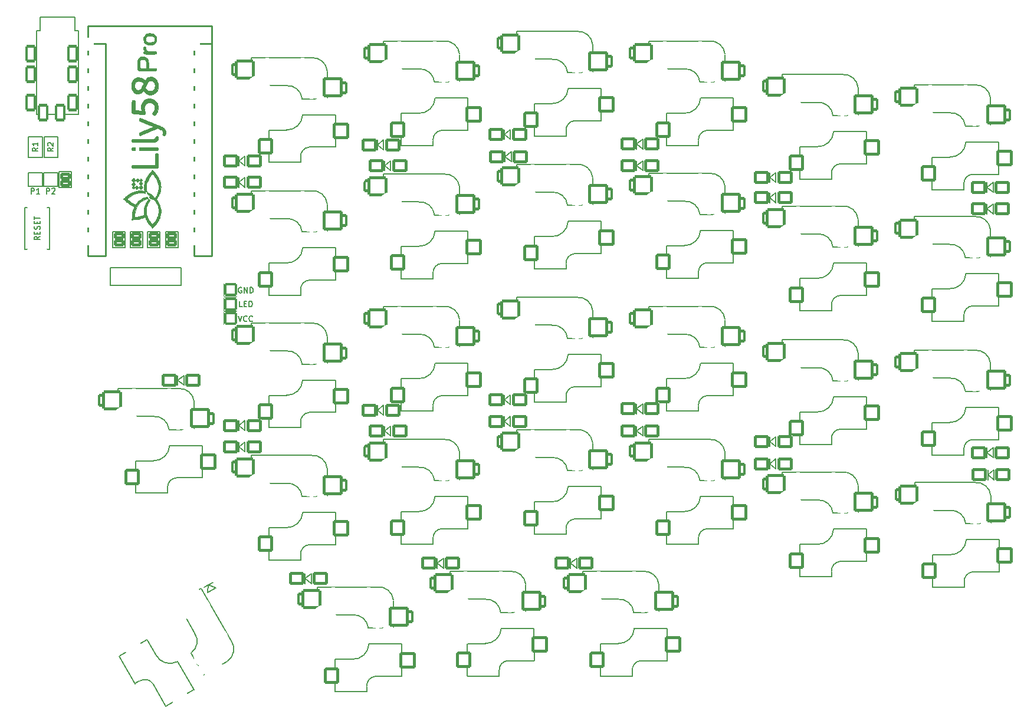
<source format=gbr>
%TF.GenerationSoftware,KiCad,Pcbnew,7.0.11-2.fc39*%
%TF.CreationDate,2024-05-11T16:30:22+02:00*%
%TF.ProjectId,Lily58_Pro,4c696c79-3538-45f5-9072-6f2e6b696361,rev?*%
%TF.SameCoordinates,Original*%
%TF.FileFunction,Legend,Top*%
%TF.FilePolarity,Positive*%
%FSLAX46Y46*%
G04 Gerber Fmt 4.6, Leading zero omitted, Abs format (unit mm)*
G04 Created by KiCad (PCBNEW 7.0.11-2.fc39) date 2024-05-11 16:30:22*
%MOMM*%
%LPD*%
G01*
G04 APERTURE LIST*
G04 Aperture macros list*
%AMRoundRect*
0 Rectangle with rounded corners*
0 $1 Rounding radius*
0 $2 $3 $4 $5 $6 $7 $8 $9 X,Y pos of 4 corners*
0 Add a 4 corners polygon primitive as box body*
4,1,4,$2,$3,$4,$5,$6,$7,$8,$9,$2,$3,0*
0 Add four circle primitives for the rounded corners*
1,1,$1+$1,$2,$3*
1,1,$1+$1,$4,$5*
1,1,$1+$1,$6,$7*
1,1,$1+$1,$8,$9*
0 Add four rect primitives between the rounded corners*
20,1,$1+$1,$2,$3,$4,$5,0*
20,1,$1+$1,$4,$5,$6,$7,0*
20,1,$1+$1,$6,$7,$8,$9,0*
20,1,$1+$1,$8,$9,$2,$3,0*%
G04 Aperture macros list end*
%ADD10C,0.150000*%
%ADD11C,0.010000*%
%ADD12C,0.250000*%
%ADD13C,1.200000*%
%ADD14R,1.200000X2.100000*%
%ADD15C,1.397000*%
%ADD16C,1.600000*%
%ADD17RoundRect,0.200000X-0.600000X-1.050000X0.600000X-1.050000X0.600000X1.050000X-0.600000X1.050000X0*%
%ADD18RoundRect,0.200000X0.762000X0.762000X-0.762000X0.762000X-0.762000X-0.762000X0.762000X-0.762000X0*%
%ADD19RoundRect,0.200000X-0.762000X0.762000X-0.762000X-0.762000X0.762000X-0.762000X0.762000X0.762000X0*%
%ADD20RoundRect,0.200000X-0.824519X-0.071891X-0.474519X-0.678109X0.824519X0.071891X0.474519X0.678109X0*%
%ADD21C,3.400000*%
%ADD22RoundRect,0.200000X1.639230X-0.439230X0.439230X1.639230X-1.639230X0.439230X-0.439230X-1.639230X0*%
%ADD23RoundRect,0.200000X1.707532X-0.457532X0.457532X1.707532X-1.707532X0.457532X-0.457532X-1.707532X0*%
%ADD24C,0.500000*%
%ADD25RoundRect,0.200000X1.316025X-0.279423X0.416025X1.279423X-1.316025X0.279423X-0.416025X-1.279423X0*%
%ADD26RoundRect,0.200000X1.366025X-0.366025X0.366025X1.366025X-1.366025X0.366025X-0.366025X-1.366025X0*%
%ADD27C,4.400000*%
%ADD28C,2.300000*%
%ADD29C,2.100000*%
%ADD30RoundRect,0.200000X-0.350000X-0.750000X0.350000X-0.750000X0.350000X0.750000X-0.350000X0.750000X0*%
%ADD31RoundRect,0.200000X1.200000X1.200000X-1.200000X1.200000X-1.200000X-1.200000X1.200000X-1.200000X0*%
%ADD32RoundRect,0.200000X1.250000X1.250000X-1.250000X1.250000X-1.250000X-1.250000X1.250000X-1.250000X0*%
%ADD33RoundRect,0.200000X0.900000X1.000000X-0.900000X1.000000X-0.900000X-1.000000X0.900000X-1.000000X0*%
%ADD34RoundRect,0.200000X1.000000X1.000000X-1.000000X1.000000X-1.000000X-1.000000X1.000000X-1.000000X0*%
%ADD35C,1.924000*%
%ADD36C,5.300000*%
%ADD37C,1.797000*%
%ADD38RoundRect,0.200000X0.571500X-0.317500X0.571500X0.317500X-0.571500X0.317500X-0.571500X-0.317500X0*%
%ADD39C,2.900000*%
%ADD40RoundRect,0.200000X0.190500X0.190500X-0.190500X0.190500X-0.190500X-0.190500X0.190500X-0.190500X0*%
%ADD41RoundRect,0.200000X-0.900000X-0.750000X0.900000X-0.750000X0.900000X0.750000X-0.900000X0.750000X0*%
%ADD42RoundRect,0.200000X-1.099519X0.404423X-0.199519X-1.154423X1.099519X-0.404423X0.199519X1.154423X0*%
G04 APERTURE END LIST*
D10*
X113833333Y-80262295D02*
X114100000Y-81062295D01*
X114100000Y-81062295D02*
X114366666Y-80262295D01*
X115090476Y-80986104D02*
X115052380Y-81024200D01*
X115052380Y-81024200D02*
X114938095Y-81062295D01*
X114938095Y-81062295D02*
X114861904Y-81062295D01*
X114861904Y-81062295D02*
X114747618Y-81024200D01*
X114747618Y-81024200D02*
X114671428Y-80948009D01*
X114671428Y-80948009D02*
X114633333Y-80871819D01*
X114633333Y-80871819D02*
X114595237Y-80719438D01*
X114595237Y-80719438D02*
X114595237Y-80605152D01*
X114595237Y-80605152D02*
X114633333Y-80452771D01*
X114633333Y-80452771D02*
X114671428Y-80376580D01*
X114671428Y-80376580D02*
X114747618Y-80300390D01*
X114747618Y-80300390D02*
X114861904Y-80262295D01*
X114861904Y-80262295D02*
X114938095Y-80262295D01*
X114938095Y-80262295D02*
X115052380Y-80300390D01*
X115052380Y-80300390D02*
X115090476Y-80338485D01*
X115890476Y-80986104D02*
X115852380Y-81024200D01*
X115852380Y-81024200D02*
X115738095Y-81062295D01*
X115738095Y-81062295D02*
X115661904Y-81062295D01*
X115661904Y-81062295D02*
X115547618Y-81024200D01*
X115547618Y-81024200D02*
X115471428Y-80948009D01*
X115471428Y-80948009D02*
X115433333Y-80871819D01*
X115433333Y-80871819D02*
X115395237Y-80719438D01*
X115395237Y-80719438D02*
X115395237Y-80605152D01*
X115395237Y-80605152D02*
X115433333Y-80452771D01*
X115433333Y-80452771D02*
X115471428Y-80376580D01*
X115471428Y-80376580D02*
X115547618Y-80300390D01*
X115547618Y-80300390D02*
X115661904Y-80262295D01*
X115661904Y-80262295D02*
X115738095Y-80262295D01*
X115738095Y-80262295D02*
X115852380Y-80300390D01*
X115852380Y-80300390D02*
X115890476Y-80338485D01*
X114290476Y-76200390D02*
X114214286Y-76162295D01*
X114214286Y-76162295D02*
X114100000Y-76162295D01*
X114100000Y-76162295D02*
X113985714Y-76200390D01*
X113985714Y-76200390D02*
X113909524Y-76276580D01*
X113909524Y-76276580D02*
X113871429Y-76352771D01*
X113871429Y-76352771D02*
X113833333Y-76505152D01*
X113833333Y-76505152D02*
X113833333Y-76619438D01*
X113833333Y-76619438D02*
X113871429Y-76771819D01*
X113871429Y-76771819D02*
X113909524Y-76848009D01*
X113909524Y-76848009D02*
X113985714Y-76924200D01*
X113985714Y-76924200D02*
X114100000Y-76962295D01*
X114100000Y-76962295D02*
X114176191Y-76962295D01*
X114176191Y-76962295D02*
X114290476Y-76924200D01*
X114290476Y-76924200D02*
X114328572Y-76886104D01*
X114328572Y-76886104D02*
X114328572Y-76619438D01*
X114328572Y-76619438D02*
X114176191Y-76619438D01*
X114671429Y-76962295D02*
X114671429Y-76162295D01*
X114671429Y-76162295D02*
X115128572Y-76962295D01*
X115128572Y-76962295D02*
X115128572Y-76162295D01*
X115509524Y-76962295D02*
X115509524Y-76162295D01*
X115509524Y-76162295D02*
X115700000Y-76162295D01*
X115700000Y-76162295D02*
X115814286Y-76200390D01*
X115814286Y-76200390D02*
X115890476Y-76276580D01*
X115890476Y-76276580D02*
X115928571Y-76352771D01*
X115928571Y-76352771D02*
X115966667Y-76505152D01*
X115966667Y-76505152D02*
X115966667Y-76619438D01*
X115966667Y-76619438D02*
X115928571Y-76771819D01*
X115928571Y-76771819D02*
X115890476Y-76848009D01*
X115890476Y-76848009D02*
X115814286Y-76924200D01*
X115814286Y-76924200D02*
X115700000Y-76962295D01*
X115700000Y-76962295D02*
X115509524Y-76962295D01*
X114385714Y-78962295D02*
X114004762Y-78962295D01*
X114004762Y-78962295D02*
X114004762Y-78162295D01*
X114652381Y-78543247D02*
X114919047Y-78543247D01*
X115033333Y-78962295D02*
X114652381Y-78962295D01*
X114652381Y-78962295D02*
X114652381Y-78162295D01*
X114652381Y-78162295D02*
X115033333Y-78162295D01*
X115376191Y-78962295D02*
X115376191Y-78162295D01*
X115376191Y-78162295D02*
X115566667Y-78162295D01*
X115566667Y-78162295D02*
X115680953Y-78200390D01*
X115680953Y-78200390D02*
X115757143Y-78276580D01*
X115757143Y-78276580D02*
X115795238Y-78352771D01*
X115795238Y-78352771D02*
X115833334Y-78505152D01*
X115833334Y-78505152D02*
X115833334Y-78619438D01*
X115833334Y-78619438D02*
X115795238Y-78771819D01*
X115795238Y-78771819D02*
X115757143Y-78848009D01*
X115757143Y-78848009D02*
X115680953Y-78924200D01*
X115680953Y-78924200D02*
X115566667Y-78962295D01*
X115566667Y-78962295D02*
X115376191Y-78962295D01*
X84100076Y-62740160D02*
X84100076Y-61927360D01*
X84100076Y-61927360D02*
X84409714Y-61927360D01*
X84409714Y-61927360D02*
X84487124Y-61966065D01*
X84487124Y-61966065D02*
X84525829Y-62004770D01*
X84525829Y-62004770D02*
X84564533Y-62082179D01*
X84564533Y-62082179D02*
X84564533Y-62198294D01*
X84564533Y-62198294D02*
X84525829Y-62275703D01*
X84525829Y-62275703D02*
X84487124Y-62314408D01*
X84487124Y-62314408D02*
X84409714Y-62353113D01*
X84409714Y-62353113D02*
X84100076Y-62353113D01*
X85338629Y-62740160D02*
X84874172Y-62740160D01*
X85106400Y-62740160D02*
X85106400Y-61927360D01*
X85106400Y-61927360D02*
X85028991Y-62043475D01*
X85028991Y-62043475D02*
X84951581Y-62120884D01*
X84951581Y-62120884D02*
X84874172Y-62159589D01*
X86300076Y-62740160D02*
X86300076Y-61927360D01*
X86300076Y-61927360D02*
X86609714Y-61927360D01*
X86609714Y-61927360D02*
X86687124Y-61966065D01*
X86687124Y-61966065D02*
X86725829Y-62004770D01*
X86725829Y-62004770D02*
X86764533Y-62082179D01*
X86764533Y-62082179D02*
X86764533Y-62198294D01*
X86764533Y-62198294D02*
X86725829Y-62275703D01*
X86725829Y-62275703D02*
X86687124Y-62314408D01*
X86687124Y-62314408D02*
X86609714Y-62353113D01*
X86609714Y-62353113D02*
X86300076Y-62353113D01*
X87074172Y-62004770D02*
X87112876Y-61966065D01*
X87112876Y-61966065D02*
X87190286Y-61927360D01*
X87190286Y-61927360D02*
X87383810Y-61927360D01*
X87383810Y-61927360D02*
X87461219Y-61966065D01*
X87461219Y-61966065D02*
X87499924Y-62004770D01*
X87499924Y-62004770D02*
X87538629Y-62082179D01*
X87538629Y-62082179D02*
X87538629Y-62159589D01*
X87538629Y-62159589D02*
X87499924Y-62275703D01*
X87499924Y-62275703D02*
X87035467Y-62740160D01*
X87035467Y-62740160D02*
X87538629Y-62740160D01*
X87268216Y-56135466D02*
X86881169Y-56406399D01*
X87268216Y-56599923D02*
X86455416Y-56599923D01*
X86455416Y-56599923D02*
X86455416Y-56290285D01*
X86455416Y-56290285D02*
X86494121Y-56212875D01*
X86494121Y-56212875D02*
X86532826Y-56174170D01*
X86532826Y-56174170D02*
X86610235Y-56135466D01*
X86610235Y-56135466D02*
X86726350Y-56135466D01*
X86726350Y-56135466D02*
X86803759Y-56174170D01*
X86803759Y-56174170D02*
X86842464Y-56212875D01*
X86842464Y-56212875D02*
X86881169Y-56290285D01*
X86881169Y-56290285D02*
X86881169Y-56599923D01*
X86532826Y-55825827D02*
X86494121Y-55787123D01*
X86494121Y-55787123D02*
X86455416Y-55709713D01*
X86455416Y-55709713D02*
X86455416Y-55516189D01*
X86455416Y-55516189D02*
X86494121Y-55438780D01*
X86494121Y-55438780D02*
X86532826Y-55400075D01*
X86532826Y-55400075D02*
X86610235Y-55361370D01*
X86610235Y-55361370D02*
X86687645Y-55361370D01*
X86687645Y-55361370D02*
X86803759Y-55400075D01*
X86803759Y-55400075D02*
X87268216Y-55864532D01*
X87268216Y-55864532D02*
X87268216Y-55361370D01*
X85068216Y-56135466D02*
X84681169Y-56406399D01*
X85068216Y-56599923D02*
X84255416Y-56599923D01*
X84255416Y-56599923D02*
X84255416Y-56290285D01*
X84255416Y-56290285D02*
X84294121Y-56212875D01*
X84294121Y-56212875D02*
X84332826Y-56174170D01*
X84332826Y-56174170D02*
X84410235Y-56135466D01*
X84410235Y-56135466D02*
X84526350Y-56135466D01*
X84526350Y-56135466D02*
X84603759Y-56174170D01*
X84603759Y-56174170D02*
X84642464Y-56212875D01*
X84642464Y-56212875D02*
X84681169Y-56290285D01*
X84681169Y-56290285D02*
X84681169Y-56599923D01*
X85068216Y-55361370D02*
X85068216Y-55825827D01*
X85068216Y-55593599D02*
X84255416Y-55593599D01*
X84255416Y-55593599D02*
X84371531Y-55671008D01*
X84371531Y-55671008D02*
X84448940Y-55748418D01*
X84448940Y-55748418D02*
X84487645Y-55825827D01*
X85362295Y-68861904D02*
X84981342Y-69128571D01*
X85362295Y-69319047D02*
X84562295Y-69319047D01*
X84562295Y-69319047D02*
X84562295Y-69014285D01*
X84562295Y-69014285D02*
X84600390Y-68938095D01*
X84600390Y-68938095D02*
X84638485Y-68900000D01*
X84638485Y-68900000D02*
X84714676Y-68861904D01*
X84714676Y-68861904D02*
X84828961Y-68861904D01*
X84828961Y-68861904D02*
X84905152Y-68900000D01*
X84905152Y-68900000D02*
X84943247Y-68938095D01*
X84943247Y-68938095D02*
X84981342Y-69014285D01*
X84981342Y-69014285D02*
X84981342Y-69319047D01*
X84943247Y-68519047D02*
X84943247Y-68252381D01*
X85362295Y-68138095D02*
X85362295Y-68519047D01*
X85362295Y-68519047D02*
X84562295Y-68519047D01*
X84562295Y-68519047D02*
X84562295Y-68138095D01*
X85324200Y-67833333D02*
X85362295Y-67719047D01*
X85362295Y-67719047D02*
X85362295Y-67528571D01*
X85362295Y-67528571D02*
X85324200Y-67452380D01*
X85324200Y-67452380D02*
X85286104Y-67414285D01*
X85286104Y-67414285D02*
X85209914Y-67376190D01*
X85209914Y-67376190D02*
X85133723Y-67376190D01*
X85133723Y-67376190D02*
X85057533Y-67414285D01*
X85057533Y-67414285D02*
X85019438Y-67452380D01*
X85019438Y-67452380D02*
X84981342Y-67528571D01*
X84981342Y-67528571D02*
X84943247Y-67680952D01*
X84943247Y-67680952D02*
X84905152Y-67757142D01*
X84905152Y-67757142D02*
X84867057Y-67795237D01*
X84867057Y-67795237D02*
X84790866Y-67833333D01*
X84790866Y-67833333D02*
X84714676Y-67833333D01*
X84714676Y-67833333D02*
X84638485Y-67795237D01*
X84638485Y-67795237D02*
X84600390Y-67757142D01*
X84600390Y-67757142D02*
X84562295Y-67680952D01*
X84562295Y-67680952D02*
X84562295Y-67490475D01*
X84562295Y-67490475D02*
X84600390Y-67376190D01*
X84943247Y-67033332D02*
X84943247Y-66766666D01*
X85362295Y-66652380D02*
X85362295Y-67033332D01*
X85362295Y-67033332D02*
X84562295Y-67033332D01*
X84562295Y-67033332D02*
X84562295Y-66652380D01*
X84562295Y-66423808D02*
X84562295Y-65966665D01*
X85362295Y-66195237D02*
X84562295Y-66195237D01*
%TO.C,J2*%
X84900000Y-51300000D02*
X84900000Y-39300000D01*
X90900000Y-51300000D02*
X84900000Y-51300000D01*
X90900000Y-39300000D02*
X90900000Y-51300000D01*
X84900000Y-39300000D02*
X85400000Y-39300000D01*
X90400000Y-39300000D02*
X90400000Y-37400000D01*
X85400000Y-39300000D02*
X85400000Y-37400000D01*
X90900000Y-39300000D02*
X90400000Y-39300000D01*
X85400000Y-37400000D02*
X90400000Y-37400000D01*
%TO.C,J1*%
X113600000Y-77400000D02*
X113600000Y-75600000D01*
X111800000Y-75600000D02*
X113600000Y-75600000D01*
X111800000Y-77400000D02*
X111800000Y-75600000D01*
X113600000Y-79500000D02*
X113600000Y-77700000D01*
X111800000Y-79500000D02*
X111800000Y-77700000D01*
X111800000Y-77700000D02*
X113600000Y-77700000D01*
X113600000Y-79500000D02*
X111800000Y-79500000D01*
X113600000Y-79700000D02*
X113600000Y-81500000D01*
X111800000Y-79700000D02*
X113600000Y-79700000D01*
X111800000Y-81500000D02*
X111800000Y-79700000D01*
X113600000Y-81500000D02*
X111800000Y-81500000D01*
X113600000Y-77400000D02*
X111800000Y-77400000D01*
%TO.C,G\u002A\u002A\u002A*%
D11*
X99821245Y-51880417D02*
X99913766Y-51915082D01*
X99989549Y-51947101D01*
X100088564Y-51988474D01*
X100197856Y-52033807D01*
X100302308Y-52076820D01*
X100410743Y-52121327D01*
X100523193Y-52167559D01*
X100626061Y-52209921D01*
X100702847Y-52241618D01*
X100769578Y-52269121D01*
X100864104Y-52307940D01*
X100978034Y-52354636D01*
X101102978Y-52405773D01*
X101230546Y-52457910D01*
X101249924Y-52465822D01*
X101428316Y-52538680D01*
X101574478Y-52598431D01*
X101692372Y-52646708D01*
X101785957Y-52685144D01*
X101859195Y-52715370D01*
X101916046Y-52739019D01*
X101960472Y-52757724D01*
X101996434Y-52773115D01*
X102011924Y-52779837D01*
X102067794Y-52803456D01*
X102145176Y-52835241D01*
X102229199Y-52869099D01*
X102246385Y-52875937D01*
X102445617Y-52955886D01*
X102611967Y-53024815D01*
X102749400Y-53084712D01*
X102861884Y-53137568D01*
X102953383Y-53185372D01*
X103027863Y-53230113D01*
X103089291Y-53273780D01*
X103141632Y-53318363D01*
X103156295Y-53332350D01*
X103265621Y-53463930D01*
X103345052Y-53612611D01*
X103392457Y-53771650D01*
X103405708Y-53934304D01*
X103388858Y-54068923D01*
X103349328Y-54203075D01*
X103300423Y-54299778D01*
X103242279Y-54358843D01*
X103175029Y-54380081D01*
X103167527Y-54380111D01*
X103084894Y-54361599D01*
X103009303Y-54316117D01*
X102959540Y-54258077D01*
X102945007Y-54226795D01*
X102941691Y-54195377D01*
X102950568Y-54151944D01*
X102972618Y-54084621D01*
X102974194Y-54080098D01*
X103004155Y-53982051D01*
X103015315Y-53905741D01*
X103007945Y-53838797D01*
X102982312Y-53768848D01*
X102981034Y-53766077D01*
X102936268Y-53690884D01*
X102872576Y-53621590D01*
X102785714Y-53555219D01*
X102671438Y-53488794D01*
X102525505Y-53419339D01*
X102426887Y-53377399D01*
X102341227Y-53342459D01*
X102282708Y-53320885D01*
X102242291Y-53311274D01*
X102210939Y-53312221D01*
X102179615Y-53322321D01*
X102151646Y-53334635D01*
X102109135Y-53353280D01*
X102040518Y-53382838D01*
X101955703Y-53419060D01*
X101875154Y-53453232D01*
X101783385Y-53492068D01*
X101698159Y-53528187D01*
X101629736Y-53557237D01*
X101591847Y-53573380D01*
X101558729Y-53587540D01*
X101528378Y-53600461D01*
X101494836Y-53614645D01*
X101452145Y-53632595D01*
X101394346Y-53656813D01*
X101315482Y-53689802D01*
X101209593Y-53734063D01*
X101142462Y-53762119D01*
X101015175Y-53815361D01*
X100878098Y-53872779D01*
X100736313Y-53932236D01*
X100594902Y-53991596D01*
X100458945Y-54048722D01*
X100333525Y-54101479D01*
X100223722Y-54147730D01*
X100134619Y-54185339D01*
X100071296Y-54212170D01*
X100038836Y-54226086D01*
X100038539Y-54226217D01*
X99927230Y-54274433D01*
X99844561Y-54307888D01*
X99784007Y-54328857D01*
X99739043Y-54339619D01*
X99705349Y-54342462D01*
X99649064Y-54335966D01*
X99611865Y-54312500D01*
X99590256Y-54266098D01*
X99580743Y-54190794D01*
X99579385Y-54127474D01*
X99580264Y-54049638D01*
X99584807Y-54000738D01*
X99595874Y-53970639D01*
X99616326Y-53949207D01*
X99633116Y-53937096D01*
X99676339Y-53912484D01*
X99743393Y-53879808D01*
X99821671Y-53845126D01*
X99843154Y-53836180D01*
X99928271Y-53801226D01*
X100011734Y-53766889D01*
X100077829Y-53739636D01*
X100087385Y-53735685D01*
X100148521Y-53710826D01*
X100230197Y-53678186D01*
X100316518Y-53644108D01*
X100331616Y-53638197D01*
X100408219Y-53608109D01*
X100474563Y-53581807D01*
X100519315Y-53563789D01*
X100527000Y-53560602D01*
X100592135Y-53533508D01*
X100682811Y-53496295D01*
X100788285Y-53453345D01*
X100897811Y-53409041D01*
X100956847Y-53385298D01*
X101056382Y-53345102D01*
X101168074Y-53299600D01*
X101268013Y-53258535D01*
X101269462Y-53257936D01*
X101360280Y-53220842D01*
X101455081Y-53182872D01*
X101535031Y-53151561D01*
X101543000Y-53148507D01*
X101626133Y-53114689D01*
X101673536Y-53090495D01*
X101684566Y-53076325D01*
X101664802Y-53072462D01*
X101625154Y-53065101D01*
X101572560Y-53047194D01*
X101568086Y-53045335D01*
X101469930Y-53004771D01*
X101357955Y-52959895D01*
X101254064Y-52919452D01*
X101230385Y-52910481D01*
X101163480Y-52884783D01*
X101075652Y-52850306D01*
X100979349Y-52812014D01*
X100887022Y-52774877D01*
X100811117Y-52743859D01*
X100778280Y-52730101D01*
X100742841Y-52715550D01*
X100677071Y-52689089D01*
X100586997Y-52653120D01*
X100478650Y-52610049D01*
X100358059Y-52562279D01*
X100289819Y-52535316D01*
X100122091Y-52469077D01*
X99986903Y-52415546D01*
X99880446Y-52373089D01*
X99798908Y-52340072D01*
X99738480Y-52314862D01*
X99695352Y-52295826D01*
X99665714Y-52281329D01*
X99645755Y-52269739D01*
X99631665Y-52259421D01*
X99619635Y-52248744D01*
X99618147Y-52247359D01*
X99597050Y-52220421D01*
X99585115Y-52181879D01*
X99580063Y-52121246D01*
X99579385Y-52069204D01*
X99583169Y-51983192D01*
X99593613Y-51919528D01*
X99604881Y-51892293D01*
X99650414Y-51862507D01*
X99723177Y-51858595D01*
X99821245Y-51880417D01*
G36*
X99821245Y-51880417D02*
G01*
X99913766Y-51915082D01*
X99989549Y-51947101D01*
X100088564Y-51988474D01*
X100197856Y-52033807D01*
X100302308Y-52076820D01*
X100410743Y-52121327D01*
X100523193Y-52167559D01*
X100626061Y-52209921D01*
X100702847Y-52241618D01*
X100769578Y-52269121D01*
X100864104Y-52307940D01*
X100978034Y-52354636D01*
X101102978Y-52405773D01*
X101230546Y-52457910D01*
X101249924Y-52465822D01*
X101428316Y-52538680D01*
X101574478Y-52598431D01*
X101692372Y-52646708D01*
X101785957Y-52685144D01*
X101859195Y-52715370D01*
X101916046Y-52739019D01*
X101960472Y-52757724D01*
X101996434Y-52773115D01*
X102011924Y-52779837D01*
X102067794Y-52803456D01*
X102145176Y-52835241D01*
X102229199Y-52869099D01*
X102246385Y-52875937D01*
X102445617Y-52955886D01*
X102611967Y-53024815D01*
X102749400Y-53084712D01*
X102861884Y-53137568D01*
X102953383Y-53185372D01*
X103027863Y-53230113D01*
X103089291Y-53273780D01*
X103141632Y-53318363D01*
X103156295Y-53332350D01*
X103265621Y-53463930D01*
X103345052Y-53612611D01*
X103392457Y-53771650D01*
X103405708Y-53934304D01*
X103388858Y-54068923D01*
X103349328Y-54203075D01*
X103300423Y-54299778D01*
X103242279Y-54358843D01*
X103175029Y-54380081D01*
X103167527Y-54380111D01*
X103084894Y-54361599D01*
X103009303Y-54316117D01*
X102959540Y-54258077D01*
X102945007Y-54226795D01*
X102941691Y-54195377D01*
X102950568Y-54151944D01*
X102972618Y-54084621D01*
X102974194Y-54080098D01*
X103004155Y-53982051D01*
X103015315Y-53905741D01*
X103007945Y-53838797D01*
X102982312Y-53768848D01*
X102981034Y-53766077D01*
X102936268Y-53690884D01*
X102872576Y-53621590D01*
X102785714Y-53555219D01*
X102671438Y-53488794D01*
X102525505Y-53419339D01*
X102426887Y-53377399D01*
X102341227Y-53342459D01*
X102282708Y-53320885D01*
X102242291Y-53311274D01*
X102210939Y-53312221D01*
X102179615Y-53322321D01*
X102151646Y-53334635D01*
X102109135Y-53353280D01*
X102040518Y-53382838D01*
X101955703Y-53419060D01*
X101875154Y-53453232D01*
X101783385Y-53492068D01*
X101698159Y-53528187D01*
X101629736Y-53557237D01*
X101591847Y-53573380D01*
X101558729Y-53587540D01*
X101528378Y-53600461D01*
X101494836Y-53614645D01*
X101452145Y-53632595D01*
X101394346Y-53656813D01*
X101315482Y-53689802D01*
X101209593Y-53734063D01*
X101142462Y-53762119D01*
X101015175Y-53815361D01*
X100878098Y-53872779D01*
X100736313Y-53932236D01*
X100594902Y-53991596D01*
X100458945Y-54048722D01*
X100333525Y-54101479D01*
X100223722Y-54147730D01*
X100134619Y-54185339D01*
X100071296Y-54212170D01*
X100038836Y-54226086D01*
X100038539Y-54226217D01*
X99927230Y-54274433D01*
X99844561Y-54307888D01*
X99784007Y-54328857D01*
X99739043Y-54339619D01*
X99705349Y-54342462D01*
X99649064Y-54335966D01*
X99611865Y-54312500D01*
X99590256Y-54266098D01*
X99580743Y-54190794D01*
X99579385Y-54127474D01*
X99580264Y-54049638D01*
X99584807Y-54000738D01*
X99595874Y-53970639D01*
X99616326Y-53949207D01*
X99633116Y-53937096D01*
X99676339Y-53912484D01*
X99743393Y-53879808D01*
X99821671Y-53845126D01*
X99843154Y-53836180D01*
X99928271Y-53801226D01*
X100011734Y-53766889D01*
X100077829Y-53739636D01*
X100087385Y-53735685D01*
X100148521Y-53710826D01*
X100230197Y-53678186D01*
X100316518Y-53644108D01*
X100331616Y-53638197D01*
X100408219Y-53608109D01*
X100474563Y-53581807D01*
X100519315Y-53563789D01*
X100527000Y-53560602D01*
X100592135Y-53533508D01*
X100682811Y-53496295D01*
X100788285Y-53453345D01*
X100897811Y-53409041D01*
X100956847Y-53385298D01*
X101056382Y-53345102D01*
X101168074Y-53299600D01*
X101268013Y-53258535D01*
X101269462Y-53257936D01*
X101360280Y-53220842D01*
X101455081Y-53182872D01*
X101535031Y-53151561D01*
X101543000Y-53148507D01*
X101626133Y-53114689D01*
X101673536Y-53090495D01*
X101684566Y-53076325D01*
X101664802Y-53072462D01*
X101625154Y-53065101D01*
X101572560Y-53047194D01*
X101568086Y-53045335D01*
X101469930Y-53004771D01*
X101357955Y-52959895D01*
X101254064Y-52919452D01*
X101230385Y-52910481D01*
X101163480Y-52884783D01*
X101075652Y-52850306D01*
X100979349Y-52812014D01*
X100887022Y-52774877D01*
X100811117Y-52743859D01*
X100778280Y-52730101D01*
X100742841Y-52715550D01*
X100677071Y-52689089D01*
X100586997Y-52653120D01*
X100478650Y-52610049D01*
X100358059Y-52562279D01*
X100289819Y-52535316D01*
X100122091Y-52469077D01*
X99986903Y-52415546D01*
X99880446Y-52373089D01*
X99798908Y-52340072D01*
X99738480Y-52314862D01*
X99695352Y-52295826D01*
X99665714Y-52281329D01*
X99645755Y-52269739D01*
X99631665Y-52259421D01*
X99619635Y-52248744D01*
X99618147Y-52247359D01*
X99597050Y-52220421D01*
X99585115Y-52181879D01*
X99580063Y-52121246D01*
X99579385Y-52069204D01*
X99583169Y-51983192D01*
X99593613Y-51919528D01*
X99604881Y-51892293D01*
X99650414Y-51862507D01*
X99723177Y-51858595D01*
X99821245Y-51880417D01*
G37*
X101558673Y-59373633D02*
X101676690Y-59493061D01*
X101804411Y-59635791D01*
X101932840Y-59790814D01*
X102052979Y-59947119D01*
X102155832Y-60093699D01*
X102187770Y-60143370D01*
X102209856Y-60178580D01*
X102242519Y-60230444D01*
X102256654Y-60252846D01*
X102312950Y-60350360D01*
X102375826Y-60472827D01*
X102439661Y-60608081D01*
X102498834Y-60743952D01*
X102547723Y-60868271D01*
X102568065Y-60926923D01*
X102647752Y-61215863D01*
X102693671Y-61491679D01*
X102705816Y-61760920D01*
X102684180Y-62030140D01*
X102628755Y-62305890D01*
X102566466Y-62516551D01*
X102529204Y-62618413D01*
X102480555Y-62736526D01*
X102425109Y-62861050D01*
X102367453Y-62982149D01*
X102312178Y-63089984D01*
X102263872Y-63174718D01*
X102248077Y-63199137D01*
X102217893Y-63245601D01*
X102199824Y-63277634D01*
X102197539Y-63284240D01*
X102188018Y-63302888D01*
X102157991Y-63344019D01*
X102105261Y-63410576D01*
X102080014Y-63441676D01*
X102067843Y-63458261D01*
X102064363Y-63474911D01*
X102072584Y-63499033D01*
X102095519Y-63538036D01*
X102136179Y-63599326D01*
X102156078Y-63628780D01*
X102331013Y-63915020D01*
X102473772Y-64207384D01*
X102583171Y-64502322D01*
X102658024Y-64796280D01*
X102697146Y-65085707D01*
X102702878Y-65267531D01*
X102701173Y-65365280D01*
X102698502Y-65452630D01*
X102695234Y-65519987D01*
X102691773Y-65557539D01*
X102654157Y-65736485D01*
X102602328Y-65928141D01*
X102540813Y-66118024D01*
X102474134Y-66291653D01*
X102435381Y-66378154D01*
X102376177Y-66495226D01*
X102307033Y-66621393D01*
X102232948Y-66748425D01*
X102158921Y-66868087D01*
X102089950Y-66972148D01*
X102031035Y-67052375D01*
X102012265Y-67074967D01*
X101987203Y-67105559D01*
X101953044Y-67149321D01*
X101950142Y-67153120D01*
X101875807Y-67247534D01*
X101797072Y-67342211D01*
X101718500Y-67432222D01*
X101644653Y-67512639D01*
X101580091Y-67578530D01*
X101529378Y-67624967D01*
X101497074Y-67647020D01*
X101494022Y-67647707D01*
X101492040Y-67648154D01*
X101464331Y-67633280D01*
X101417169Y-67591719D01*
X101354521Y-67528064D01*
X101280355Y-67446907D01*
X101198641Y-67352842D01*
X101113346Y-67250460D01*
X101028440Y-67144354D01*
X100947889Y-67039116D01*
X100875664Y-66939340D01*
X100860031Y-66916747D01*
X100799146Y-66822896D01*
X100732986Y-66712582D01*
X100665617Y-66593476D01*
X100601108Y-66473251D01*
X100543525Y-66359577D01*
X100496935Y-66260126D01*
X100465406Y-66182570D01*
X100457264Y-66157037D01*
X100441779Y-66109529D01*
X100422835Y-66091157D01*
X100388309Y-66092955D01*
X100374472Y-66095793D01*
X100325078Y-66108980D01*
X100292843Y-66122209D01*
X100292539Y-66122412D01*
X100255224Y-66141418D01*
X100190885Y-66168156D01*
X100109813Y-66198757D01*
X100022298Y-66229350D01*
X99938632Y-66256067D01*
X99931077Y-66258317D01*
X99703405Y-66319500D01*
X99481165Y-66365794D01*
X99252265Y-66399102D01*
X99004612Y-66421327D01*
X98838612Y-66430279D01*
X98537455Y-66443147D01*
X98550375Y-66112689D01*
X98572486Y-65800371D01*
X98613167Y-65497423D01*
X98662479Y-65251478D01*
X98682839Y-65175398D01*
X98711923Y-65079439D01*
X98746235Y-64973891D01*
X98782279Y-64869041D01*
X98816559Y-64775179D01*
X98845577Y-64702592D01*
X98858666Y-64674202D01*
X98882050Y-64621904D01*
X98894767Y-64581159D01*
X98895539Y-64574007D01*
X98878050Y-64552546D01*
X98830896Y-64525314D01*
X98773424Y-64501172D01*
X98704991Y-64473246D01*
X98619865Y-64434671D01*
X98526775Y-64389857D01*
X98434448Y-64343213D01*
X98351615Y-64299152D01*
X98287003Y-64262082D01*
X98249342Y-64236414D01*
X98249231Y-64236317D01*
X98217338Y-64214265D01*
X98202866Y-64209385D01*
X98177764Y-64197804D01*
X98127555Y-64165646D01*
X98057613Y-64116789D01*
X97973311Y-64055109D01*
X97880022Y-63984486D01*
X97783118Y-63908796D01*
X97752539Y-63884392D01*
X97642370Y-63793639D01*
X97542924Y-63707224D01*
X97458208Y-63628997D01*
X97392229Y-63562806D01*
X97348995Y-63512502D01*
X97338565Y-63493158D01*
X97863154Y-63493158D01*
X97872658Y-63501929D01*
X97897418Y-63520810D01*
X97942490Y-63557949D01*
X97998801Y-63605849D01*
X98007613Y-63613462D01*
X98213679Y-63777239D01*
X98443991Y-63934778D01*
X98683872Y-64076346D01*
X98786481Y-64129973D01*
X98880861Y-64176103D01*
X98963253Y-64214176D01*
X99027286Y-64241422D01*
X99066589Y-64255068D01*
X99075465Y-64255710D01*
X99095313Y-64234016D01*
X99126158Y-64191059D01*
X99142435Y-64166086D01*
X99229418Y-64047617D01*
X99343551Y-63920908D01*
X99476302Y-63793659D01*
X99619144Y-63673569D01*
X99763545Y-63568336D01*
X99889502Y-63491768D01*
X100089004Y-63390863D01*
X100285217Y-63304377D01*
X100468313Y-63236420D01*
X100580840Y-63202749D01*
X100650758Y-63185088D01*
X100693829Y-63177920D01*
X100720858Y-63181278D01*
X100742648Y-63195192D01*
X100751802Y-63203253D01*
X100780904Y-63235758D01*
X100790770Y-63256831D01*
X100801862Y-63283720D01*
X100828643Y-63323287D01*
X100829580Y-63324484D01*
X100853853Y-63362534D01*
X100859817Y-63387558D01*
X100859418Y-63388343D01*
X100837264Y-63400667D01*
X100788199Y-63418612D01*
X100727800Y-63436867D01*
X100484011Y-63517490D01*
X100243171Y-63621629D01*
X100019733Y-63742698D01*
X99928548Y-63801060D01*
X99872474Y-63843643D01*
X99800217Y-63904971D01*
X99720433Y-63976964D01*
X99641777Y-64051540D01*
X99572907Y-64120617D01*
X99522479Y-64176115D01*
X99510192Y-64191637D01*
X99349352Y-64439220D01*
X99211613Y-64713386D01*
X99099200Y-65007687D01*
X99014335Y-65315675D01*
X98959241Y-65630901D01*
X98939936Y-65845731D01*
X98929004Y-66046000D01*
X99053925Y-66045996D01*
X99187522Y-66038891D01*
X99347428Y-66018936D01*
X99523820Y-65988165D01*
X99706875Y-65948612D01*
X99886771Y-65902309D01*
X100053684Y-65851289D01*
X100136407Y-65821949D01*
X100224142Y-65788853D01*
X100281183Y-65764148D01*
X100312939Y-65741277D01*
X100324821Y-65713679D01*
X100322239Y-65674797D01*
X100310602Y-65618072D01*
X100309375Y-65612246D01*
X100287175Y-65447754D01*
X100282369Y-65258275D01*
X100294115Y-65053381D01*
X100321567Y-64842646D01*
X100363883Y-64635641D01*
X100409805Y-64473154D01*
X100449255Y-64366230D01*
X100504322Y-64236960D01*
X100569778Y-64096052D01*
X100640394Y-63954213D01*
X100710943Y-63822150D01*
X100776195Y-63710570D01*
X100800973Y-63672077D01*
X100856008Y-63590157D01*
X100894801Y-63536833D01*
X100923379Y-63508590D01*
X100947766Y-63501912D01*
X100973991Y-63513284D01*
X101008078Y-63539191D01*
X101016824Y-63546168D01*
X101066849Y-63584759D01*
X101107127Y-63613801D01*
X101119633Y-63621771D01*
X101127630Y-63637873D01*
X101116220Y-63670749D01*
X101083095Y-63725695D01*
X101058662Y-63761669D01*
X101008880Y-63839245D01*
X100949299Y-63941003D01*
X100886157Y-64055491D01*
X100825696Y-64171258D01*
X100774155Y-64276853D01*
X100755687Y-64317653D01*
X100720225Y-64411700D01*
X100683371Y-64531435D01*
X100648484Y-64663761D01*
X100618925Y-64795580D01*
X100598055Y-64913795D01*
X100593308Y-64950567D01*
X100581343Y-65179964D01*
X100598588Y-65408223D01*
X100646016Y-65646743D01*
X100655909Y-65684539D01*
X100683760Y-65779063D01*
X100718640Y-65884375D01*
X100757180Y-65991582D01*
X100796010Y-66091791D01*
X100831757Y-66176109D01*
X100861053Y-66235641D01*
X100870651Y-66251154D01*
X100887114Y-66278186D01*
X100915036Y-66327197D01*
X100937837Y-66368385D01*
X100990021Y-66455926D01*
X101060262Y-66562948D01*
X101141227Y-66679225D01*
X101225582Y-66794534D01*
X101305997Y-66898649D01*
X101375137Y-66981346D01*
X101386230Y-66993616D01*
X101494022Y-67110846D01*
X101592905Y-67003385D01*
X101649544Y-66937386D01*
X101720153Y-66848590D01*
X101797352Y-66746930D01*
X101873764Y-66642341D01*
X101942010Y-66544755D01*
X101994714Y-66464105D01*
X102000486Y-66454641D01*
X102052315Y-66361968D01*
X102110843Y-66246636D01*
X102170803Y-66120095D01*
X102226928Y-65993796D01*
X102273952Y-65879187D01*
X102305261Y-65792000D01*
X102342918Y-65652628D01*
X102374763Y-65494978D01*
X102397858Y-65336362D01*
X102409263Y-65194089D01*
X102409758Y-65176539D01*
X102407746Y-65113454D01*
X102400692Y-65026323D01*
X102389887Y-64929657D01*
X102383652Y-64883462D01*
X102341455Y-64665458D01*
X102276721Y-64449383D01*
X102186767Y-64228144D01*
X102068909Y-63994652D01*
X102003649Y-63879577D01*
X101919191Y-63747239D01*
X101837891Y-63648174D01*
X101835231Y-63645947D01*
X101753705Y-63577673D01*
X101660589Y-63531029D01*
X101552500Y-63503538D01*
X101513693Y-63498008D01*
X101387725Y-63476190D01*
X101289435Y-63443039D01*
X101208185Y-63394914D01*
X101204672Y-63392272D01*
X101158596Y-63350542D01*
X101109610Y-63295634D01*
X101063634Y-63235845D01*
X101026591Y-63179469D01*
X101004398Y-63134802D01*
X101002978Y-63110139D01*
X101003172Y-63109936D01*
X101030230Y-63102090D01*
X101084791Y-63098066D01*
X101155397Y-63098668D01*
X101160266Y-63098887D01*
X101231071Y-63101359D01*
X101268476Y-63099666D01*
X101278030Y-63092781D01*
X101265284Y-63079679D01*
X101265060Y-63079512D01*
X101227427Y-63054017D01*
X101170203Y-63018249D01*
X101102011Y-62977239D01*
X101031476Y-62936018D01*
X100967221Y-62899616D01*
X100917869Y-62873064D01*
X100892044Y-62861393D01*
X100890891Y-62861231D01*
X100861617Y-62844242D01*
X100824604Y-62799166D01*
X100784912Y-62734835D01*
X100747600Y-62660084D01*
X100717727Y-62583746D01*
X100704203Y-62535252D01*
X100693772Y-62504495D01*
X100672897Y-62481344D01*
X100633189Y-62460130D01*
X100566259Y-62435186D01*
X100545754Y-62428197D01*
X100470383Y-62403482D01*
X100425029Y-62394640D01*
X100405411Y-62406556D01*
X100407249Y-62444119D01*
X100426264Y-62512216D01*
X100438288Y-62550921D01*
X100456897Y-62614195D01*
X100468513Y-62660635D01*
X100470643Y-62679870D01*
X100450459Y-62677568D01*
X100406362Y-62664873D01*
X100382349Y-62656743D01*
X100288601Y-62630046D01*
X100170301Y-62605560D01*
X100041975Y-62585585D01*
X99918148Y-62572421D01*
X99823616Y-62568295D01*
X99663009Y-62577459D01*
X99483200Y-62603206D01*
X99299050Y-62642971D01*
X99159308Y-62682923D01*
X98935109Y-62766244D01*
X98712816Y-62871963D01*
X98488045Y-63002760D01*
X98256412Y-63161316D01*
X98013535Y-63350311D01*
X97869933Y-63471347D01*
X97863154Y-63493158D01*
X97338565Y-63493158D01*
X97332513Y-63481933D01*
X97332462Y-63480858D01*
X97346259Y-63456226D01*
X97383468Y-63413049D01*
X97437819Y-63358198D01*
X97481457Y-63317656D01*
X97547746Y-63257772D01*
X97605808Y-63204870D01*
X97647699Y-63166212D01*
X97662187Y-63152462D01*
X97691096Y-63127630D01*
X97742836Y-63086369D01*
X97808806Y-63035464D01*
X97850231Y-63004168D01*
X98118961Y-62814543D01*
X98378003Y-62656892D01*
X98634256Y-62527804D01*
X98894620Y-62423872D01*
X99165995Y-62341687D01*
X99217555Y-62328693D01*
X99337167Y-62306758D01*
X99481645Y-62291716D01*
X99640364Y-62283645D01*
X99802697Y-62282624D01*
X99958018Y-62288730D01*
X100095701Y-62302042D01*
X100200656Y-62321477D01*
X100269797Y-62338026D01*
X100322557Y-62348566D01*
X100349128Y-62351183D01*
X100350359Y-62350678D01*
X100349979Y-62329689D01*
X100343288Y-62278798D01*
X100331512Y-62206445D01*
X100320996Y-62148077D01*
X100286242Y-61856358D01*
X100287227Y-61759895D01*
X100585011Y-61759895D01*
X100591640Y-61988118D01*
X100621737Y-62203624D01*
X100635166Y-62262906D01*
X100683308Y-62455889D01*
X100868924Y-62548044D01*
X101074511Y-62654607D01*
X101245530Y-62753594D01*
X101385174Y-62847493D01*
X101496634Y-62938790D01*
X101583102Y-63029973D01*
X101647769Y-63123529D01*
X101674822Y-63176073D01*
X101725049Y-63255323D01*
X101786079Y-63300601D01*
X101835231Y-63310616D01*
X101860029Y-63294115D01*
X101898648Y-63248424D01*
X101947349Y-63179263D01*
X102002392Y-63092350D01*
X102060035Y-62993403D01*
X102116539Y-62888141D01*
X102133537Y-62854524D01*
X102229189Y-62646466D01*
X102300818Y-62451956D01*
X102352802Y-62257699D01*
X102382306Y-62099231D01*
X102399989Y-61969240D01*
X102408175Y-61857230D01*
X102406899Y-61748002D01*
X102396192Y-61626358D01*
X102383562Y-61528928D01*
X102333944Y-61286220D01*
X102253054Y-61033380D01*
X102143964Y-60778926D01*
X102046982Y-60594769D01*
X101989634Y-60499870D01*
X101922045Y-60396884D01*
X101848112Y-60290843D01*
X101771730Y-60186778D01*
X101696796Y-60089721D01*
X101627205Y-60004704D01*
X101566853Y-59936756D01*
X101519636Y-59890910D01*
X101489451Y-59872197D01*
X101487319Y-59872011D01*
X101462930Y-59887498D01*
X101420834Y-59930254D01*
X101365000Y-59995031D01*
X101299395Y-60076583D01*
X101227987Y-60169663D01*
X101154745Y-60269024D01*
X101083635Y-60369419D01*
X101018625Y-60465601D01*
X100963684Y-60552324D01*
X100933369Y-60604539D01*
X100840275Y-60781989D01*
X100766613Y-60943155D01*
X100706801Y-61101772D01*
X100655257Y-61271578D01*
X100641759Y-61322182D01*
X100601751Y-61533177D01*
X100585011Y-61759895D01*
X100287227Y-61759895D01*
X100289280Y-61558743D01*
X100329775Y-61257906D01*
X100407391Y-60956519D01*
X100502162Y-60702231D01*
X100540859Y-60617900D01*
X100592929Y-60512984D01*
X100651832Y-60399904D01*
X100711024Y-60291080D01*
X100763964Y-60198932D01*
X100786866Y-60161705D01*
X100830194Y-60095208D01*
X100878344Y-60023514D01*
X100925217Y-59955443D01*
X100964717Y-59899815D01*
X100990746Y-59865449D01*
X100994992Y-59860631D01*
X101019672Y-59832258D01*
X101055195Y-59788227D01*
X101064308Y-59776543D01*
X101115065Y-59714068D01*
X101184867Y-59632385D01*
X101265778Y-59540556D01*
X101349862Y-59447639D01*
X101396462Y-59397349D01*
X101484385Y-59303428D01*
X101558673Y-59373633D01*
G36*
X101558673Y-59373633D02*
G01*
X101676690Y-59493061D01*
X101804411Y-59635791D01*
X101932840Y-59790814D01*
X102052979Y-59947119D01*
X102155832Y-60093699D01*
X102187770Y-60143370D01*
X102209856Y-60178580D01*
X102242519Y-60230444D01*
X102256654Y-60252846D01*
X102312950Y-60350360D01*
X102375826Y-60472827D01*
X102439661Y-60608081D01*
X102498834Y-60743952D01*
X102547723Y-60868271D01*
X102568065Y-60926923D01*
X102647752Y-61215863D01*
X102693671Y-61491679D01*
X102705816Y-61760920D01*
X102684180Y-62030140D01*
X102628755Y-62305890D01*
X102566466Y-62516551D01*
X102529204Y-62618413D01*
X102480555Y-62736526D01*
X102425109Y-62861050D01*
X102367453Y-62982149D01*
X102312178Y-63089984D01*
X102263872Y-63174718D01*
X102248077Y-63199137D01*
X102217893Y-63245601D01*
X102199824Y-63277634D01*
X102197539Y-63284240D01*
X102188018Y-63302888D01*
X102157991Y-63344019D01*
X102105261Y-63410576D01*
X102080014Y-63441676D01*
X102067843Y-63458261D01*
X102064363Y-63474911D01*
X102072584Y-63499033D01*
X102095519Y-63538036D01*
X102136179Y-63599326D01*
X102156078Y-63628780D01*
X102331013Y-63915020D01*
X102473772Y-64207384D01*
X102583171Y-64502322D01*
X102658024Y-64796280D01*
X102697146Y-65085707D01*
X102702878Y-65267531D01*
X102701173Y-65365280D01*
X102698502Y-65452630D01*
X102695234Y-65519987D01*
X102691773Y-65557539D01*
X102654157Y-65736485D01*
X102602328Y-65928141D01*
X102540813Y-66118024D01*
X102474134Y-66291653D01*
X102435381Y-66378154D01*
X102376177Y-66495226D01*
X102307033Y-66621393D01*
X102232948Y-66748425D01*
X102158921Y-66868087D01*
X102089950Y-66972148D01*
X102031035Y-67052375D01*
X102012265Y-67074967D01*
X101987203Y-67105559D01*
X101953044Y-67149321D01*
X101950142Y-67153120D01*
X101875807Y-67247534D01*
X101797072Y-67342211D01*
X101718500Y-67432222D01*
X101644653Y-67512639D01*
X101580091Y-67578530D01*
X101529378Y-67624967D01*
X101497074Y-67647020D01*
X101494022Y-67647707D01*
X101492040Y-67648154D01*
X101464331Y-67633280D01*
X101417169Y-67591719D01*
X101354521Y-67528064D01*
X101280355Y-67446907D01*
X101198641Y-67352842D01*
X101113346Y-67250460D01*
X101028440Y-67144354D01*
X100947889Y-67039116D01*
X100875664Y-66939340D01*
X100860031Y-66916747D01*
X100799146Y-66822896D01*
X100732986Y-66712582D01*
X100665617Y-66593476D01*
X100601108Y-66473251D01*
X100543525Y-66359577D01*
X100496935Y-66260126D01*
X100465406Y-66182570D01*
X100457264Y-66157037D01*
X100441779Y-66109529D01*
X100422835Y-66091157D01*
X100388309Y-66092955D01*
X100374472Y-66095793D01*
X100325078Y-66108980D01*
X100292843Y-66122209D01*
X100292539Y-66122412D01*
X100255224Y-66141418D01*
X100190885Y-66168156D01*
X100109813Y-66198757D01*
X100022298Y-66229350D01*
X99938632Y-66256067D01*
X99931077Y-66258317D01*
X99703405Y-66319500D01*
X99481165Y-66365794D01*
X99252265Y-66399102D01*
X99004612Y-66421327D01*
X98838612Y-66430279D01*
X98537455Y-66443147D01*
X98550375Y-66112689D01*
X98572486Y-65800371D01*
X98613167Y-65497423D01*
X98662479Y-65251478D01*
X98682839Y-65175398D01*
X98711923Y-65079439D01*
X98746235Y-64973891D01*
X98782279Y-64869041D01*
X98816559Y-64775179D01*
X98845577Y-64702592D01*
X98858666Y-64674202D01*
X98882050Y-64621904D01*
X98894767Y-64581159D01*
X98895539Y-64574007D01*
X98878050Y-64552546D01*
X98830896Y-64525314D01*
X98773424Y-64501172D01*
X98704991Y-64473246D01*
X98619865Y-64434671D01*
X98526775Y-64389857D01*
X98434448Y-64343213D01*
X98351615Y-64299152D01*
X98287003Y-64262082D01*
X98249342Y-64236414D01*
X98249231Y-64236317D01*
X98217338Y-64214265D01*
X98202866Y-64209385D01*
X98177764Y-64197804D01*
X98127555Y-64165646D01*
X98057613Y-64116789D01*
X97973311Y-64055109D01*
X97880022Y-63984486D01*
X97783118Y-63908796D01*
X97752539Y-63884392D01*
X97642370Y-63793639D01*
X97542924Y-63707224D01*
X97458208Y-63628997D01*
X97392229Y-63562806D01*
X97348995Y-63512502D01*
X97338565Y-63493158D01*
X97863154Y-63493158D01*
X97872658Y-63501929D01*
X97897418Y-63520810D01*
X97942490Y-63557949D01*
X97998801Y-63605849D01*
X98007613Y-63613462D01*
X98213679Y-63777239D01*
X98443991Y-63934778D01*
X98683872Y-64076346D01*
X98786481Y-64129973D01*
X98880861Y-64176103D01*
X98963253Y-64214176D01*
X99027286Y-64241422D01*
X99066589Y-64255068D01*
X99075465Y-64255710D01*
X99095313Y-64234016D01*
X99126158Y-64191059D01*
X99142435Y-64166086D01*
X99229418Y-64047617D01*
X99343551Y-63920908D01*
X99476302Y-63793659D01*
X99619144Y-63673569D01*
X99763545Y-63568336D01*
X99889502Y-63491768D01*
X100089004Y-63390863D01*
X100285217Y-63304377D01*
X100468313Y-63236420D01*
X100580840Y-63202749D01*
X100650758Y-63185088D01*
X100693829Y-63177920D01*
X100720858Y-63181278D01*
X100742648Y-63195192D01*
X100751802Y-63203253D01*
X100780904Y-63235758D01*
X100790770Y-63256831D01*
X100801862Y-63283720D01*
X100828643Y-63323287D01*
X100829580Y-63324484D01*
X100853853Y-63362534D01*
X100859817Y-63387558D01*
X100859418Y-63388343D01*
X100837264Y-63400667D01*
X100788199Y-63418612D01*
X100727800Y-63436867D01*
X100484011Y-63517490D01*
X100243171Y-63621629D01*
X100019733Y-63742698D01*
X99928548Y-63801060D01*
X99872474Y-63843643D01*
X99800217Y-63904971D01*
X99720433Y-63976964D01*
X99641777Y-64051540D01*
X99572907Y-64120617D01*
X99522479Y-64176115D01*
X99510192Y-64191637D01*
X99349352Y-64439220D01*
X99211613Y-64713386D01*
X99099200Y-65007687D01*
X99014335Y-65315675D01*
X98959241Y-65630901D01*
X98939936Y-65845731D01*
X98929004Y-66046000D01*
X99053925Y-66045996D01*
X99187522Y-66038891D01*
X99347428Y-66018936D01*
X99523820Y-65988165D01*
X99706875Y-65948612D01*
X99886771Y-65902309D01*
X100053684Y-65851289D01*
X100136407Y-65821949D01*
X100224142Y-65788853D01*
X100281183Y-65764148D01*
X100312939Y-65741277D01*
X100324821Y-65713679D01*
X100322239Y-65674797D01*
X100310602Y-65618072D01*
X100309375Y-65612246D01*
X100287175Y-65447754D01*
X100282369Y-65258275D01*
X100294115Y-65053381D01*
X100321567Y-64842646D01*
X100363883Y-64635641D01*
X100409805Y-64473154D01*
X100449255Y-64366230D01*
X100504322Y-64236960D01*
X100569778Y-64096052D01*
X100640394Y-63954213D01*
X100710943Y-63822150D01*
X100776195Y-63710570D01*
X100800973Y-63672077D01*
X100856008Y-63590157D01*
X100894801Y-63536833D01*
X100923379Y-63508590D01*
X100947766Y-63501912D01*
X100973991Y-63513284D01*
X101008078Y-63539191D01*
X101016824Y-63546168D01*
X101066849Y-63584759D01*
X101107127Y-63613801D01*
X101119633Y-63621771D01*
X101127630Y-63637873D01*
X101116220Y-63670749D01*
X101083095Y-63725695D01*
X101058662Y-63761669D01*
X101008880Y-63839245D01*
X100949299Y-63941003D01*
X100886157Y-64055491D01*
X100825696Y-64171258D01*
X100774155Y-64276853D01*
X100755687Y-64317653D01*
X100720225Y-64411700D01*
X100683371Y-64531435D01*
X100648484Y-64663761D01*
X100618925Y-64795580D01*
X100598055Y-64913795D01*
X100593308Y-64950567D01*
X100581343Y-65179964D01*
X100598588Y-65408223D01*
X100646016Y-65646743D01*
X100655909Y-65684539D01*
X100683760Y-65779063D01*
X100718640Y-65884375D01*
X100757180Y-65991582D01*
X100796010Y-66091791D01*
X100831757Y-66176109D01*
X100861053Y-66235641D01*
X100870651Y-66251154D01*
X100887114Y-66278186D01*
X100915036Y-66327197D01*
X100937837Y-66368385D01*
X100990021Y-66455926D01*
X101060262Y-66562948D01*
X101141227Y-66679225D01*
X101225582Y-66794534D01*
X101305997Y-66898649D01*
X101375137Y-66981346D01*
X101386230Y-66993616D01*
X101494022Y-67110846D01*
X101592905Y-67003385D01*
X101649544Y-66937386D01*
X101720153Y-66848590D01*
X101797352Y-66746930D01*
X101873764Y-66642341D01*
X101942010Y-66544755D01*
X101994714Y-66464105D01*
X102000486Y-66454641D01*
X102052315Y-66361968D01*
X102110843Y-66246636D01*
X102170803Y-66120095D01*
X102226928Y-65993796D01*
X102273952Y-65879187D01*
X102305261Y-65792000D01*
X102342918Y-65652628D01*
X102374763Y-65494978D01*
X102397858Y-65336362D01*
X102409263Y-65194089D01*
X102409758Y-65176539D01*
X102407746Y-65113454D01*
X102400692Y-65026323D01*
X102389887Y-64929657D01*
X102383652Y-64883462D01*
X102341455Y-64665458D01*
X102276721Y-64449383D01*
X102186767Y-64228144D01*
X102068909Y-63994652D01*
X102003649Y-63879577D01*
X101919191Y-63747239D01*
X101837891Y-63648174D01*
X101835231Y-63645947D01*
X101753705Y-63577673D01*
X101660589Y-63531029D01*
X101552500Y-63503538D01*
X101513693Y-63498008D01*
X101387725Y-63476190D01*
X101289435Y-63443039D01*
X101208185Y-63394914D01*
X101204672Y-63392272D01*
X101158596Y-63350542D01*
X101109610Y-63295634D01*
X101063634Y-63235845D01*
X101026591Y-63179469D01*
X101004398Y-63134802D01*
X101002978Y-63110139D01*
X101003172Y-63109936D01*
X101030230Y-63102090D01*
X101084791Y-63098066D01*
X101155397Y-63098668D01*
X101160266Y-63098887D01*
X101231071Y-63101359D01*
X101268476Y-63099666D01*
X101278030Y-63092781D01*
X101265284Y-63079679D01*
X101265060Y-63079512D01*
X101227427Y-63054017D01*
X101170203Y-63018249D01*
X101102011Y-62977239D01*
X101031476Y-62936018D01*
X100967221Y-62899616D01*
X100917869Y-62873064D01*
X100892044Y-62861393D01*
X100890891Y-62861231D01*
X100861617Y-62844242D01*
X100824604Y-62799166D01*
X100784912Y-62734835D01*
X100747600Y-62660084D01*
X100717727Y-62583746D01*
X100704203Y-62535252D01*
X100693772Y-62504495D01*
X100672897Y-62481344D01*
X100633189Y-62460130D01*
X100566259Y-62435186D01*
X100545754Y-62428197D01*
X100470383Y-62403482D01*
X100425029Y-62394640D01*
X100405411Y-62406556D01*
X100407249Y-62444119D01*
X100426264Y-62512216D01*
X100438288Y-62550921D01*
X100456897Y-62614195D01*
X100468513Y-62660635D01*
X100470643Y-62679870D01*
X100450459Y-62677568D01*
X100406362Y-62664873D01*
X100382349Y-62656743D01*
X100288601Y-62630046D01*
X100170301Y-62605560D01*
X100041975Y-62585585D01*
X99918148Y-62572421D01*
X99823616Y-62568295D01*
X99663009Y-62577459D01*
X99483200Y-62603206D01*
X99299050Y-62642971D01*
X99159308Y-62682923D01*
X98935109Y-62766244D01*
X98712816Y-62871963D01*
X98488045Y-63002760D01*
X98256412Y-63161316D01*
X98013535Y-63350311D01*
X97869933Y-63471347D01*
X97863154Y-63493158D01*
X97338565Y-63493158D01*
X97332513Y-63481933D01*
X97332462Y-63480858D01*
X97346259Y-63456226D01*
X97383468Y-63413049D01*
X97437819Y-63358198D01*
X97481457Y-63317656D01*
X97547746Y-63257772D01*
X97605808Y-63204870D01*
X97647699Y-63166212D01*
X97662187Y-63152462D01*
X97691096Y-63127630D01*
X97742836Y-63086369D01*
X97808806Y-63035464D01*
X97850231Y-63004168D01*
X98118961Y-62814543D01*
X98378003Y-62656892D01*
X98634256Y-62527804D01*
X98894620Y-62423872D01*
X99165995Y-62341687D01*
X99217555Y-62328693D01*
X99337167Y-62306758D01*
X99481645Y-62291716D01*
X99640364Y-62283645D01*
X99802697Y-62282624D01*
X99958018Y-62288730D01*
X100095701Y-62302042D01*
X100200656Y-62321477D01*
X100269797Y-62338026D01*
X100322557Y-62348566D01*
X100349128Y-62351183D01*
X100350359Y-62350678D01*
X100349979Y-62329689D01*
X100343288Y-62278798D01*
X100331512Y-62206445D01*
X100320996Y-62148077D01*
X100286242Y-61856358D01*
X100287227Y-61759895D01*
X100585011Y-61759895D01*
X100591640Y-61988118D01*
X100621737Y-62203624D01*
X100635166Y-62262906D01*
X100683308Y-62455889D01*
X100868924Y-62548044D01*
X101074511Y-62654607D01*
X101245530Y-62753594D01*
X101385174Y-62847493D01*
X101496634Y-62938790D01*
X101583102Y-63029973D01*
X101647769Y-63123529D01*
X101674822Y-63176073D01*
X101725049Y-63255323D01*
X101786079Y-63300601D01*
X101835231Y-63310616D01*
X101860029Y-63294115D01*
X101898648Y-63248424D01*
X101947349Y-63179263D01*
X102002392Y-63092350D01*
X102060035Y-62993403D01*
X102116539Y-62888141D01*
X102133537Y-62854524D01*
X102229189Y-62646466D01*
X102300818Y-62451956D01*
X102352802Y-62257699D01*
X102382306Y-62099231D01*
X102399989Y-61969240D01*
X102408175Y-61857230D01*
X102406899Y-61748002D01*
X102396192Y-61626358D01*
X102383562Y-61528928D01*
X102333944Y-61286220D01*
X102253054Y-61033380D01*
X102143964Y-60778926D01*
X102046982Y-60594769D01*
X101989634Y-60499870D01*
X101922045Y-60396884D01*
X101848112Y-60290843D01*
X101771730Y-60186778D01*
X101696796Y-60089721D01*
X101627205Y-60004704D01*
X101566853Y-59936756D01*
X101519636Y-59890910D01*
X101489451Y-59872197D01*
X101487319Y-59872011D01*
X101462930Y-59887498D01*
X101420834Y-59930254D01*
X101365000Y-59995031D01*
X101299395Y-60076583D01*
X101227987Y-60169663D01*
X101154745Y-60269024D01*
X101083635Y-60369419D01*
X101018625Y-60465601D01*
X100963684Y-60552324D01*
X100933369Y-60604539D01*
X100840275Y-60781989D01*
X100766613Y-60943155D01*
X100706801Y-61101772D01*
X100655257Y-61271578D01*
X100641759Y-61322182D01*
X100601751Y-61533177D01*
X100585011Y-61759895D01*
X100287227Y-61759895D01*
X100289280Y-61558743D01*
X100329775Y-61257906D01*
X100407391Y-60956519D01*
X100502162Y-60702231D01*
X100540859Y-60617900D01*
X100592929Y-60512984D01*
X100651832Y-60399904D01*
X100711024Y-60291080D01*
X100763964Y-60198932D01*
X100786866Y-60161705D01*
X100830194Y-60095208D01*
X100878344Y-60023514D01*
X100925217Y-59955443D01*
X100964717Y-59899815D01*
X100990746Y-59865449D01*
X100994992Y-59860631D01*
X101019672Y-59832258D01*
X101055195Y-59788227D01*
X101064308Y-59776543D01*
X101115065Y-59714068D01*
X101184867Y-59632385D01*
X101265778Y-59540556D01*
X101349862Y-59447639D01*
X101396462Y-59397349D01*
X101484385Y-59303428D01*
X101558673Y-59373633D01*
G37*
X101252039Y-49066278D02*
X101379303Y-49085841D01*
X101440229Y-49101810D01*
X101646000Y-49186876D01*
X101828966Y-49303588D01*
X101989610Y-49452310D01*
X102106853Y-49601067D01*
X102198548Y-49766013D01*
X102266763Y-49955462D01*
X102309787Y-50161462D01*
X102325908Y-50376064D01*
X102315822Y-50571539D01*
X102272391Y-50789661D01*
X102192425Y-51001179D01*
X102089045Y-51187445D01*
X102026819Y-51275245D01*
X101959671Y-51354121D01*
X101894886Y-51416518D01*
X101839751Y-51454881D01*
X101825376Y-51460834D01*
X101782900Y-51457891D01*
X101721529Y-51433650D01*
X101651075Y-51393331D01*
X101581346Y-51342151D01*
X101550082Y-51314371D01*
X101509115Y-51256512D01*
X101493425Y-51192604D01*
X101504959Y-51135322D01*
X101519507Y-51115127D01*
X101581869Y-51041721D01*
X101648899Y-50947118D01*
X101710733Y-50846394D01*
X101757507Y-50754626D01*
X101761484Y-50745307D01*
X101785417Y-50682864D01*
X101800757Y-50626244D01*
X101809358Y-50563395D01*
X101813073Y-50482265D01*
X101813764Y-50405462D01*
X101812512Y-50300708D01*
X101807347Y-50223585D01*
X101796722Y-50162718D01*
X101779092Y-50106732D01*
X101770041Y-50083905D01*
X101688275Y-49929918D01*
X101581896Y-49800430D01*
X101470832Y-49710933D01*
X101324069Y-49637759D01*
X101170383Y-49600145D01*
X101015133Y-49596555D01*
X100863679Y-49625452D01*
X100721379Y-49685299D01*
X100593591Y-49774559D01*
X100485676Y-49891696D01*
X100412434Y-50014430D01*
X100361692Y-50141548D01*
X100333064Y-50267783D01*
X100324111Y-50407177D01*
X100327271Y-50504686D01*
X100336839Y-50611316D01*
X100353702Y-50697577D01*
X100382109Y-50782056D01*
X100401075Y-50827389D01*
X100445714Y-50956428D01*
X100464417Y-51075746D01*
X100457514Y-51180165D01*
X100425337Y-51264506D01*
X100369404Y-51322817D01*
X100342258Y-51336952D01*
X100307858Y-51346244D01*
X100261066Y-51350621D01*
X100196741Y-51350010D01*
X100109744Y-51344340D01*
X99994937Y-51333539D01*
X99847179Y-51317534D01*
X99826617Y-51315218D01*
X99694457Y-51300528D01*
X99555158Y-51285448D01*
X99422025Y-51271394D01*
X99308363Y-51259780D01*
X99266770Y-51255693D01*
X99094412Y-51238943D01*
X98956631Y-51225073D01*
X98849093Y-51213380D01*
X98767463Y-51203158D01*
X98707407Y-51193701D01*
X98664589Y-51184305D01*
X98634675Y-51174264D01*
X98613331Y-51162873D01*
X98596222Y-51149426D01*
X98592447Y-51145984D01*
X98543847Y-51100943D01*
X98543847Y-50240318D01*
X98543680Y-50024175D01*
X98543667Y-49843873D01*
X98544540Y-49696179D01*
X98547028Y-49577860D01*
X98551863Y-49485684D01*
X98559776Y-49416418D01*
X98571498Y-49366830D01*
X98587760Y-49333687D01*
X98609292Y-49313757D01*
X98636826Y-49303808D01*
X98671093Y-49300607D01*
X98712824Y-49300921D01*
X98756135Y-49301539D01*
X98837547Y-49304443D01*
X98892498Y-49314938D01*
X98933295Y-49335699D01*
X98941495Y-49341833D01*
X98992721Y-49382127D01*
X98997861Y-50049621D01*
X99003000Y-50717114D01*
X99198385Y-50740446D01*
X99401964Y-50764584D01*
X99569164Y-50784007D01*
X99702370Y-50798964D01*
X99803963Y-50809703D01*
X99876326Y-50816474D01*
X99921841Y-50819524D01*
X99942892Y-50819103D01*
X99944800Y-50818328D01*
X99943160Y-50797168D01*
X99931037Y-50749526D01*
X99911143Y-50685985D01*
X99868561Y-50502420D01*
X99857074Y-50304787D01*
X99875674Y-50101299D01*
X99923352Y-49900168D01*
X99999101Y-49709608D01*
X100040475Y-49632236D01*
X100156145Y-49470783D01*
X100301879Y-49327907D01*
X100471007Y-49208851D01*
X100656859Y-49118862D01*
X100722385Y-49095911D01*
X100831539Y-49072103D01*
X100964982Y-49059300D01*
X101109540Y-49057395D01*
X101252039Y-49066278D01*
G36*
X101252039Y-49066278D02*
G01*
X101379303Y-49085841D01*
X101440229Y-49101810D01*
X101646000Y-49186876D01*
X101828966Y-49303588D01*
X101989610Y-49452310D01*
X102106853Y-49601067D01*
X102198548Y-49766013D01*
X102266763Y-49955462D01*
X102309787Y-50161462D01*
X102325908Y-50376064D01*
X102315822Y-50571539D01*
X102272391Y-50789661D01*
X102192425Y-51001179D01*
X102089045Y-51187445D01*
X102026819Y-51275245D01*
X101959671Y-51354121D01*
X101894886Y-51416518D01*
X101839751Y-51454881D01*
X101825376Y-51460834D01*
X101782900Y-51457891D01*
X101721529Y-51433650D01*
X101651075Y-51393331D01*
X101581346Y-51342151D01*
X101550082Y-51314371D01*
X101509115Y-51256512D01*
X101493425Y-51192604D01*
X101504959Y-51135322D01*
X101519507Y-51115127D01*
X101581869Y-51041721D01*
X101648899Y-50947118D01*
X101710733Y-50846394D01*
X101757507Y-50754626D01*
X101761484Y-50745307D01*
X101785417Y-50682864D01*
X101800757Y-50626244D01*
X101809358Y-50563395D01*
X101813073Y-50482265D01*
X101813764Y-50405462D01*
X101812512Y-50300708D01*
X101807347Y-50223585D01*
X101796722Y-50162718D01*
X101779092Y-50106732D01*
X101770041Y-50083905D01*
X101688275Y-49929918D01*
X101581896Y-49800430D01*
X101470832Y-49710933D01*
X101324069Y-49637759D01*
X101170383Y-49600145D01*
X101015133Y-49596555D01*
X100863679Y-49625452D01*
X100721379Y-49685299D01*
X100593591Y-49774559D01*
X100485676Y-49891696D01*
X100412434Y-50014430D01*
X100361692Y-50141548D01*
X100333064Y-50267783D01*
X100324111Y-50407177D01*
X100327271Y-50504686D01*
X100336839Y-50611316D01*
X100353702Y-50697577D01*
X100382109Y-50782056D01*
X100401075Y-50827389D01*
X100445714Y-50956428D01*
X100464417Y-51075746D01*
X100457514Y-51180165D01*
X100425337Y-51264506D01*
X100369404Y-51322817D01*
X100342258Y-51336952D01*
X100307858Y-51346244D01*
X100261066Y-51350621D01*
X100196741Y-51350010D01*
X100109744Y-51344340D01*
X99994937Y-51333539D01*
X99847179Y-51317534D01*
X99826617Y-51315218D01*
X99694457Y-51300528D01*
X99555158Y-51285448D01*
X99422025Y-51271394D01*
X99308363Y-51259780D01*
X99266770Y-51255693D01*
X99094412Y-51238943D01*
X98956631Y-51225073D01*
X98849093Y-51213380D01*
X98767463Y-51203158D01*
X98707407Y-51193701D01*
X98664589Y-51184305D01*
X98634675Y-51174264D01*
X98613331Y-51162873D01*
X98596222Y-51149426D01*
X98592447Y-51145984D01*
X98543847Y-51100943D01*
X98543847Y-50240318D01*
X98543680Y-50024175D01*
X98543667Y-49843873D01*
X98544540Y-49696179D01*
X98547028Y-49577860D01*
X98551863Y-49485684D01*
X98559776Y-49416418D01*
X98571498Y-49366830D01*
X98587760Y-49333687D01*
X98609292Y-49313757D01*
X98636826Y-49303808D01*
X98671093Y-49300607D01*
X98712824Y-49300921D01*
X98756135Y-49301539D01*
X98837547Y-49304443D01*
X98892498Y-49314938D01*
X98933295Y-49335699D01*
X98941495Y-49341833D01*
X98992721Y-49382127D01*
X98997861Y-50049621D01*
X99003000Y-50717114D01*
X99198385Y-50740446D01*
X99401964Y-50764584D01*
X99569164Y-50784007D01*
X99702370Y-50798964D01*
X99803963Y-50809703D01*
X99876326Y-50816474D01*
X99921841Y-50819524D01*
X99942892Y-50819103D01*
X99944800Y-50818328D01*
X99943160Y-50797168D01*
X99931037Y-50749526D01*
X99911143Y-50685985D01*
X99868561Y-50502420D01*
X99857074Y-50304787D01*
X99875674Y-50101299D01*
X99923352Y-49900168D01*
X99999101Y-49709608D01*
X100040475Y-49632236D01*
X100156145Y-49470783D01*
X100301879Y-49327907D01*
X100471007Y-49208851D01*
X100656859Y-49118862D01*
X100722385Y-49095911D01*
X100831539Y-49072103D01*
X100964982Y-49059300D01*
X101109540Y-49057395D01*
X101252039Y-49066278D01*
G37*
X101383921Y-45943909D02*
X101442268Y-45951346D01*
X101497975Y-45965928D01*
X101558808Y-45987507D01*
X101749705Y-46079372D01*
X101915716Y-46200385D01*
X102055398Y-46348429D01*
X102167308Y-46521388D01*
X102250002Y-46717144D01*
X102302036Y-46933581D01*
X102319834Y-47103462D01*
X102322846Y-47205049D01*
X102322209Y-47308947D01*
X102318149Y-47397992D01*
X102315590Y-47425846D01*
X102274698Y-47640116D01*
X102204340Y-47836628D01*
X102107488Y-48012905D01*
X101987116Y-48166470D01*
X101846198Y-48294849D01*
X101687705Y-48395564D01*
X101514611Y-48466138D01*
X101329890Y-48504096D01*
X101155025Y-48506686D01*
X101136514Y-48506961D01*
X101033504Y-48493756D01*
X100834952Y-48439322D01*
X100647803Y-48348324D01*
X100471230Y-48220268D01*
X100307521Y-48058188D01*
X100196702Y-47932743D01*
X100147488Y-47996795D01*
X100015213Y-48140703D01*
X99867435Y-48249844D01*
X99706596Y-48323367D01*
X99535142Y-48360424D01*
X99516050Y-48360397D01*
X99355516Y-48360163D01*
X99193626Y-48328672D01*
X99019507Y-48259711D01*
X98864786Y-48158438D01*
X98732744Y-48028138D01*
X98626662Y-47872100D01*
X98549822Y-47693608D01*
X98545317Y-47679367D01*
X98499207Y-47478026D01*
X98479418Y-47265382D01*
X98481164Y-47201154D01*
X98945834Y-47201154D01*
X98947060Y-47301525D01*
X98951528Y-47374066D01*
X98960995Y-47429995D01*
X98977218Y-47480532D01*
X98996585Y-47525365D01*
X99071062Y-47648050D01*
X99165534Y-47742983D01*
X99274715Y-47808417D01*
X99393316Y-47842606D01*
X99516050Y-47843803D01*
X99637631Y-47810263D01*
X99720338Y-47764414D01*
X99803549Y-47691079D01*
X99888392Y-47583789D01*
X99918542Y-47534532D01*
X100445368Y-47534532D01*
X100446663Y-47551103D01*
X100467111Y-47586884D01*
X100513724Y-47643192D01*
X100582529Y-47715679D01*
X100669551Y-47799998D01*
X100699852Y-47828086D01*
X100728191Y-47846635D01*
X100781017Y-47875488D01*
X100847302Y-47908643D01*
X100852484Y-47911124D01*
X100921934Y-47942122D01*
X100980051Y-47960647D01*
X101042019Y-47969790D01*
X101123018Y-47972642D01*
X101155025Y-47972732D01*
X101251019Y-47970397D01*
X101322111Y-47962037D01*
X101382306Y-47945248D01*
X101428496Y-47925785D01*
X101566450Y-47840905D01*
X101681067Y-47728525D01*
X101769870Y-47594189D01*
X101830381Y-47443441D01*
X101860122Y-47281826D01*
X101856614Y-47114888D01*
X101836887Y-47012029D01*
X101777977Y-46850291D01*
X101693360Y-46713161D01*
X101585969Y-46603566D01*
X101458740Y-46524433D01*
X101314606Y-46478687D01*
X101299510Y-46476083D01*
X101222789Y-46475512D01*
X101128731Y-46492551D01*
X101110735Y-46497489D01*
X101018499Y-46534602D01*
X100935383Y-46591984D01*
X100857599Y-46673846D01*
X100781360Y-46784403D01*
X100702876Y-46927868D01*
X100677833Y-46978985D01*
X100633861Y-47071930D01*
X100595188Y-47155971D01*
X100565495Y-47222947D01*
X100548463Y-47264694D01*
X100546824Y-47269539D01*
X100529293Y-47315242D01*
X100501348Y-47377616D01*
X100483868Y-47413554D01*
X100456466Y-47480230D01*
X100445368Y-47534532D01*
X99918542Y-47534532D01*
X99975541Y-47441412D01*
X100065666Y-47262815D01*
X100159439Y-47046866D01*
X100187661Y-46976462D01*
X100212184Y-46909902D01*
X100219111Y-46866821D01*
X100206031Y-46834691D01*
X100170535Y-46800987D01*
X100150885Y-46785331D01*
X99990992Y-46676634D01*
X99830491Y-46599704D01*
X99672778Y-46554284D01*
X99521251Y-46540115D01*
X99379307Y-46556939D01*
X99250344Y-46604497D01*
X99137760Y-46682530D01*
X99044951Y-46790782D01*
X98998841Y-46872938D01*
X98974754Y-46927879D01*
X98959225Y-46977151D01*
X98950438Y-47031987D01*
X98946580Y-47103617D01*
X98945834Y-47201154D01*
X98481164Y-47201154D01*
X98485266Y-47050284D01*
X98516068Y-46841581D01*
X98571139Y-46648121D01*
X98636254Y-46502765D01*
X98695167Y-46413809D01*
X98774739Y-46319564D01*
X98863982Y-46231358D01*
X98951904Y-46160524D01*
X98993807Y-46134121D01*
X99163433Y-46062524D01*
X99347330Y-46026166D01*
X99542212Y-46025377D01*
X99740462Y-46059372D01*
X99889076Y-46106154D01*
X100031106Y-46170709D01*
X100177240Y-46258436D01*
X100284576Y-46334205D01*
X100436124Y-46446571D01*
X100468341Y-46397402D01*
X100584126Y-46248691D01*
X100721055Y-46119722D01*
X100868968Y-46020022D01*
X100873316Y-46017666D01*
X100930883Y-45988112D01*
X100979717Y-45968559D01*
X101031168Y-45956545D01*
X101096588Y-45949608D01*
X101187331Y-45945287D01*
X101210847Y-45944475D01*
X101310820Y-45942118D01*
X101383921Y-45943909D01*
G36*
X101383921Y-45943909D02*
G01*
X101442268Y-45951346D01*
X101497975Y-45965928D01*
X101558808Y-45987507D01*
X101749705Y-46079372D01*
X101915716Y-46200385D01*
X102055398Y-46348429D01*
X102167308Y-46521388D01*
X102250002Y-46717144D01*
X102302036Y-46933581D01*
X102319834Y-47103462D01*
X102322846Y-47205049D01*
X102322209Y-47308947D01*
X102318149Y-47397992D01*
X102315590Y-47425846D01*
X102274698Y-47640116D01*
X102204340Y-47836628D01*
X102107488Y-48012905D01*
X101987116Y-48166470D01*
X101846198Y-48294849D01*
X101687705Y-48395564D01*
X101514611Y-48466138D01*
X101329890Y-48504096D01*
X101155025Y-48506686D01*
X101136514Y-48506961D01*
X101033504Y-48493756D01*
X100834952Y-48439322D01*
X100647803Y-48348324D01*
X100471230Y-48220268D01*
X100307521Y-48058188D01*
X100196702Y-47932743D01*
X100147488Y-47996795D01*
X100015213Y-48140703D01*
X99867435Y-48249844D01*
X99706596Y-48323367D01*
X99535142Y-48360424D01*
X99516050Y-48360397D01*
X99355516Y-48360163D01*
X99193626Y-48328672D01*
X99019507Y-48259711D01*
X98864786Y-48158438D01*
X98732744Y-48028138D01*
X98626662Y-47872100D01*
X98549822Y-47693608D01*
X98545317Y-47679367D01*
X98499207Y-47478026D01*
X98479418Y-47265382D01*
X98481164Y-47201154D01*
X98945834Y-47201154D01*
X98947060Y-47301525D01*
X98951528Y-47374066D01*
X98960995Y-47429995D01*
X98977218Y-47480532D01*
X98996585Y-47525365D01*
X99071062Y-47648050D01*
X99165534Y-47742983D01*
X99274715Y-47808417D01*
X99393316Y-47842606D01*
X99516050Y-47843803D01*
X99637631Y-47810263D01*
X99720338Y-47764414D01*
X99803549Y-47691079D01*
X99888392Y-47583789D01*
X99918542Y-47534532D01*
X100445368Y-47534532D01*
X100446663Y-47551103D01*
X100467111Y-47586884D01*
X100513724Y-47643192D01*
X100582529Y-47715679D01*
X100669551Y-47799998D01*
X100699852Y-47828086D01*
X100728191Y-47846635D01*
X100781017Y-47875488D01*
X100847302Y-47908643D01*
X100852484Y-47911124D01*
X100921934Y-47942122D01*
X100980051Y-47960647D01*
X101042019Y-47969790D01*
X101123018Y-47972642D01*
X101155025Y-47972732D01*
X101251019Y-47970397D01*
X101322111Y-47962037D01*
X101382306Y-47945248D01*
X101428496Y-47925785D01*
X101566450Y-47840905D01*
X101681067Y-47728525D01*
X101769870Y-47594189D01*
X101830381Y-47443441D01*
X101860122Y-47281826D01*
X101856614Y-47114888D01*
X101836887Y-47012029D01*
X101777977Y-46850291D01*
X101693360Y-46713161D01*
X101585969Y-46603566D01*
X101458740Y-46524433D01*
X101314606Y-46478687D01*
X101299510Y-46476083D01*
X101222789Y-46475512D01*
X101128731Y-46492551D01*
X101110735Y-46497489D01*
X101018499Y-46534602D01*
X100935383Y-46591984D01*
X100857599Y-46673846D01*
X100781360Y-46784403D01*
X100702876Y-46927868D01*
X100677833Y-46978985D01*
X100633861Y-47071930D01*
X100595188Y-47155971D01*
X100565495Y-47222947D01*
X100548463Y-47264694D01*
X100546824Y-47269539D01*
X100529293Y-47315242D01*
X100501348Y-47377616D01*
X100483868Y-47413554D01*
X100456466Y-47480230D01*
X100445368Y-47534532D01*
X99918542Y-47534532D01*
X99975541Y-47441412D01*
X100065666Y-47262815D01*
X100159439Y-47046866D01*
X100187661Y-46976462D01*
X100212184Y-46909902D01*
X100219111Y-46866821D01*
X100206031Y-46834691D01*
X100170535Y-46800987D01*
X100150885Y-46785331D01*
X99990992Y-46676634D01*
X99830491Y-46599704D01*
X99672778Y-46554284D01*
X99521251Y-46540115D01*
X99379307Y-46556939D01*
X99250344Y-46604497D01*
X99137760Y-46682530D01*
X99044951Y-46790782D01*
X98998841Y-46872938D01*
X98974754Y-46927879D01*
X98959225Y-46977151D01*
X98950438Y-47031987D01*
X98946580Y-47103617D01*
X98945834Y-47201154D01*
X98481164Y-47201154D01*
X98485266Y-47050284D01*
X98516068Y-46841581D01*
X98571139Y-46648121D01*
X98636254Y-46502765D01*
X98695167Y-46413809D01*
X98774739Y-46319564D01*
X98863982Y-46231358D01*
X98951904Y-46160524D01*
X98993807Y-46134121D01*
X99163433Y-46062524D01*
X99347330Y-46026166D01*
X99542212Y-46025377D01*
X99740462Y-46059372D01*
X99889076Y-46106154D01*
X100031106Y-46170709D01*
X100177240Y-46258436D01*
X100284576Y-46334205D01*
X100436124Y-46446571D01*
X100468341Y-46397402D01*
X100584126Y-46248691D01*
X100721055Y-46119722D01*
X100868968Y-46020022D01*
X100873316Y-46017666D01*
X100930883Y-45988112D01*
X100979717Y-45968559D01*
X101031168Y-45956545D01*
X101096588Y-45949608D01*
X101187331Y-45945287D01*
X101210847Y-45944475D01*
X101310820Y-45942118D01*
X101383921Y-45943909D01*
G37*
X102192577Y-54486040D02*
X102261415Y-54518277D01*
X102263289Y-54519726D01*
X102290298Y-54544388D01*
X102305650Y-54572517D01*
X102312460Y-54615273D01*
X102313843Y-54683814D01*
X102313752Y-54700457D01*
X102302916Y-54831210D01*
X102274928Y-54938930D01*
X102207711Y-55060352D01*
X102108833Y-55162102D01*
X101985781Y-55238214D01*
X101875154Y-55290077D01*
X100239971Y-55295393D01*
X98604788Y-55300710D01*
X98564548Y-55257517D01*
X98537065Y-55204801D01*
X98523363Y-55130116D01*
X98523569Y-55048109D01*
X98537813Y-54973425D01*
X98561648Y-54925896D01*
X98598988Y-54879769D01*
X100168687Y-54870000D01*
X100453375Y-54868200D01*
X100701605Y-54866528D01*
X100915995Y-54864909D01*
X101099164Y-54863266D01*
X101253728Y-54861522D01*
X101382307Y-54859600D01*
X101487518Y-54857424D01*
X101571980Y-54854917D01*
X101638311Y-54852002D01*
X101689129Y-54848602D01*
X101727051Y-54844642D01*
X101754697Y-54840043D01*
X101774685Y-54834729D01*
X101789632Y-54828624D01*
X101801314Y-54822163D01*
X101852658Y-54774190D01*
X101895964Y-54705048D01*
X101921201Y-54632493D01*
X101924000Y-54604947D01*
X101936966Y-54571657D01*
X101968523Y-54530700D01*
X101971958Y-54527189D01*
X102033027Y-54490876D01*
X102111507Y-54477033D01*
X102192577Y-54486040D01*
G36*
X102192577Y-54486040D02*
G01*
X102261415Y-54518277D01*
X102263289Y-54519726D01*
X102290298Y-54544388D01*
X102305650Y-54572517D01*
X102312460Y-54615273D01*
X102313843Y-54683814D01*
X102313752Y-54700457D01*
X102302916Y-54831210D01*
X102274928Y-54938930D01*
X102207711Y-55060352D01*
X102108833Y-55162102D01*
X101985781Y-55238214D01*
X101875154Y-55290077D01*
X100239971Y-55295393D01*
X98604788Y-55300710D01*
X98564548Y-55257517D01*
X98537065Y-55204801D01*
X98523363Y-55130116D01*
X98523569Y-55048109D01*
X98537813Y-54973425D01*
X98561648Y-54925896D01*
X98598988Y-54879769D01*
X100168687Y-54870000D01*
X100453375Y-54868200D01*
X100701605Y-54866528D01*
X100915995Y-54864909D01*
X101099164Y-54863266D01*
X101253728Y-54861522D01*
X101382307Y-54859600D01*
X101487518Y-54857424D01*
X101571980Y-54854917D01*
X101638311Y-54852002D01*
X101689129Y-54848602D01*
X101727051Y-54844642D01*
X101754697Y-54840043D01*
X101774685Y-54834729D01*
X101789632Y-54828624D01*
X101801314Y-54822163D01*
X101852658Y-54774190D01*
X101895964Y-54705048D01*
X101921201Y-54632493D01*
X101924000Y-54604947D01*
X101936966Y-54571657D01*
X101968523Y-54530700D01*
X101971958Y-54527189D01*
X102033027Y-54490876D01*
X102111507Y-54477033D01*
X102192577Y-54486040D01*
G37*
X102080892Y-56882334D02*
X102098894Y-56882462D01*
X102170960Y-56885407D01*
X102216996Y-56896566D01*
X102249760Y-56919425D01*
X102255393Y-56925223D01*
X102264330Y-56935772D01*
X102271821Y-56948795D01*
X102277991Y-56967601D01*
X102282970Y-56995501D01*
X102286885Y-57035804D01*
X102289864Y-57091820D01*
X102292034Y-57166859D01*
X102293524Y-57264231D01*
X102294461Y-57387246D01*
X102294972Y-57539213D01*
X102295187Y-57723443D01*
X102295231Y-57943246D01*
X102295231Y-58946727D01*
X102250010Y-58989210D01*
X102204790Y-59031692D01*
X98609274Y-59031692D01*
X98566791Y-58986472D01*
X98542291Y-58952559D01*
X98529400Y-58909122D01*
X98525031Y-58843550D01*
X98524930Y-58815510D01*
X98523729Y-58779962D01*
X98521340Y-58748778D01*
X98520139Y-58721664D01*
X98522506Y-58698322D01*
X98530817Y-58678456D01*
X98547451Y-58661770D01*
X98574786Y-58647967D01*
X98615199Y-58636752D01*
X98671069Y-58627828D01*
X98744774Y-58620899D01*
X98838691Y-58615668D01*
X98955199Y-58611839D01*
X99096675Y-58609115D01*
X99265498Y-58607202D01*
X99464045Y-58605801D01*
X99694695Y-58604617D01*
X99959825Y-58603354D01*
X100239645Y-58601846D01*
X101894693Y-58592077D01*
X101904462Y-57776964D01*
X101906884Y-57566636D01*
X101909134Y-57392057D01*
X101911935Y-57249907D01*
X101916006Y-57136868D01*
X101922069Y-57049622D01*
X101930846Y-56984850D01*
X101943059Y-56939233D01*
X101959427Y-56909453D01*
X101980674Y-56892192D01*
X102007519Y-56884131D01*
X102040684Y-56881951D01*
X102080892Y-56882334D01*
G36*
X102080892Y-56882334D02*
G01*
X102098894Y-56882462D01*
X102170960Y-56885407D01*
X102216996Y-56896566D01*
X102249760Y-56919425D01*
X102255393Y-56925223D01*
X102264330Y-56935772D01*
X102271821Y-56948795D01*
X102277991Y-56967601D01*
X102282970Y-56995501D01*
X102286885Y-57035804D01*
X102289864Y-57091820D01*
X102292034Y-57166859D01*
X102293524Y-57264231D01*
X102294461Y-57387246D01*
X102294972Y-57539213D01*
X102295187Y-57723443D01*
X102295231Y-57943246D01*
X102295231Y-58946727D01*
X102250010Y-58989210D01*
X102204790Y-59031692D01*
X98609274Y-59031692D01*
X98566791Y-58986472D01*
X98542291Y-58952559D01*
X98529400Y-58909122D01*
X98525031Y-58843550D01*
X98524930Y-58815510D01*
X98523729Y-58779962D01*
X98521340Y-58748778D01*
X98520139Y-58721664D01*
X98522506Y-58698322D01*
X98530817Y-58678456D01*
X98547451Y-58661770D01*
X98574786Y-58647967D01*
X98615199Y-58636752D01*
X98671069Y-58627828D01*
X98744774Y-58620899D01*
X98838691Y-58615668D01*
X98955199Y-58611839D01*
X99096675Y-58609115D01*
X99265498Y-58607202D01*
X99464045Y-58605801D01*
X99694695Y-58604617D01*
X99959825Y-58603354D01*
X100239645Y-58601846D01*
X101894693Y-58592077D01*
X101904462Y-57776964D01*
X101906884Y-57566636D01*
X101909134Y-57392057D01*
X101911935Y-57249907D01*
X101916006Y-57136868D01*
X101922069Y-57049622D01*
X101930846Y-56984850D01*
X101943059Y-56939233D01*
X101959427Y-56909453D01*
X101980674Y-56892192D01*
X102007519Y-56884131D01*
X102040684Y-56881951D01*
X102080892Y-56882334D01*
G37*
X101189565Y-56061869D02*
X101405678Y-56061998D01*
X101588577Y-56062325D01*
X101741197Y-56062939D01*
X101866467Y-56063932D01*
X101967321Y-56065395D01*
X102046691Y-56067419D01*
X102107509Y-56070094D01*
X102152707Y-56073512D01*
X102185216Y-56077763D01*
X102207970Y-56082938D01*
X102223900Y-56089129D01*
X102235939Y-56096425D01*
X102243750Y-56102341D01*
X102271250Y-56127714D01*
X102286753Y-56157030D01*
X102293624Y-56201789D01*
X102295229Y-56273488D01*
X102295231Y-56278188D01*
X102292887Y-56356516D01*
X102284199Y-56407031D01*
X102266689Y-56440806D01*
X102256154Y-56452616D01*
X102247459Y-56460426D01*
X102236247Y-56467120D01*
X102219631Y-56472784D01*
X102194729Y-56477503D01*
X102158655Y-56481364D01*
X102108525Y-56484453D01*
X102041454Y-56486856D01*
X101954559Y-56488658D01*
X101844953Y-56489947D01*
X101709754Y-56490808D01*
X101546076Y-56491326D01*
X101351034Y-56491589D01*
X101121745Y-56491682D01*
X100946390Y-56491692D01*
X100689930Y-56491616D01*
X100469692Y-56491341D01*
X100282825Y-56490799D01*
X100126473Y-56489923D01*
X99997783Y-56488643D01*
X99893901Y-56486891D01*
X99811975Y-56484600D01*
X99749149Y-56481700D01*
X99702571Y-56478124D01*
X99669387Y-56473804D01*
X99646743Y-56468670D01*
X99631785Y-56462655D01*
X99627544Y-56460138D01*
X99602454Y-56440145D01*
X99587980Y-56414333D01*
X99581256Y-56372326D01*
X99579418Y-56303746D01*
X99579385Y-56285710D01*
X99580616Y-56210230D01*
X99586370Y-56162793D01*
X99599737Y-56132387D01*
X99623808Y-56108005D01*
X99630866Y-56102341D01*
X99641921Y-56094202D01*
X99654780Y-56087234D01*
X99672377Y-56081346D01*
X99697643Y-56076446D01*
X99733510Y-56072445D01*
X99782910Y-56069251D01*
X99848776Y-56066772D01*
X99934040Y-56064920D01*
X100041633Y-56063601D01*
X100174488Y-56062727D01*
X100335536Y-56062205D01*
X100527711Y-56061945D01*
X100753944Y-56061856D01*
X100937308Y-56061846D01*
X101189565Y-56061869D01*
G36*
X101189565Y-56061869D02*
G01*
X101405678Y-56061998D01*
X101588577Y-56062325D01*
X101741197Y-56062939D01*
X101866467Y-56063932D01*
X101967321Y-56065395D01*
X102046691Y-56067419D01*
X102107509Y-56070094D01*
X102152707Y-56073512D01*
X102185216Y-56077763D01*
X102207970Y-56082938D01*
X102223900Y-56089129D01*
X102235939Y-56096425D01*
X102243750Y-56102341D01*
X102271250Y-56127714D01*
X102286753Y-56157030D01*
X102293624Y-56201789D01*
X102295229Y-56273488D01*
X102295231Y-56278188D01*
X102292887Y-56356516D01*
X102284199Y-56407031D01*
X102266689Y-56440806D01*
X102256154Y-56452616D01*
X102247459Y-56460426D01*
X102236247Y-56467120D01*
X102219631Y-56472784D01*
X102194729Y-56477503D01*
X102158655Y-56481364D01*
X102108525Y-56484453D01*
X102041454Y-56486856D01*
X101954559Y-56488658D01*
X101844953Y-56489947D01*
X101709754Y-56490808D01*
X101546076Y-56491326D01*
X101351034Y-56491589D01*
X101121745Y-56491682D01*
X100946390Y-56491692D01*
X100689930Y-56491616D01*
X100469692Y-56491341D01*
X100282825Y-56490799D01*
X100126473Y-56489923D01*
X99997783Y-56488643D01*
X99893901Y-56486891D01*
X99811975Y-56484600D01*
X99749149Y-56481700D01*
X99702571Y-56478124D01*
X99669387Y-56473804D01*
X99646743Y-56468670D01*
X99631785Y-56462655D01*
X99627544Y-56460138D01*
X99602454Y-56440145D01*
X99587980Y-56414333D01*
X99581256Y-56372326D01*
X99579418Y-56303746D01*
X99579385Y-56285710D01*
X99580616Y-56210230D01*
X99586370Y-56162793D01*
X99599737Y-56132387D01*
X99623808Y-56108005D01*
X99630866Y-56102341D01*
X99641921Y-56094202D01*
X99654780Y-56087234D01*
X99672377Y-56081346D01*
X99697643Y-56076446D01*
X99733510Y-56072445D01*
X99782910Y-56069251D01*
X99848776Y-56066772D01*
X99934040Y-56064920D01*
X100041633Y-56063601D01*
X100174488Y-56062727D01*
X100335536Y-56062205D01*
X100527711Y-56061945D01*
X100753944Y-56061856D01*
X100937308Y-56061846D01*
X101189565Y-56061869D01*
G37*
X101372761Y-39697225D02*
X101560273Y-39742623D01*
X101695976Y-39801665D01*
X101794217Y-39869663D01*
X101890321Y-39961821D01*
X101973617Y-40066129D01*
X102033438Y-40170578D01*
X102041886Y-40191055D01*
X102072773Y-40304319D01*
X102090379Y-40437886D01*
X102093935Y-40576014D01*
X102082673Y-40702964D01*
X102069763Y-40762757D01*
X102006072Y-40920114D01*
X101910085Y-41057507D01*
X101784358Y-41172642D01*
X101631448Y-41263227D01*
X101453911Y-41326968D01*
X101435539Y-41331622D01*
X101334480Y-41348093D01*
X101211057Y-41356086D01*
X101152231Y-41355873D01*
X101080753Y-41355612D01*
X100959050Y-41346681D01*
X100868924Y-41331238D01*
X100687679Y-41268753D01*
X100532528Y-41179048D01*
X100405348Y-41064622D01*
X100308012Y-40927975D01*
X100242396Y-40771607D01*
X100210376Y-40598017D01*
X100210108Y-40517350D01*
X100495942Y-40517350D01*
X100511794Y-40636813D01*
X100557459Y-40747843D01*
X100626031Y-40835498D01*
X100727221Y-40910524D01*
X100851892Y-40961817D01*
X101003440Y-40990425D01*
X101152231Y-40997692D01*
X101330447Y-40985562D01*
X101483759Y-40949859D01*
X101609902Y-40891618D01*
X101706612Y-40811872D01*
X101769787Y-40715767D01*
X101796515Y-40623397D01*
X101805481Y-40514752D01*
X101796365Y-40408025D01*
X101776425Y-40337642D01*
X101712815Y-40230639D01*
X101621079Y-40147937D01*
X101500399Y-40089190D01*
X101349954Y-40054053D01*
X101168925Y-40042179D01*
X101081005Y-40044161D01*
X100927193Y-40058623D01*
X100803489Y-40088015D01*
X100703038Y-40134580D01*
X100627114Y-40192779D01*
X100553616Y-40286893D01*
X100509887Y-40397897D01*
X100495942Y-40517350D01*
X100210108Y-40517350D01*
X100209893Y-40452767D01*
X100231875Y-40294344D01*
X100276012Y-40161064D01*
X100346438Y-40043396D01*
X100427598Y-39950982D01*
X100560075Y-39839698D01*
X100705554Y-39759246D01*
X100869023Y-39707790D01*
X101055471Y-39683496D01*
X101162000Y-39680981D01*
X101372761Y-39697225D01*
G36*
X101372761Y-39697225D02*
G01*
X101560273Y-39742623D01*
X101695976Y-39801665D01*
X101794217Y-39869663D01*
X101890321Y-39961821D01*
X101973617Y-40066129D01*
X102033438Y-40170578D01*
X102041886Y-40191055D01*
X102072773Y-40304319D01*
X102090379Y-40437886D01*
X102093935Y-40576014D01*
X102082673Y-40702964D01*
X102069763Y-40762757D01*
X102006072Y-40920114D01*
X101910085Y-41057507D01*
X101784358Y-41172642D01*
X101631448Y-41263227D01*
X101453911Y-41326968D01*
X101435539Y-41331622D01*
X101334480Y-41348093D01*
X101211057Y-41356086D01*
X101152231Y-41355873D01*
X101080753Y-41355612D01*
X100959050Y-41346681D01*
X100868924Y-41331238D01*
X100687679Y-41268753D01*
X100532528Y-41179048D01*
X100405348Y-41064622D01*
X100308012Y-40927975D01*
X100242396Y-40771607D01*
X100210376Y-40598017D01*
X100210108Y-40517350D01*
X100495942Y-40517350D01*
X100511794Y-40636813D01*
X100557459Y-40747843D01*
X100626031Y-40835498D01*
X100727221Y-40910524D01*
X100851892Y-40961817D01*
X101003440Y-40990425D01*
X101152231Y-40997692D01*
X101330447Y-40985562D01*
X101483759Y-40949859D01*
X101609902Y-40891618D01*
X101706612Y-40811872D01*
X101769787Y-40715767D01*
X101796515Y-40623397D01*
X101805481Y-40514752D01*
X101796365Y-40408025D01*
X101776425Y-40337642D01*
X101712815Y-40230639D01*
X101621079Y-40147937D01*
X101500399Y-40089190D01*
X101349954Y-40054053D01*
X101168925Y-40042179D01*
X101081005Y-40044161D01*
X100927193Y-40058623D01*
X100803489Y-40088015D01*
X100703038Y-40134580D01*
X100627114Y-40192779D01*
X100553616Y-40286893D01*
X100509887Y-40397897D01*
X100495942Y-40517350D01*
X100210108Y-40517350D01*
X100209893Y-40452767D01*
X100231875Y-40294344D01*
X100276012Y-40161064D01*
X100346438Y-40043396D01*
X100427598Y-39950982D01*
X100560075Y-39839698D01*
X100705554Y-39759246D01*
X100869023Y-39707790D01*
X101055471Y-39683496D01*
X101162000Y-39680981D01*
X101372761Y-39697225D01*
G37*
X100338154Y-43042064D02*
X100488712Y-43094673D01*
X100623379Y-43175358D01*
X100704722Y-43248642D01*
X100765130Y-43318879D01*
X100813912Y-43390543D01*
X100852224Y-43468695D01*
X100881225Y-43558394D01*
X100902071Y-43664697D01*
X100915920Y-43792665D01*
X100923930Y-43947357D01*
X100927259Y-44133831D01*
X100927539Y-44222500D01*
X100927539Y-44690462D01*
X101984392Y-44690462D01*
X102032350Y-44738420D01*
X102071126Y-44802579D01*
X102082529Y-44881145D01*
X102066521Y-44960600D01*
X102033162Y-45016641D01*
X101986016Y-45071462D01*
X100846660Y-45076813D01*
X100570100Y-45077796D01*
X100331116Y-45077954D01*
X100155044Y-45077357D01*
X100128217Y-45077266D01*
X99959910Y-45075711D01*
X99824702Y-45073269D01*
X99721102Y-45069920D01*
X99647617Y-45065643D01*
X99602755Y-45060418D01*
X99599437Y-45059771D01*
X99496253Y-45021590D01*
X99415389Y-44957384D01*
X99362894Y-44872698D01*
X99350588Y-44831551D01*
X99344106Y-44778892D01*
X99339275Y-44694502D01*
X99336027Y-44585192D01*
X99334298Y-44457776D01*
X99334261Y-44439252D01*
X99658667Y-44439252D01*
X99659604Y-44520625D01*
X99662398Y-44577976D01*
X99667320Y-44616319D01*
X99674636Y-44640666D01*
X99684615Y-44656032D01*
X99686677Y-44658193D01*
X99701534Y-44668805D01*
X99725412Y-44676845D01*
X99763309Y-44682656D01*
X99820222Y-44686580D01*
X99901151Y-44688961D01*
X100011092Y-44690140D01*
X100155044Y-44690462D01*
X100595385Y-44690462D01*
X100595385Y-44238459D01*
X100594145Y-44053154D01*
X100590438Y-43905479D01*
X100584281Y-43795838D01*
X100575692Y-43724633D01*
X100571496Y-43706724D01*
X100532289Y-43625558D01*
X100469275Y-43547006D01*
X100393668Y-43482502D01*
X100316677Y-43443481D01*
X100312077Y-43442150D01*
X100185195Y-43420663D01*
X100057989Y-43422966D01*
X99939806Y-43447332D01*
X99839996Y-43492036D01*
X99780587Y-43540266D01*
X99746695Y-43580266D01*
X99720250Y-43621350D01*
X99700237Y-43669004D01*
X99685640Y-43728714D01*
X99675442Y-43805965D01*
X99668627Y-43906243D01*
X99664181Y-44035035D01*
X99661292Y-44184385D01*
X99659319Y-44328843D01*
X99658667Y-44439252D01*
X99334261Y-44439252D01*
X99334023Y-44319066D01*
X99335136Y-44175875D01*
X99337570Y-44035015D01*
X99341262Y-43903300D01*
X99346145Y-43787541D01*
X99352155Y-43694552D01*
X99359224Y-43631146D01*
X99362270Y-43615846D01*
X99415154Y-43462057D01*
X99489907Y-43325196D01*
X99580977Y-43215281D01*
X99587923Y-43208760D01*
X99714685Y-43117302D01*
X99859972Y-43055150D01*
X100016901Y-43022056D01*
X100178590Y-43017776D01*
X100338154Y-43042064D01*
G36*
X100338154Y-43042064D02*
G01*
X100488712Y-43094673D01*
X100623379Y-43175358D01*
X100704722Y-43248642D01*
X100765130Y-43318879D01*
X100813912Y-43390543D01*
X100852224Y-43468695D01*
X100881225Y-43558394D01*
X100902071Y-43664697D01*
X100915920Y-43792665D01*
X100923930Y-43947357D01*
X100927259Y-44133831D01*
X100927539Y-44222500D01*
X100927539Y-44690462D01*
X101984392Y-44690462D01*
X102032350Y-44738420D01*
X102071126Y-44802579D01*
X102082529Y-44881145D01*
X102066521Y-44960600D01*
X102033162Y-45016641D01*
X101986016Y-45071462D01*
X100846660Y-45076813D01*
X100570100Y-45077796D01*
X100331116Y-45077954D01*
X100155044Y-45077357D01*
X100128217Y-45077266D01*
X99959910Y-45075711D01*
X99824702Y-45073269D01*
X99721102Y-45069920D01*
X99647617Y-45065643D01*
X99602755Y-45060418D01*
X99599437Y-45059771D01*
X99496253Y-45021590D01*
X99415389Y-44957384D01*
X99362894Y-44872698D01*
X99350588Y-44831551D01*
X99344106Y-44778892D01*
X99339275Y-44694502D01*
X99336027Y-44585192D01*
X99334298Y-44457776D01*
X99334261Y-44439252D01*
X99658667Y-44439252D01*
X99659604Y-44520625D01*
X99662398Y-44577976D01*
X99667320Y-44616319D01*
X99674636Y-44640666D01*
X99684615Y-44656032D01*
X99686677Y-44658193D01*
X99701534Y-44668805D01*
X99725412Y-44676845D01*
X99763309Y-44682656D01*
X99820222Y-44686580D01*
X99901151Y-44688961D01*
X100011092Y-44690140D01*
X100155044Y-44690462D01*
X100595385Y-44690462D01*
X100595385Y-44238459D01*
X100594145Y-44053154D01*
X100590438Y-43905479D01*
X100584281Y-43795838D01*
X100575692Y-43724633D01*
X100571496Y-43706724D01*
X100532289Y-43625558D01*
X100469275Y-43547006D01*
X100393668Y-43482502D01*
X100316677Y-43443481D01*
X100312077Y-43442150D01*
X100185195Y-43420663D01*
X100057989Y-43422966D01*
X99939806Y-43447332D01*
X99839996Y-43492036D01*
X99780587Y-43540266D01*
X99746695Y-43580266D01*
X99720250Y-43621350D01*
X99700237Y-43669004D01*
X99685640Y-43728714D01*
X99675442Y-43805965D01*
X99668627Y-43906243D01*
X99664181Y-44035035D01*
X99661292Y-44184385D01*
X99659319Y-44328843D01*
X99658667Y-44439252D01*
X99334261Y-44439252D01*
X99334023Y-44319066D01*
X99335136Y-44175875D01*
X99337570Y-44035015D01*
X99341262Y-43903300D01*
X99346145Y-43787541D01*
X99352155Y-43694552D01*
X99359224Y-43631146D01*
X99362270Y-43615846D01*
X99415154Y-43462057D01*
X99489907Y-43325196D01*
X99580977Y-43215281D01*
X99587923Y-43208760D01*
X99714685Y-43117302D01*
X99859972Y-43055150D01*
X100016901Y-43022056D01*
X100178590Y-43017776D01*
X100338154Y-43042064D01*
G37*
X100459303Y-41593971D02*
X100489624Y-41612525D01*
X100510439Y-41636327D01*
X100524682Y-41673514D01*
X100535291Y-41732226D01*
X100545201Y-41820602D01*
X100546759Y-41836406D01*
X100570422Y-41963891D01*
X100615790Y-42063702D01*
X100686541Y-42142836D01*
X100722044Y-42169766D01*
X100773841Y-42204023D01*
X100821785Y-42230900D01*
X100871461Y-42251289D01*
X100928453Y-42266078D01*
X100998348Y-42276159D01*
X101086729Y-42282422D01*
X101199182Y-42285758D01*
X101341293Y-42287057D01*
X101458818Y-42287231D01*
X101619231Y-42287602D01*
X101745353Y-42289125D01*
X101841967Y-42292411D01*
X101913853Y-42298075D01*
X101965796Y-42306729D01*
X102002576Y-42318987D01*
X102028977Y-42335461D01*
X102049780Y-42356764D01*
X102055264Y-42363692D01*
X102069793Y-42403109D01*
X102077297Y-42463418D01*
X102076775Y-42526901D01*
X102067231Y-42575834D01*
X102043955Y-42601702D01*
X102001864Y-42629303D01*
X102001359Y-42629565D01*
X101981608Y-42636945D01*
X101951232Y-42642998D01*
X101906652Y-42647847D01*
X101844288Y-42651613D01*
X101760561Y-42654418D01*
X101651891Y-42656383D01*
X101514700Y-42657631D01*
X101345408Y-42658283D01*
X101151917Y-42658462D01*
X100947912Y-42658335D01*
X100779305Y-42657748D01*
X100642419Y-42656388D01*
X100533575Y-42653944D01*
X100449096Y-42650104D01*
X100385304Y-42644558D01*
X100338520Y-42636992D01*
X100305067Y-42627097D01*
X100281266Y-42614560D01*
X100263440Y-42599070D01*
X100249199Y-42582001D01*
X100232704Y-42539100D01*
X100225182Y-42476327D01*
X100227787Y-42412096D01*
X100236291Y-42376029D01*
X100267443Y-42339358D01*
X100322646Y-42308005D01*
X100386931Y-42289432D01*
X100414408Y-42287231D01*
X100441346Y-42286185D01*
X100451152Y-42279107D01*
X100441245Y-42260088D01*
X100409046Y-42223220D01*
X100366866Y-42178345D01*
X100280356Y-42067075D01*
X100227972Y-41948531D01*
X100205901Y-41812992D01*
X100204616Y-41765027D01*
X100208473Y-41695627D01*
X100223267Y-41649423D01*
X100252574Y-41612266D01*
X100316986Y-41572062D01*
X100392151Y-41569380D01*
X100459303Y-41593971D01*
G36*
X100459303Y-41593971D02*
G01*
X100489624Y-41612525D01*
X100510439Y-41636327D01*
X100524682Y-41673514D01*
X100535291Y-41732226D01*
X100545201Y-41820602D01*
X100546759Y-41836406D01*
X100570422Y-41963891D01*
X100615790Y-42063702D01*
X100686541Y-42142836D01*
X100722044Y-42169766D01*
X100773841Y-42204023D01*
X100821785Y-42230900D01*
X100871461Y-42251289D01*
X100928453Y-42266078D01*
X100998348Y-42276159D01*
X101086729Y-42282422D01*
X101199182Y-42285758D01*
X101341293Y-42287057D01*
X101458818Y-42287231D01*
X101619231Y-42287602D01*
X101745353Y-42289125D01*
X101841967Y-42292411D01*
X101913853Y-42298075D01*
X101965796Y-42306729D01*
X102002576Y-42318987D01*
X102028977Y-42335461D01*
X102049780Y-42356764D01*
X102055264Y-42363692D01*
X102069793Y-42403109D01*
X102077297Y-42463418D01*
X102076775Y-42526901D01*
X102067231Y-42575834D01*
X102043955Y-42601702D01*
X102001864Y-42629303D01*
X102001359Y-42629565D01*
X101981608Y-42636945D01*
X101951232Y-42642998D01*
X101906652Y-42647847D01*
X101844288Y-42651613D01*
X101760561Y-42654418D01*
X101651891Y-42656383D01*
X101514700Y-42657631D01*
X101345408Y-42658283D01*
X101151917Y-42658462D01*
X100947912Y-42658335D01*
X100779305Y-42657748D01*
X100642419Y-42656388D01*
X100533575Y-42653944D01*
X100449096Y-42650104D01*
X100385304Y-42644558D01*
X100338520Y-42636992D01*
X100305067Y-42627097D01*
X100281266Y-42614560D01*
X100263440Y-42599070D01*
X100249199Y-42582001D01*
X100232704Y-42539100D01*
X100225182Y-42476327D01*
X100227787Y-42412096D01*
X100236291Y-42376029D01*
X100267443Y-42339358D01*
X100322646Y-42308005D01*
X100386931Y-42289432D01*
X100414408Y-42287231D01*
X100441346Y-42286185D01*
X100451152Y-42279107D01*
X100441245Y-42260088D01*
X100409046Y-42223220D01*
X100366866Y-42178345D01*
X100280356Y-42067075D01*
X100227972Y-41948531D01*
X100205901Y-41812992D01*
X100204616Y-41765027D01*
X100208473Y-41695627D01*
X100223267Y-41649423D01*
X100252574Y-41612266D01*
X100316986Y-41572062D01*
X100392151Y-41569380D01*
X100459303Y-41593971D01*
G37*
X99855704Y-61546479D02*
X99904952Y-61582697D01*
X99962102Y-61633213D01*
X100018960Y-61689971D01*
X100067333Y-61744915D01*
X100099026Y-61789987D01*
X100106924Y-61812229D01*
X100093969Y-61840966D01*
X100059343Y-61888575D01*
X100009401Y-61946696D01*
X99984808Y-61972829D01*
X99921537Y-62033721D01*
X99867342Y-62077366D01*
X99829372Y-62098182D01*
X99823092Y-62099165D01*
X99794503Y-62086006D01*
X99747962Y-62051419D01*
X99691333Y-62002828D01*
X99632478Y-61947654D01*
X99579262Y-61893320D01*
X99539548Y-61847247D01*
X99521199Y-61816858D01*
X99520770Y-61813805D01*
X99534848Y-61786415D01*
X99571774Y-61742408D01*
X99623587Y-61689203D01*
X99682323Y-61634220D01*
X99740021Y-61584876D01*
X99788717Y-61548592D01*
X99820451Y-61532786D01*
X99822552Y-61532616D01*
X99855704Y-61546479D01*
G36*
X99855704Y-61546479D02*
G01*
X99904952Y-61582697D01*
X99962102Y-61633213D01*
X100018960Y-61689971D01*
X100067333Y-61744915D01*
X100099026Y-61789987D01*
X100106924Y-61812229D01*
X100093969Y-61840966D01*
X100059343Y-61888575D01*
X100009401Y-61946696D01*
X99984808Y-61972829D01*
X99921537Y-62033721D01*
X99867342Y-62077366D01*
X99829372Y-62098182D01*
X99823092Y-62099165D01*
X99794503Y-62086006D01*
X99747962Y-62051419D01*
X99691333Y-62002828D01*
X99632478Y-61947654D01*
X99579262Y-61893320D01*
X99539548Y-61847247D01*
X99521199Y-61816858D01*
X99520770Y-61813805D01*
X99534848Y-61786415D01*
X99571774Y-61742408D01*
X99623587Y-61689203D01*
X99682323Y-61634220D01*
X99740021Y-61584876D01*
X99788717Y-61548592D01*
X99820451Y-61532786D01*
X99822552Y-61532616D01*
X99855704Y-61546479D01*
G37*
X99843712Y-60999105D02*
X99884931Y-61034269D01*
X99935107Y-61082732D01*
X99986227Y-61136194D01*
X100030279Y-61186355D01*
X100059251Y-61224916D01*
X100066265Y-61241195D01*
X100052218Y-61268347D01*
X100017131Y-61311877D01*
X99973457Y-61357495D01*
X99906025Y-61422977D01*
X99859094Y-61463377D01*
X99823945Y-61479558D01*
X99791862Y-61472385D01*
X99754126Y-61442724D01*
X99702019Y-61391438D01*
X99695582Y-61385054D01*
X99642060Y-61328960D01*
X99601563Y-61280559D01*
X99580780Y-61248060D01*
X99579385Y-61242405D01*
X99592244Y-61217298D01*
X99625549Y-61174296D01*
X99671395Y-61121857D01*
X99721874Y-61068442D01*
X99769081Y-61022509D01*
X99805108Y-60992517D01*
X99819462Y-60985539D01*
X99843712Y-60999105D01*
G36*
X99843712Y-60999105D02*
G01*
X99884931Y-61034269D01*
X99935107Y-61082732D01*
X99986227Y-61136194D01*
X100030279Y-61186355D01*
X100059251Y-61224916D01*
X100066265Y-61241195D01*
X100052218Y-61268347D01*
X100017131Y-61311877D01*
X99973457Y-61357495D01*
X99906025Y-61422977D01*
X99859094Y-61463377D01*
X99823945Y-61479558D01*
X99791862Y-61472385D01*
X99754126Y-61442724D01*
X99702019Y-61391438D01*
X99695582Y-61385054D01*
X99642060Y-61328960D01*
X99601563Y-61280559D01*
X99580780Y-61248060D01*
X99579385Y-61242405D01*
X99592244Y-61217298D01*
X99625549Y-61174296D01*
X99671395Y-61121857D01*
X99721874Y-61068442D01*
X99769081Y-61022509D01*
X99805108Y-60992517D01*
X99819462Y-60985539D01*
X99843712Y-60999105D01*
G37*
X99861273Y-60588975D02*
X99907253Y-60623711D01*
X99956461Y-60669691D01*
X99998905Y-60717170D01*
X100024589Y-60756401D01*
X100028026Y-60769799D01*
X100014313Y-60798593D01*
X99979480Y-60842697D01*
X99940779Y-60882962D01*
X99891222Y-60926959D01*
X99850186Y-60957064D01*
X99829917Y-60966000D01*
X99799847Y-60951953D01*
X99756290Y-60916497D01*
X99708968Y-60869657D01*
X99667606Y-60821463D01*
X99641928Y-60781939D01*
X99638000Y-60768095D01*
X99652093Y-60733978D01*
X99687572Y-60687446D01*
X99734237Y-60638825D01*
X99781889Y-60598439D01*
X99820328Y-60576615D01*
X99828516Y-60575231D01*
X99861273Y-60588975D01*
G36*
X99861273Y-60588975D02*
G01*
X99907253Y-60623711D01*
X99956461Y-60669691D01*
X99998905Y-60717170D01*
X100024589Y-60756401D01*
X100028026Y-60769799D01*
X100014313Y-60798593D01*
X99979480Y-60842697D01*
X99940779Y-60882962D01*
X99891222Y-60926959D01*
X99850186Y-60957064D01*
X99829917Y-60966000D01*
X99799847Y-60951953D01*
X99756290Y-60916497D01*
X99708968Y-60869657D01*
X99667606Y-60821463D01*
X99641928Y-60781939D01*
X99638000Y-60768095D01*
X99652093Y-60733978D01*
X99687572Y-60687446D01*
X99734237Y-60638825D01*
X99781889Y-60598439D01*
X99820328Y-60576615D01*
X99828516Y-60575231D01*
X99861273Y-60588975D01*
G37*
X99376923Y-60530110D02*
X99416278Y-60564734D01*
X99465321Y-60612362D01*
X99516048Y-60664774D01*
X99560456Y-60713750D01*
X99590543Y-60751072D01*
X99598924Y-60766957D01*
X99586064Y-60787528D01*
X99551744Y-60828133D01*
X99502347Y-60881391D01*
X99480268Y-60904106D01*
X99425433Y-60958410D01*
X99380827Y-61000006D01*
X99353476Y-61022447D01*
X99348950Y-61024616D01*
X99325749Y-61010909D01*
X99285744Y-60975434D01*
X99236885Y-60926657D01*
X99187122Y-60873047D01*
X99144406Y-60823071D01*
X99116688Y-60785196D01*
X99110462Y-60770616D01*
X99123655Y-60744323D01*
X99157818Y-60700757D01*
X99204824Y-60648348D01*
X99256547Y-60595524D01*
X99304860Y-60550714D01*
X99341638Y-60522345D01*
X99355259Y-60516709D01*
X99376923Y-60530110D01*
G36*
X99376923Y-60530110D02*
G01*
X99416278Y-60564734D01*
X99465321Y-60612362D01*
X99516048Y-60664774D01*
X99560456Y-60713750D01*
X99590543Y-60751072D01*
X99598924Y-60766957D01*
X99586064Y-60787528D01*
X99551744Y-60828133D01*
X99502347Y-60881391D01*
X99480268Y-60904106D01*
X99425433Y-60958410D01*
X99380827Y-61000006D01*
X99353476Y-61022447D01*
X99348950Y-61024616D01*
X99325749Y-61010909D01*
X99285744Y-60975434D01*
X99236885Y-60926657D01*
X99187122Y-60873047D01*
X99144406Y-60823071D01*
X99116688Y-60785196D01*
X99110462Y-60770616D01*
X99123655Y-60744323D01*
X99157818Y-60700757D01*
X99204824Y-60648348D01*
X99256547Y-60595524D01*
X99304860Y-60550714D01*
X99341638Y-60522345D01*
X99355259Y-60516709D01*
X99376923Y-60530110D01*
G37*
X99274214Y-61584798D02*
X99317133Y-61618731D01*
X99368935Y-61665419D01*
X99421281Y-61716788D01*
X99465834Y-61764763D01*
X99494253Y-61801271D01*
X99500117Y-61815312D01*
X99486401Y-61837405D01*
X99450903Y-61878442D01*
X99400424Y-61930725D01*
X99383010Y-61947808D01*
X99327235Y-61999677D01*
X99280857Y-62038870D01*
X99251739Y-62058870D01*
X99247464Y-62060154D01*
X99218189Y-62046174D01*
X99173602Y-62010156D01*
X99122286Y-61960979D01*
X99072824Y-61907526D01*
X99033800Y-61858677D01*
X99013796Y-61823313D01*
X99012770Y-61817316D01*
X99026382Y-61784780D01*
X99061467Y-61736939D01*
X99109402Y-61682781D01*
X99161560Y-61631291D01*
X99209316Y-61591457D01*
X99244045Y-61572264D01*
X99248516Y-61571692D01*
X99274214Y-61584798D01*
G36*
X99274214Y-61584798D02*
G01*
X99317133Y-61618731D01*
X99368935Y-61665419D01*
X99421281Y-61716788D01*
X99465834Y-61764763D01*
X99494253Y-61801271D01*
X99500117Y-61815312D01*
X99486401Y-61837405D01*
X99450903Y-61878442D01*
X99400424Y-61930725D01*
X99383010Y-61947808D01*
X99327235Y-61999677D01*
X99280857Y-62038870D01*
X99251739Y-62058870D01*
X99247464Y-62060154D01*
X99218189Y-62046174D01*
X99173602Y-62010156D01*
X99122286Y-61960979D01*
X99072824Y-61907526D01*
X99033800Y-61858677D01*
X99013796Y-61823313D01*
X99012770Y-61817316D01*
X99026382Y-61784780D01*
X99061467Y-61736939D01*
X99109402Y-61682781D01*
X99161560Y-61631291D01*
X99209316Y-61591457D01*
X99244045Y-61572264D01*
X99248516Y-61571692D01*
X99274214Y-61584798D01*
G37*
X98803082Y-60490864D02*
X98847726Y-60525816D01*
X98902676Y-60574861D01*
X98960194Y-60630463D01*
X99012543Y-60685088D01*
X99051985Y-60731201D01*
X99070783Y-60761267D01*
X99071385Y-60764725D01*
X99058397Y-60787387D01*
X99023428Y-60830290D01*
X98972469Y-60886387D01*
X98934755Y-60925427D01*
X98874758Y-60984068D01*
X98823486Y-61030370D01*
X98787865Y-61058279D01*
X98776548Y-61063692D01*
X98750303Y-61050108D01*
X98706294Y-61014466D01*
X98652125Y-60964432D01*
X98595397Y-60907673D01*
X98543713Y-60851856D01*
X98504677Y-60804646D01*
X98485892Y-60773710D01*
X98485231Y-60769943D01*
X98498942Y-60740572D01*
X98534882Y-60694041D01*
X98585267Y-60638167D01*
X98642310Y-60580768D01*
X98698226Y-60529658D01*
X98745230Y-60492656D01*
X98775534Y-60477577D01*
X98776480Y-60477539D01*
X98803082Y-60490864D01*
G36*
X98803082Y-60490864D02*
G01*
X98847726Y-60525816D01*
X98902676Y-60574861D01*
X98960194Y-60630463D01*
X99012543Y-60685088D01*
X99051985Y-60731201D01*
X99070783Y-60761267D01*
X99071385Y-60764725D01*
X99058397Y-60787387D01*
X99023428Y-60830290D01*
X98972469Y-60886387D01*
X98934755Y-60925427D01*
X98874758Y-60984068D01*
X98823486Y-61030370D01*
X98787865Y-61058279D01*
X98776548Y-61063692D01*
X98750303Y-61050108D01*
X98706294Y-61014466D01*
X98652125Y-60964432D01*
X98595397Y-60907673D01*
X98543713Y-60851856D01*
X98504677Y-60804646D01*
X98485892Y-60773710D01*
X98485231Y-60769943D01*
X98498942Y-60740572D01*
X98534882Y-60694041D01*
X98585267Y-60638167D01*
X98642310Y-60580768D01*
X98698226Y-60529658D01*
X98745230Y-60492656D01*
X98775534Y-60477577D01*
X98776480Y-60477539D01*
X98803082Y-60490864D01*
G37*
X98892986Y-56053029D02*
X98928964Y-56060169D01*
X98983472Y-56079431D01*
X99013044Y-56106963D01*
X99031432Y-56155200D01*
X99049875Y-56276251D01*
X99037192Y-56387140D01*
X99023202Y-56427039D01*
X98994843Y-56469053D01*
X98949375Y-56495841D01*
X98880738Y-56509070D01*
X98782869Y-56510412D01*
X98730163Y-56507741D01*
X98638171Y-56497275D01*
X98578047Y-56475254D01*
X98543341Y-56434719D01*
X98527598Y-56368709D01*
X98524308Y-56285675D01*
X98528387Y-56189193D01*
X98544482Y-56124292D01*
X98578376Y-56083974D01*
X98635857Y-56061243D01*
X98719693Y-56049373D01*
X98809396Y-56046575D01*
X98892986Y-56053029D01*
G36*
X98892986Y-56053029D02*
G01*
X98928964Y-56060169D01*
X98983472Y-56079431D01*
X99013044Y-56106963D01*
X99031432Y-56155200D01*
X99049875Y-56276251D01*
X99037192Y-56387140D01*
X99023202Y-56427039D01*
X98994843Y-56469053D01*
X98949375Y-56495841D01*
X98880738Y-56509070D01*
X98782869Y-56510412D01*
X98730163Y-56507741D01*
X98638171Y-56497275D01*
X98578047Y-56475254D01*
X98543341Y-56434719D01*
X98527598Y-56368709D01*
X98524308Y-56285675D01*
X98528387Y-56189193D01*
X98544482Y-56124292D01*
X98578376Y-56083974D01*
X98635857Y-56061243D01*
X98719693Y-56049373D01*
X98809396Y-56046575D01*
X98892986Y-56053029D01*
G37*
X98895764Y-61190915D02*
X98954939Y-61254352D01*
X98995350Y-61307732D01*
X99011668Y-61343916D01*
X99011768Y-61346389D01*
X98997338Y-61379104D01*
X98960046Y-61427212D01*
X98907229Y-61481306D01*
X98904707Y-61483636D01*
X98850200Y-61532190D01*
X98805304Y-61569312D01*
X98778929Y-61587671D01*
X98777586Y-61588215D01*
X98755808Y-61578354D01*
X98715855Y-61547258D01*
X98665773Y-61502663D01*
X98613610Y-61452307D01*
X98567410Y-61403926D01*
X98535223Y-61365257D01*
X98524881Y-61345242D01*
X98539806Y-61317627D01*
X98581446Y-61268406D01*
X98646611Y-61201125D01*
X98707163Y-61142680D01*
X98778758Y-61075130D01*
X98895764Y-61190915D01*
G36*
X98895764Y-61190915D02*
G01*
X98954939Y-61254352D01*
X98995350Y-61307732D01*
X99011668Y-61343916D01*
X99011768Y-61346389D01*
X98997338Y-61379104D01*
X98960046Y-61427212D01*
X98907229Y-61481306D01*
X98904707Y-61483636D01*
X98850200Y-61532190D01*
X98805304Y-61569312D01*
X98778929Y-61587671D01*
X98777586Y-61588215D01*
X98755808Y-61578354D01*
X98715855Y-61547258D01*
X98665773Y-61502663D01*
X98613610Y-61452307D01*
X98567410Y-61403926D01*
X98535223Y-61365257D01*
X98524881Y-61345242D01*
X98539806Y-61317627D01*
X98581446Y-61268406D01*
X98646611Y-61201125D01*
X98707163Y-61142680D01*
X98778758Y-61075130D01*
X98895764Y-61190915D01*
G37*
X98792385Y-61623856D02*
X98831598Y-61657103D01*
X98878455Y-61701489D01*
X98923829Y-61747993D01*
X98958592Y-61787596D01*
X98973616Y-61811275D01*
X98973693Y-61812128D01*
X98960902Y-61832162D01*
X98927251Y-61871315D01*
X98879818Y-61921387D01*
X98876184Y-61925070D01*
X98816411Y-61979985D01*
X98773382Y-62007770D01*
X98754069Y-62009192D01*
X98719442Y-61983228D01*
X98674205Y-61942301D01*
X98627444Y-61895646D01*
X98588248Y-61852493D01*
X98565705Y-61822075D01*
X98563385Y-61815477D01*
X98576767Y-61791393D01*
X98610791Y-61751162D01*
X98656274Y-61703884D01*
X98704034Y-61658660D01*
X98744886Y-61624591D01*
X98769648Y-61610777D01*
X98769945Y-61610769D01*
X98792385Y-61623856D01*
G36*
X98792385Y-61623856D02*
G01*
X98831598Y-61657103D01*
X98878455Y-61701489D01*
X98923829Y-61747993D01*
X98958592Y-61787596D01*
X98973616Y-61811275D01*
X98973693Y-61812128D01*
X98960902Y-61832162D01*
X98927251Y-61871315D01*
X98879818Y-61921387D01*
X98876184Y-61925070D01*
X98816411Y-61979985D01*
X98773382Y-62007770D01*
X98754069Y-62009192D01*
X98719442Y-61983228D01*
X98674205Y-61942301D01*
X98627444Y-61895646D01*
X98588248Y-61852493D01*
X98565705Y-61822075D01*
X98563385Y-61815477D01*
X98576767Y-61791393D01*
X98610791Y-61751162D01*
X98656274Y-61703884D01*
X98704034Y-61658660D01*
X98744886Y-61624591D01*
X98769648Y-61610777D01*
X98769945Y-61610769D01*
X98792385Y-61623856D01*
G37*
D10*
%TO.C,SW26*%
X99644809Y-132724538D02*
X99038592Y-133074538D01*
X107425064Y-134000335D02*
X103453848Y-136321985D01*
X100732309Y-126808142D02*
X96748592Y-129108142D01*
X101532197Y-133043589D02*
X103419697Y-136312835D01*
X105096715Y-129917515D02*
X107446715Y-133987835D01*
X100766459Y-126817292D02*
X102041459Y-129025657D01*
X96739441Y-129142292D02*
X99014441Y-133082708D01*
X105068172Y-121418078D02*
X107553335Y-125814506D01*
X105108010Y-121395078D02*
X108492437Y-119441078D01*
X108492437Y-119441078D02*
X112804937Y-126910547D01*
X112250223Y-129857755D02*
X108833753Y-131830255D01*
X108825959Y-131834755D02*
X107020959Y-128708403D01*
X112305345Y-129813229D02*
G75*
G03*
X112804937Y-126910547I-1201545J1701137D01*
G01*
X107039245Y-128692072D02*
G75*
G03*
X107537371Y-125794856I-1199546J1697671D01*
G01*
X102008290Y-128958204D02*
G75*
G03*
X105072564Y-129925684I2015877J1048396D01*
G01*
X101527867Y-133046089D02*
G75*
G03*
X99688111Y-132699537I-1093154J-746602D01*
G01*
%TO.C,SW29*%
X170380000Y-131250000D02*
X170380000Y-131950000D01*
X175375000Y-125150000D02*
X175400000Y-129749999D01*
X165800001Y-127350000D02*
X165800001Y-131950000D01*
X171600000Y-129775000D02*
X175375000Y-129775000D01*
X170675000Y-125125000D02*
X175375000Y-125125000D01*
X165825000Y-127325000D02*
X168375000Y-127325000D01*
X165825000Y-131975000D02*
X170375000Y-131975000D01*
X163300000Y-120900000D02*
X168350000Y-120946000D01*
X163300000Y-120854000D02*
X163300000Y-116946000D01*
X163300000Y-116946000D02*
X171925000Y-116946000D01*
X174200000Y-118900000D02*
X174200000Y-122845000D01*
X174200000Y-122854000D02*
X170590000Y-122854000D01*
X174188999Y-118830000D02*
G75*
G03*
X171925000Y-116946001I-2073999J-190000D01*
G01*
X170585000Y-122829999D02*
G75*
G03*
X168325000Y-120950001I-2069999J-190001D01*
G01*
X168300000Y-127319999D02*
G75*
G03*
X170669999Y-125150000I100000J2269999D01*
G01*
X171600000Y-129780000D02*
G75*
G03*
X170379999Y-131199999I99999J-1320000D01*
G01*
%TO.C,SW28*%
X151280000Y-131250000D02*
X151280000Y-131950000D01*
X156275000Y-125150000D02*
X156300000Y-129749999D01*
X146700001Y-127350000D02*
X146700001Y-131950000D01*
X152500000Y-129775000D02*
X156275000Y-129775000D01*
X151575000Y-125125000D02*
X156275000Y-125125000D01*
X146725000Y-127325000D02*
X149275000Y-127325000D01*
X146725000Y-131975000D02*
X151275000Y-131975000D01*
X144200000Y-120900000D02*
X149250000Y-120946000D01*
X144200000Y-120854000D02*
X144200000Y-116946000D01*
X144200000Y-116946000D02*
X152825000Y-116946000D01*
X155100000Y-118900000D02*
X155100000Y-122845000D01*
X155100000Y-122854000D02*
X151490000Y-122854000D01*
X155088999Y-118830000D02*
G75*
G03*
X152825000Y-116946001I-2073999J-190000D01*
G01*
X151485000Y-122829999D02*
G75*
G03*
X149225000Y-120950001I-2069999J-190001D01*
G01*
X149200000Y-127319999D02*
G75*
G03*
X151569999Y-125150000I100000J2269999D01*
G01*
X152500000Y-129780000D02*
G75*
G03*
X151279999Y-131199999I99999J-1320000D01*
G01*
%TO.C,SW27*%
X132280000Y-133500000D02*
X132280000Y-134200000D01*
X137275000Y-127400000D02*
X137300000Y-131999999D01*
X127700001Y-129600000D02*
X127700001Y-134200000D01*
X133500000Y-132025000D02*
X137275000Y-132025000D01*
X132575000Y-127375000D02*
X137275000Y-127375000D01*
X127725000Y-129575000D02*
X130275000Y-129575000D01*
X127725000Y-134225000D02*
X132275000Y-134225000D01*
X125200000Y-123150000D02*
X130250000Y-123196000D01*
X125200000Y-123104000D02*
X125200000Y-119196000D01*
X125200000Y-119196000D02*
X133825000Y-119196000D01*
X136100000Y-121150000D02*
X136100000Y-125095000D01*
X136100000Y-125104000D02*
X132490000Y-125104000D01*
X136088999Y-121080000D02*
G75*
G03*
X133825000Y-119196001I-2073999J-190000D01*
G01*
X132485000Y-125079999D02*
G75*
G03*
X130225000Y-123200001I-2069999J-190001D01*
G01*
X130200000Y-129569999D02*
G75*
G03*
X132569999Y-127400000I100000J2269999D01*
G01*
X133500000Y-132030000D02*
G75*
G03*
X132279999Y-133449999I99999J-1320000D01*
G01*
%TO.C,SW25*%
X103680000Y-105000000D02*
X103680000Y-105700000D01*
X108675000Y-98900000D02*
X108700000Y-103499999D01*
X99100001Y-101100000D02*
X99100001Y-105700000D01*
X104900000Y-103525000D02*
X108675000Y-103525000D01*
X103975000Y-98875000D02*
X108675000Y-98875000D01*
X99125000Y-101075000D02*
X101675000Y-101075000D01*
X99125000Y-105725000D02*
X103675000Y-105725000D01*
X96600000Y-94650000D02*
X101650000Y-94696000D01*
X96600000Y-94604000D02*
X96600000Y-90696000D01*
X96600000Y-90696000D02*
X105225000Y-90696000D01*
X107500000Y-92650000D02*
X107500000Y-96595000D01*
X107500000Y-96604000D02*
X103890000Y-96604000D01*
X107488999Y-92580000D02*
G75*
G03*
X105225000Y-90696001I-2073999J-190000D01*
G01*
X103885000Y-96579999D02*
G75*
G03*
X101625000Y-94700001I-2069999J-190001D01*
G01*
X101600000Y-101069999D02*
G75*
G03*
X103969999Y-98900000I100000J2269999D01*
G01*
X104900000Y-103530000D02*
G75*
G03*
X103679999Y-104949999I99999J-1320000D01*
G01*
%TO.C,SW24*%
X218030000Y-118500000D02*
X218030000Y-119200000D01*
X223025000Y-112400000D02*
X223050000Y-116999999D01*
X213450001Y-114600000D02*
X213450001Y-119200000D01*
X219250000Y-117025000D02*
X223025000Y-117025000D01*
X218325000Y-112375000D02*
X223025000Y-112375000D01*
X213475000Y-114575000D02*
X216025000Y-114575000D01*
X213475000Y-119225000D02*
X218025000Y-119225000D01*
X210950000Y-108150000D02*
X216000000Y-108196000D01*
X210950000Y-108104000D02*
X210950000Y-104196000D01*
X210950000Y-104196000D02*
X219575000Y-104196000D01*
X221850000Y-106150000D02*
X221850000Y-110095000D01*
X221850000Y-110104000D02*
X218240000Y-110104000D01*
X221838999Y-106080000D02*
G75*
G03*
X219575000Y-104196001I-2073999J-190000D01*
G01*
X218235000Y-110079999D02*
G75*
G03*
X215975000Y-108200001I-2069999J-190001D01*
G01*
X215950000Y-114569999D02*
G75*
G03*
X218319999Y-112400000I100000J2269999D01*
G01*
X219250000Y-117030000D02*
G75*
G03*
X218029999Y-118449999I99999J-1320000D01*
G01*
%TO.C,SW23*%
X198980000Y-117000000D02*
X198980000Y-117700000D01*
X203975000Y-110900000D02*
X204000000Y-115499999D01*
X194400001Y-113100000D02*
X194400001Y-117700000D01*
X200200000Y-115525000D02*
X203975000Y-115525000D01*
X199275000Y-110875000D02*
X203975000Y-110875000D01*
X194425000Y-113075000D02*
X196975000Y-113075000D01*
X194425000Y-117725000D02*
X198975000Y-117725000D01*
X191900000Y-106650000D02*
X196950000Y-106696000D01*
X191900000Y-106604000D02*
X191900000Y-102696000D01*
X191900000Y-102696000D02*
X200525000Y-102696000D01*
X202800000Y-104650000D02*
X202800000Y-108595000D01*
X202800000Y-108604000D02*
X199190000Y-108604000D01*
X202788999Y-104580000D02*
G75*
G03*
X200525000Y-102696001I-2073999J-190000D01*
G01*
X199185000Y-108579999D02*
G75*
G03*
X196925000Y-106700001I-2069999J-190001D01*
G01*
X196900000Y-113069999D02*
G75*
G03*
X199269999Y-110900000I100000J2269999D01*
G01*
X200200000Y-115530000D02*
G75*
G03*
X198979999Y-116949999I99999J-1320000D01*
G01*
%TO.C,SW22*%
X179880000Y-112300000D02*
X179880000Y-113000000D01*
X184875000Y-106200000D02*
X184900000Y-110799999D01*
X175300001Y-108400000D02*
X175300001Y-113000000D01*
X181100000Y-110825000D02*
X184875000Y-110825000D01*
X180175000Y-106175000D02*
X184875000Y-106175000D01*
X175325000Y-108375000D02*
X177875000Y-108375000D01*
X175325000Y-113025000D02*
X179875000Y-113025000D01*
X172800000Y-101950000D02*
X177850000Y-101996000D01*
X172800000Y-101904000D02*
X172800000Y-97996000D01*
X172800000Y-97996000D02*
X181425000Y-97996000D01*
X183700000Y-99950000D02*
X183700000Y-103895000D01*
X183700000Y-103904000D02*
X180090000Y-103904000D01*
X183688999Y-99880000D02*
G75*
G03*
X181425000Y-97996001I-2073999J-190000D01*
G01*
X180085000Y-103879999D02*
G75*
G03*
X177825000Y-102000001I-2069999J-190001D01*
G01*
X177800000Y-108369999D02*
G75*
G03*
X180169999Y-106200000I100000J2269999D01*
G01*
X181100000Y-110830000D02*
G75*
G03*
X179879999Y-112249999I99999J-1320000D01*
G01*
%TO.C,SW21*%
X160880000Y-110900000D02*
X160880000Y-111600000D01*
X165875000Y-104800000D02*
X165900000Y-109399999D01*
X156300001Y-107000000D02*
X156300001Y-111600000D01*
X162100000Y-109425000D02*
X165875000Y-109425000D01*
X161175000Y-104775000D02*
X165875000Y-104775000D01*
X156325000Y-106975000D02*
X158875000Y-106975000D01*
X156325000Y-111625000D02*
X160875000Y-111625000D01*
X153800000Y-100550000D02*
X158850000Y-100596000D01*
X153800000Y-100504000D02*
X153800000Y-96596000D01*
X153800000Y-96596000D02*
X162425000Y-96596000D01*
X164700000Y-98550000D02*
X164700000Y-102495000D01*
X164700000Y-102504000D02*
X161090000Y-102504000D01*
X164688999Y-98480000D02*
G75*
G03*
X162425000Y-96596001I-2073999J-190000D01*
G01*
X161085000Y-102479999D02*
G75*
G03*
X158825000Y-100600001I-2069999J-190001D01*
G01*
X158800000Y-106969999D02*
G75*
G03*
X161169999Y-104800000I100000J2269999D01*
G01*
X162100000Y-109430000D02*
G75*
G03*
X160879999Y-110849999I99999J-1320000D01*
G01*
%TO.C,SW20*%
X141780000Y-112300000D02*
X141780000Y-113000000D01*
X146775000Y-106200000D02*
X146800000Y-110799999D01*
X137200001Y-108400000D02*
X137200001Y-113000000D01*
X143000000Y-110825000D02*
X146775000Y-110825000D01*
X142075000Y-106175000D02*
X146775000Y-106175000D01*
X137225000Y-108375000D02*
X139775000Y-108375000D01*
X137225000Y-113025000D02*
X141775000Y-113025000D01*
X134700000Y-101950000D02*
X139750000Y-101996000D01*
X134700000Y-101904000D02*
X134700000Y-97996000D01*
X134700000Y-97996000D02*
X143325000Y-97996000D01*
X145600000Y-99950000D02*
X145600000Y-103895000D01*
X145600000Y-103904000D02*
X141990000Y-103904000D01*
X145588999Y-99880000D02*
G75*
G03*
X143325000Y-97996001I-2073999J-190000D01*
G01*
X141985000Y-103879999D02*
G75*
G03*
X139725000Y-102000001I-2069999J-190001D01*
G01*
X139700000Y-108369999D02*
G75*
G03*
X142069999Y-106200000I100000J2269999D01*
G01*
X143000000Y-110830000D02*
G75*
G03*
X141779999Y-112249999I99999J-1320000D01*
G01*
%TO.C,SW19*%
X122780000Y-114600000D02*
X122780000Y-115300000D01*
X127775000Y-108500000D02*
X127800000Y-113099999D01*
X118200001Y-110700000D02*
X118200001Y-115300000D01*
X124000000Y-113125000D02*
X127775000Y-113125000D01*
X123075000Y-108475000D02*
X127775000Y-108475000D01*
X118225000Y-110675000D02*
X120775000Y-110675000D01*
X118225000Y-115325000D02*
X122775000Y-115325000D01*
X115700000Y-104250000D02*
X120750000Y-104296000D01*
X115700000Y-104204000D02*
X115700000Y-100296000D01*
X115700000Y-100296000D02*
X124325000Y-100296000D01*
X126600000Y-102250000D02*
X126600000Y-106195000D01*
X126600000Y-106204000D02*
X122990000Y-106204000D01*
X126588999Y-102180000D02*
G75*
G03*
X124325000Y-100296001I-2073999J-190000D01*
G01*
X122985000Y-106179999D02*
G75*
G03*
X120725000Y-104300001I-2069999J-190001D01*
G01*
X120700000Y-110669999D02*
G75*
G03*
X123069999Y-108500000I100000J2269999D01*
G01*
X124000000Y-113130000D02*
G75*
G03*
X122779999Y-114549999I99999J-1320000D01*
G01*
%TO.C,SW18*%
X217980000Y-99500000D02*
X217980000Y-100200000D01*
X222975000Y-93400000D02*
X223000000Y-97999999D01*
X213400001Y-95600000D02*
X213400001Y-100200000D01*
X219200000Y-98025000D02*
X222975000Y-98025000D01*
X218275000Y-93375000D02*
X222975000Y-93375000D01*
X213425000Y-95575000D02*
X215975000Y-95575000D01*
X213425000Y-100225000D02*
X217975000Y-100225000D01*
X210900000Y-89150000D02*
X215950000Y-89196000D01*
X210900000Y-89104000D02*
X210900000Y-85196000D01*
X210900000Y-85196000D02*
X219525000Y-85196000D01*
X221800000Y-87150000D02*
X221800000Y-91095000D01*
X221800000Y-91104000D02*
X218190000Y-91104000D01*
X221788999Y-87080000D02*
G75*
G03*
X219525000Y-85196001I-2073999J-190000D01*
G01*
X218185000Y-91079999D02*
G75*
G03*
X215925000Y-89200001I-2069999J-190001D01*
G01*
X215900000Y-95569999D02*
G75*
G03*
X218269999Y-93400000I100000J2269999D01*
G01*
X219200000Y-98030000D02*
G75*
G03*
X217979999Y-99449999I99999J-1320000D01*
G01*
%TO.C,SW17*%
X198980000Y-98000000D02*
X198980000Y-98700000D01*
X203975000Y-91900000D02*
X204000000Y-96499999D01*
X194400001Y-94100000D02*
X194400001Y-98700000D01*
X200200000Y-96525000D02*
X203975000Y-96525000D01*
X199275000Y-91875000D02*
X203975000Y-91875000D01*
X194425000Y-94075000D02*
X196975000Y-94075000D01*
X194425000Y-98725000D02*
X198975000Y-98725000D01*
X191900000Y-87650000D02*
X196950000Y-87696000D01*
X191900000Y-87604000D02*
X191900000Y-83696000D01*
X191900000Y-83696000D02*
X200525000Y-83696000D01*
X202800000Y-85650000D02*
X202800000Y-89595000D01*
X202800000Y-89604000D02*
X199190000Y-89604000D01*
X202788999Y-85580000D02*
G75*
G03*
X200525000Y-83696001I-2073999J-190000D01*
G01*
X199185000Y-89579999D02*
G75*
G03*
X196925000Y-87700001I-2069999J-190001D01*
G01*
X196900000Y-94069999D02*
G75*
G03*
X199269999Y-91900000I100000J2269999D01*
G01*
X200200000Y-96530000D02*
G75*
G03*
X198979999Y-97949999I99999J-1320000D01*
G01*
%TO.C,SW16*%
X179880000Y-93200000D02*
X179880000Y-93900000D01*
X184875000Y-87100000D02*
X184900000Y-91699999D01*
X175300001Y-89300000D02*
X175300001Y-93900000D01*
X181100000Y-91725000D02*
X184875000Y-91725000D01*
X180175000Y-87075000D02*
X184875000Y-87075000D01*
X175325000Y-89275000D02*
X177875000Y-89275000D01*
X175325000Y-93925000D02*
X179875000Y-93925000D01*
X172800000Y-82850000D02*
X177850000Y-82896000D01*
X172800000Y-82804000D02*
X172800000Y-78896000D01*
X172800000Y-78896000D02*
X181425000Y-78896000D01*
X183700000Y-80850000D02*
X183700000Y-84795000D01*
X183700000Y-84804000D02*
X180090000Y-84804000D01*
X183688999Y-80780000D02*
G75*
G03*
X181425000Y-78896001I-2073999J-190000D01*
G01*
X180085000Y-84779999D02*
G75*
G03*
X177825000Y-82900001I-2069999J-190001D01*
G01*
X177800000Y-89269999D02*
G75*
G03*
X180169999Y-87100000I100000J2269999D01*
G01*
X181100000Y-91730000D02*
G75*
G03*
X179879999Y-93149999I99999J-1320000D01*
G01*
%TO.C,SW15*%
X160880000Y-91900000D02*
X160880000Y-92600000D01*
X165875000Y-85800000D02*
X165900000Y-90399999D01*
X156300001Y-88000000D02*
X156300001Y-92600000D01*
X162100000Y-90425000D02*
X165875000Y-90425000D01*
X161175000Y-85775000D02*
X165875000Y-85775000D01*
X156325000Y-87975000D02*
X158875000Y-87975000D01*
X156325000Y-92625000D02*
X160875000Y-92625000D01*
X153800000Y-81550000D02*
X158850000Y-81596000D01*
X153800000Y-81504000D02*
X153800000Y-77596000D01*
X153800000Y-77596000D02*
X162425000Y-77596000D01*
X164700000Y-79550000D02*
X164700000Y-83495000D01*
X164700000Y-83504000D02*
X161090000Y-83504000D01*
X164688999Y-79480000D02*
G75*
G03*
X162425000Y-77596001I-2073999J-190000D01*
G01*
X161085000Y-83479999D02*
G75*
G03*
X158825000Y-81600001I-2069999J-190001D01*
G01*
X158800000Y-87969999D02*
G75*
G03*
X161169999Y-85800000I100000J2269999D01*
G01*
X162100000Y-90430000D02*
G75*
G03*
X160879999Y-91849999I99999J-1320000D01*
G01*
%TO.C,SW14*%
X141780000Y-93200000D02*
X141780000Y-93900000D01*
X146775000Y-87100000D02*
X146800000Y-91699999D01*
X137200001Y-89300000D02*
X137200001Y-93900000D01*
X143000000Y-91725000D02*
X146775000Y-91725000D01*
X142075000Y-87075000D02*
X146775000Y-87075000D01*
X137225000Y-89275000D02*
X139775000Y-89275000D01*
X137225000Y-93925000D02*
X141775000Y-93925000D01*
X134700000Y-82850000D02*
X139750000Y-82896000D01*
X134700000Y-82804000D02*
X134700000Y-78896000D01*
X134700000Y-78896000D02*
X143325000Y-78896000D01*
X145600000Y-80850000D02*
X145600000Y-84795000D01*
X145600000Y-84804000D02*
X141990000Y-84804000D01*
X145588999Y-80780000D02*
G75*
G03*
X143325000Y-78896001I-2073999J-190000D01*
G01*
X141985000Y-84779999D02*
G75*
G03*
X139725000Y-82900001I-2069999J-190001D01*
G01*
X139700000Y-89269999D02*
G75*
G03*
X142069999Y-87100000I100000J2269999D01*
G01*
X143000000Y-91730000D02*
G75*
G03*
X141779999Y-93149999I99999J-1320000D01*
G01*
%TO.C,SW13*%
X122780000Y-95600000D02*
X122780000Y-96300000D01*
X127775000Y-89500000D02*
X127800000Y-94099999D01*
X118200001Y-91700000D02*
X118200001Y-96300000D01*
X124000000Y-94125000D02*
X127775000Y-94125000D01*
X123075000Y-89475000D02*
X127775000Y-89475000D01*
X118225000Y-91675000D02*
X120775000Y-91675000D01*
X118225000Y-96325000D02*
X122775000Y-96325000D01*
X115700000Y-85250000D02*
X120750000Y-85296000D01*
X115700000Y-85204000D02*
X115700000Y-81296000D01*
X115700000Y-81296000D02*
X124325000Y-81296000D01*
X126600000Y-83250000D02*
X126600000Y-87195000D01*
X126600000Y-87204000D02*
X122990000Y-87204000D01*
X126588999Y-83180000D02*
G75*
G03*
X124325000Y-81296001I-2073999J-190000D01*
G01*
X122985000Y-87179999D02*
G75*
G03*
X120725000Y-85300001I-2069999J-190001D01*
G01*
X120700000Y-91669999D02*
G75*
G03*
X123069999Y-89500000I100000J2269999D01*
G01*
X124000000Y-94130000D02*
G75*
G03*
X122779999Y-95549999I99999J-1320000D01*
G01*
%TO.C,SW12*%
X217980000Y-80300000D02*
X217980000Y-81000000D01*
X222975000Y-74200000D02*
X223000000Y-78799999D01*
X213400001Y-76400000D02*
X213400001Y-81000000D01*
X219200000Y-78825000D02*
X222975000Y-78825000D01*
X218275000Y-74175000D02*
X222975000Y-74175000D01*
X213425000Y-76375000D02*
X215975000Y-76375000D01*
X213425000Y-81025000D02*
X217975000Y-81025000D01*
X210900000Y-69950000D02*
X215950000Y-69996000D01*
X210900000Y-69904000D02*
X210900000Y-65996000D01*
X210900000Y-65996000D02*
X219525000Y-65996000D01*
X221800000Y-67950000D02*
X221800000Y-71895000D01*
X221800000Y-71904000D02*
X218190000Y-71904000D01*
X221788999Y-67880000D02*
G75*
G03*
X219525000Y-65996001I-2073999J-190000D01*
G01*
X218185000Y-71879999D02*
G75*
G03*
X215925000Y-70000001I-2069999J-190001D01*
G01*
X215900000Y-76369999D02*
G75*
G03*
X218269999Y-74200000I100000J2269999D01*
G01*
X219200000Y-78830000D02*
G75*
G03*
X217979999Y-80249999I99999J-1320000D01*
G01*
%TO.C,SW11*%
X198980000Y-78800000D02*
X198980000Y-79500000D01*
X203975000Y-72700000D02*
X204000000Y-77299999D01*
X194400001Y-74900000D02*
X194400001Y-79500000D01*
X200200000Y-77325000D02*
X203975000Y-77325000D01*
X199275000Y-72675000D02*
X203975000Y-72675000D01*
X194425000Y-74875000D02*
X196975000Y-74875000D01*
X194425000Y-79525000D02*
X198975000Y-79525000D01*
X191900000Y-68450000D02*
X196950000Y-68496000D01*
X191900000Y-68404000D02*
X191900000Y-64496000D01*
X191900000Y-64496000D02*
X200525000Y-64496000D01*
X202800000Y-66450000D02*
X202800000Y-70395000D01*
X202800000Y-70404000D02*
X199190000Y-70404000D01*
X202788999Y-66380000D02*
G75*
G03*
X200525000Y-64496001I-2073999J-190000D01*
G01*
X199185000Y-70379999D02*
G75*
G03*
X196925000Y-68500001I-2069999J-190001D01*
G01*
X196900000Y-74869999D02*
G75*
G03*
X199269999Y-72700000I100000J2269999D01*
G01*
X200200000Y-77330000D02*
G75*
G03*
X198979999Y-78749999I99999J-1320000D01*
G01*
%TO.C,SW10*%
X179880000Y-74100000D02*
X179880000Y-74800000D01*
X184875000Y-68000000D02*
X184900000Y-72599999D01*
X175300001Y-70200000D02*
X175300001Y-74800000D01*
X181100000Y-72625000D02*
X184875000Y-72625000D01*
X180175000Y-67975000D02*
X184875000Y-67975000D01*
X175325000Y-70175000D02*
X177875000Y-70175000D01*
X175325000Y-74825000D02*
X179875000Y-74825000D01*
X172800000Y-63750000D02*
X177850000Y-63796000D01*
X172800000Y-63704000D02*
X172800000Y-59796000D01*
X172800000Y-59796000D02*
X181425000Y-59796000D01*
X183700000Y-61750000D02*
X183700000Y-65695000D01*
X183700000Y-65704000D02*
X180090000Y-65704000D01*
X183688999Y-61680000D02*
G75*
G03*
X181425000Y-59796001I-2073999J-190000D01*
G01*
X180085000Y-65679999D02*
G75*
G03*
X177825000Y-63800001I-2069999J-190001D01*
G01*
X177800000Y-70169999D02*
G75*
G03*
X180169999Y-68000000I100000J2269999D01*
G01*
X181100000Y-72630000D02*
G75*
G03*
X179879999Y-74049999I99999J-1320000D01*
G01*
%TO.C,SW9*%
X160880000Y-72800000D02*
X160880000Y-73500000D01*
X165875000Y-66700000D02*
X165900000Y-71299999D01*
X156300001Y-68900000D02*
X156300001Y-73500000D01*
X162100000Y-71325000D02*
X165875000Y-71325000D01*
X161175000Y-66675000D02*
X165875000Y-66675000D01*
X156325000Y-68875000D02*
X158875000Y-68875000D01*
X156325000Y-73525000D02*
X160875000Y-73525000D01*
X153800000Y-62450000D02*
X158850000Y-62496000D01*
X153800000Y-62404000D02*
X153800000Y-58496000D01*
X153800000Y-58496000D02*
X162425000Y-58496000D01*
X164700000Y-60450000D02*
X164700000Y-64395000D01*
X164700000Y-64404000D02*
X161090000Y-64404000D01*
X164688999Y-60380000D02*
G75*
G03*
X162425000Y-58496001I-2073999J-190000D01*
G01*
X161085000Y-64379999D02*
G75*
G03*
X158825000Y-62500001I-2069999J-190001D01*
G01*
X158800000Y-68869999D02*
G75*
G03*
X161169999Y-66700000I100000J2269999D01*
G01*
X162100000Y-71330000D02*
G75*
G03*
X160879999Y-72749999I99999J-1320000D01*
G01*
%TO.C,SW8*%
X141780000Y-74200000D02*
X141780000Y-74900000D01*
X146775000Y-68100000D02*
X146800000Y-72699999D01*
X137200001Y-70300000D02*
X137200001Y-74900000D01*
X143000000Y-72725000D02*
X146775000Y-72725000D01*
X142075000Y-68075000D02*
X146775000Y-68075000D01*
X137225000Y-70275000D02*
X139775000Y-70275000D01*
X137225000Y-74925000D02*
X141775000Y-74925000D01*
X134700000Y-63850000D02*
X139750000Y-63896000D01*
X134700000Y-63804000D02*
X134700000Y-59896000D01*
X134700000Y-59896000D02*
X143325000Y-59896000D01*
X145600000Y-61850000D02*
X145600000Y-65795000D01*
X145600000Y-65804000D02*
X141990000Y-65804000D01*
X145588999Y-61780000D02*
G75*
G03*
X143325000Y-59896001I-2073999J-190000D01*
G01*
X141985000Y-65779999D02*
G75*
G03*
X139725000Y-63900001I-2069999J-190001D01*
G01*
X139700000Y-70269999D02*
G75*
G03*
X142069999Y-68100000I100000J2269999D01*
G01*
X143000000Y-72730000D02*
G75*
G03*
X141779999Y-74149999I99999J-1320000D01*
G01*
%TO.C,SW7*%
X122780000Y-76600000D02*
X122780000Y-77300000D01*
X127775000Y-70500000D02*
X127800000Y-75099999D01*
X118200001Y-72700000D02*
X118200001Y-77300000D01*
X124000000Y-75125000D02*
X127775000Y-75125000D01*
X123075000Y-70475000D02*
X127775000Y-70475000D01*
X118225000Y-72675000D02*
X120775000Y-72675000D01*
X118225000Y-77325000D02*
X122775000Y-77325000D01*
X115700000Y-66250000D02*
X120750000Y-66296000D01*
X115700000Y-66204000D02*
X115700000Y-62296000D01*
X115700000Y-62296000D02*
X124325000Y-62296000D01*
X126600000Y-64250000D02*
X126600000Y-68195000D01*
X126600000Y-68204000D02*
X122990000Y-68204000D01*
X126588999Y-64180000D02*
G75*
G03*
X124325000Y-62296001I-2073999J-190000D01*
G01*
X122985000Y-68179999D02*
G75*
G03*
X120725000Y-66300001I-2069999J-190001D01*
G01*
X120700000Y-72669999D02*
G75*
G03*
X123069999Y-70500000I100000J2269999D01*
G01*
X124000000Y-75130000D02*
G75*
G03*
X122779999Y-76549999I99999J-1320000D01*
G01*
%TO.C,SW6*%
X217980000Y-61400000D02*
X217980000Y-62100000D01*
X222975000Y-55300000D02*
X223000000Y-59899999D01*
X213400001Y-57500000D02*
X213400001Y-62100000D01*
X219200000Y-59925000D02*
X222975000Y-59925000D01*
X218275000Y-55275000D02*
X222975000Y-55275000D01*
X213425000Y-57475000D02*
X215975000Y-57475000D01*
X213425000Y-62125000D02*
X217975000Y-62125000D01*
X210900000Y-51050000D02*
X215950000Y-51096000D01*
X210900000Y-51004000D02*
X210900000Y-47096000D01*
X210900000Y-47096000D02*
X219525000Y-47096000D01*
X221800000Y-49050000D02*
X221800000Y-52995000D01*
X221800000Y-53004000D02*
X218190000Y-53004000D01*
X221788999Y-48980000D02*
G75*
G03*
X219525000Y-47096001I-2073999J-190000D01*
G01*
X218185000Y-52979999D02*
G75*
G03*
X215925000Y-51100001I-2069999J-190001D01*
G01*
X215900000Y-57469999D02*
G75*
G03*
X218269999Y-55300000I100000J2269999D01*
G01*
X219200000Y-59930000D02*
G75*
G03*
X217979999Y-61349999I99999J-1320000D01*
G01*
%TO.C,SW5*%
X198980000Y-59900000D02*
X198980000Y-60600000D01*
X203975000Y-53800000D02*
X204000000Y-58399999D01*
X194400001Y-56000000D02*
X194400001Y-60600000D01*
X200200000Y-58425000D02*
X203975000Y-58425000D01*
X199275000Y-53775000D02*
X203975000Y-53775000D01*
X194425000Y-55975000D02*
X196975000Y-55975000D01*
X194425000Y-60625000D02*
X198975000Y-60625000D01*
X191900000Y-49550000D02*
X196950000Y-49596000D01*
X191900000Y-49504000D02*
X191900000Y-45596000D01*
X191900000Y-45596000D02*
X200525000Y-45596000D01*
X202800000Y-47550000D02*
X202800000Y-51495000D01*
X202800000Y-51504000D02*
X199190000Y-51504000D01*
X202788999Y-47480000D02*
G75*
G03*
X200525000Y-45596001I-2073999J-190000D01*
G01*
X199185000Y-51479999D02*
G75*
G03*
X196925000Y-49600001I-2069999J-190001D01*
G01*
X196900000Y-55969999D02*
G75*
G03*
X199269999Y-53800000I100000J2269999D01*
G01*
X200200000Y-58430000D02*
G75*
G03*
X198979999Y-59849999I99999J-1320000D01*
G01*
%TO.C,SW4*%
X179880000Y-55100000D02*
X179880000Y-55800000D01*
X184875000Y-49000000D02*
X184900000Y-53599999D01*
X175300001Y-51200000D02*
X175300001Y-55800000D01*
X181100000Y-53625000D02*
X184875000Y-53625000D01*
X180175000Y-48975000D02*
X184875000Y-48975000D01*
X175325000Y-51175000D02*
X177875000Y-51175000D01*
X175325000Y-55825000D02*
X179875000Y-55825000D01*
X172800000Y-44750000D02*
X177850000Y-44796000D01*
X172800000Y-44704000D02*
X172800000Y-40796000D01*
X172800000Y-40796000D02*
X181425000Y-40796000D01*
X183700000Y-42750000D02*
X183700000Y-46695000D01*
X183700000Y-46704000D02*
X180090000Y-46704000D01*
X183688999Y-42680000D02*
G75*
G03*
X181425000Y-40796001I-2073999J-190000D01*
G01*
X180085000Y-46679999D02*
G75*
G03*
X177825000Y-44800001I-2069999J-190001D01*
G01*
X177800000Y-51169999D02*
G75*
G03*
X180169999Y-49000000I100000J2269999D01*
G01*
X181100000Y-53630000D02*
G75*
G03*
X179879999Y-55049999I99999J-1320000D01*
G01*
%TO.C,SW3*%
X160880000Y-53710000D02*
X160880000Y-54410000D01*
X165875000Y-47610000D02*
X165900000Y-52209999D01*
X156300001Y-49810000D02*
X156300001Y-54410000D01*
X162100000Y-52235000D02*
X165875000Y-52235000D01*
X161175000Y-47585000D02*
X165875000Y-47585000D01*
X156325000Y-49785000D02*
X158875000Y-49785000D01*
X156325000Y-54435000D02*
X160875000Y-54435000D01*
X153800000Y-43360000D02*
X158850000Y-43406000D01*
X153800000Y-43314000D02*
X153800000Y-39406000D01*
X153800000Y-39406000D02*
X162425000Y-39406000D01*
X164700000Y-41360000D02*
X164700000Y-45305000D01*
X164700000Y-45314000D02*
X161090000Y-45314000D01*
X164688999Y-41290000D02*
G75*
G03*
X162425000Y-39406001I-2073999J-190000D01*
G01*
X161085000Y-45289999D02*
G75*
G03*
X158825000Y-43410001I-2069999J-190001D01*
G01*
X158800000Y-49779999D02*
G75*
G03*
X161169999Y-47610000I100000J2269999D01*
G01*
X162100000Y-52240000D02*
G75*
G03*
X160879999Y-53659999I99999J-1320000D01*
G01*
%TO.C,SW2*%
X141780000Y-55100000D02*
X141780000Y-55800000D01*
X146775000Y-49000000D02*
X146800000Y-53599999D01*
X137200001Y-51200000D02*
X137200001Y-55800000D01*
X143000000Y-53625000D02*
X146775000Y-53625000D01*
X142075000Y-48975000D02*
X146775000Y-48975000D01*
X137225000Y-51175000D02*
X139775000Y-51175000D01*
X137225000Y-55825000D02*
X141775000Y-55825000D01*
X134700000Y-44750000D02*
X139750000Y-44796000D01*
X134700000Y-44704000D02*
X134700000Y-40796000D01*
X134700000Y-40796000D02*
X143325000Y-40796000D01*
X145600000Y-42750000D02*
X145600000Y-46695000D01*
X145600000Y-46704000D02*
X141990000Y-46704000D01*
X145588999Y-42680000D02*
G75*
G03*
X143325000Y-40796001I-2073999J-190000D01*
G01*
X141985000Y-46679999D02*
G75*
G03*
X139725000Y-44800001I-2069999J-190001D01*
G01*
X139700000Y-51169999D02*
G75*
G03*
X142069999Y-49000000I100000J2269999D01*
G01*
X143000000Y-53630000D02*
G75*
G03*
X141779999Y-55049999I99999J-1320000D01*
G01*
%TO.C,SW1*%
X122780000Y-57500000D02*
X122780000Y-58200000D01*
X127775000Y-51400000D02*
X127800000Y-55999999D01*
X118200001Y-53600000D02*
X118200001Y-58200000D01*
X124000000Y-56025000D02*
X127775000Y-56025000D01*
X123075000Y-51375000D02*
X127775000Y-51375000D01*
X118225000Y-53575000D02*
X120775000Y-53575000D01*
X118225000Y-58225000D02*
X122775000Y-58225000D01*
X115700000Y-47150000D02*
X120750000Y-47196000D01*
X115700000Y-47104000D02*
X115700000Y-43196000D01*
X115700000Y-43196000D02*
X124325000Y-43196000D01*
X126600000Y-45150000D02*
X126600000Y-49095000D01*
X126600000Y-49104000D02*
X122990000Y-49104000D01*
X126588999Y-45080000D02*
G75*
G03*
X124325000Y-43196001I-2073999J-190000D01*
G01*
X122985000Y-49079999D02*
G75*
G03*
X120725000Y-47200001I-2069999J-190001D01*
G01*
X120700000Y-53569999D02*
G75*
G03*
X123069999Y-51400000I100000J2269999D01*
G01*
X124000000Y-56030000D02*
G75*
G03*
X122779999Y-57449999I99999J-1320000D01*
G01*
%TO.C,U1*%
X109988815Y-71635745D02*
X109988815Y-41155745D01*
D12*
X94748815Y-71635745D02*
X94748815Y-41155745D01*
X107448815Y-41155745D02*
X107448815Y-71635745D01*
X109988815Y-71635745D02*
X109988815Y-38615745D01*
X109988815Y-41155745D02*
X107448815Y-41155745D01*
X92208815Y-71635745D02*
X94748815Y-71635745D01*
X109988815Y-38615745D02*
X92208815Y-38615745D01*
X92208815Y-38615745D02*
X92208815Y-71635745D01*
D10*
X92208815Y-41155745D02*
X92208815Y-71635745D01*
D12*
X94748815Y-41155745D02*
X92208815Y-41155745D01*
X107448815Y-71635745D02*
X109988815Y-71635745D01*
D10*
%TO.C,P1*%
X83700000Y-61700000D02*
X85700000Y-61700000D01*
X83700000Y-59700000D02*
X83700000Y-61700000D01*
X85700000Y-59700000D02*
X83700000Y-59700000D01*
X85700000Y-61700000D02*
X85700000Y-59700000D01*
%TO.C,P2*%
X87900000Y-61700000D02*
X87900000Y-59700000D01*
X87900000Y-59700000D02*
X85900000Y-59700000D01*
X85900000Y-59700000D02*
X85900000Y-61700000D01*
X85900000Y-61700000D02*
X87900000Y-61700000D01*
%TO.C,R2*%
X87938795Y-54538132D02*
X85937275Y-54538132D01*
X85937275Y-54538132D02*
X85937275Y-57540412D01*
X85937275Y-57540412D02*
X87938795Y-57540412D01*
X87938795Y-57540412D02*
X87938795Y-54538132D01*
%TO.C,R1*%
X85688795Y-57540412D02*
X85688795Y-54538132D01*
X83687275Y-57540412D02*
X85688795Y-57540412D01*
X83687275Y-54538132D02*
X83687275Y-57540412D01*
X85688795Y-54538132D02*
X83687275Y-54538132D01*
%TO.C,JP1*%
X103411000Y-70443000D02*
X103411000Y-68157000D01*
X103411000Y-68157000D02*
X105189000Y-68157000D01*
X105189000Y-68157000D02*
X105189000Y-70443000D01*
X105189000Y-70443000D02*
X103411000Y-70443000D01*
%TO.C,JP2*%
X102589000Y-70443000D02*
X100811000Y-70443000D01*
X102589000Y-68157000D02*
X102589000Y-70443000D01*
X100811000Y-68157000D02*
X102589000Y-68157000D01*
X100811000Y-70443000D02*
X100811000Y-68157000D01*
%TO.C,JP3*%
X98311000Y-70443000D02*
X98311000Y-68157000D01*
X98311000Y-68157000D02*
X100089000Y-68157000D01*
X100089000Y-68157000D02*
X100089000Y-70443000D01*
X100089000Y-70443000D02*
X98311000Y-70443000D01*
%TO.C,JP4*%
X97589000Y-70443000D02*
X95811000Y-70443000D01*
X97589000Y-68157000D02*
X97589000Y-70443000D01*
X95811000Y-68157000D02*
X97589000Y-68157000D01*
X95811000Y-70443000D02*
X95811000Y-68157000D01*
%TO.C,RSW1*%
X83200000Y-70700000D02*
X83700000Y-70700000D01*
X86700000Y-70700000D02*
X86300000Y-70700000D01*
X86700000Y-64700000D02*
X86300000Y-64700000D01*
X83200000Y-64700000D02*
X83700000Y-64700000D01*
X86700000Y-70700000D02*
X86700000Y-64700000D01*
X83200000Y-64700000D02*
X83200000Y-70700000D01*
%TO.C,W1*%
X88111000Y-61843000D02*
X88111000Y-59557000D01*
X88111000Y-59557000D02*
X89889000Y-59557000D01*
X89889000Y-59557000D02*
X89889000Y-61843000D01*
X89889000Y-61843000D02*
X88111000Y-61843000D01*
%TO.C,D1*%
X113900000Y-57300000D02*
X113900000Y-58700000D01*
X113900000Y-58000000D02*
X114800000Y-57300000D01*
X114800000Y-58700000D02*
X113900000Y-58000000D01*
X114800000Y-57300000D02*
X114800000Y-58700000D01*
%TO.C,D2*%
X133800000Y-55000000D02*
X133800000Y-56400000D01*
X133800000Y-55700000D02*
X134700000Y-55000000D01*
X134700000Y-56400000D02*
X133800000Y-55700000D01*
X134700000Y-55000000D02*
X134700000Y-56400000D01*
%TO.C,D3*%
X152000000Y-53500000D02*
X152000000Y-54900000D01*
X152000000Y-54200000D02*
X152900000Y-53500000D01*
X152900000Y-54900000D02*
X152000000Y-54200000D01*
X152900000Y-53500000D02*
X152900000Y-54900000D01*
%TO.C,D4*%
X171000000Y-54900000D02*
X171000000Y-56300000D01*
X171000000Y-55600000D02*
X171900000Y-54900000D01*
X171900000Y-56300000D02*
X171000000Y-55600000D01*
X171900000Y-54900000D02*
X171900000Y-56300000D01*
%TO.C,D5*%
X191000000Y-59700000D02*
X191000000Y-61100000D01*
X191000000Y-61100000D02*
X190100000Y-60400000D01*
X190100000Y-60400000D02*
X191000000Y-59700000D01*
X190100000Y-59700000D02*
X190100000Y-61100000D01*
%TO.C,D6*%
X221300000Y-61100000D02*
X221300000Y-62500000D01*
X221300000Y-61800000D02*
X222200000Y-61100000D01*
X222200000Y-62500000D02*
X221300000Y-61800000D01*
X222200000Y-61100000D02*
X222200000Y-62500000D01*
%TO.C,D7*%
X114800000Y-60400000D02*
X114800000Y-61800000D01*
X114800000Y-61800000D02*
X113900000Y-61100000D01*
X113900000Y-61100000D02*
X114800000Y-60400000D01*
X113900000Y-60400000D02*
X113900000Y-61800000D01*
%TO.C,D8*%
X135700000Y-58000000D02*
X135700000Y-59400000D01*
X135700000Y-59400000D02*
X134800000Y-58700000D01*
X134800000Y-58700000D02*
X135700000Y-58000000D01*
X134800000Y-58000000D02*
X134800000Y-59400000D01*
%TO.C,D9*%
X153000000Y-56700000D02*
X153000000Y-58100000D01*
X153000000Y-58100000D02*
X152100000Y-57400000D01*
X152100000Y-57400000D02*
X153000000Y-56700000D01*
X152100000Y-56700000D02*
X152100000Y-58100000D01*
%TO.C,D10*%
X171000000Y-58000000D02*
X171000000Y-59400000D01*
X171000000Y-58700000D02*
X171900000Y-58000000D01*
X171900000Y-59400000D02*
X171000000Y-58700000D01*
X171900000Y-58000000D02*
X171900000Y-59400000D01*
%TO.C,D11*%
X191000000Y-62600000D02*
X191000000Y-64000000D01*
X191000000Y-64000000D02*
X190100000Y-63300000D01*
X190100000Y-63300000D02*
X191000000Y-62600000D01*
X190100000Y-62600000D02*
X190100000Y-64000000D01*
%TO.C,D12*%
X222200000Y-64200000D02*
X222200000Y-65600000D01*
X222200000Y-65600000D02*
X221300000Y-64900000D01*
X221300000Y-64900000D02*
X222200000Y-64200000D01*
X221300000Y-64200000D02*
X221300000Y-65600000D01*
%TO.C,D13*%
X113900000Y-95300000D02*
X113900000Y-96700000D01*
X113900000Y-96000000D02*
X114800000Y-95300000D01*
X114800000Y-96700000D02*
X113900000Y-96000000D01*
X114800000Y-95300000D02*
X114800000Y-96700000D01*
%TO.C,D14*%
X134700000Y-93100000D02*
X134700000Y-94500000D01*
X134700000Y-94500000D02*
X133800000Y-93800000D01*
X133800000Y-93800000D02*
X134700000Y-93100000D01*
X133800000Y-93100000D02*
X133800000Y-94500000D01*
%TO.C,D15*%
X152900000Y-91600000D02*
X152900000Y-93000000D01*
X152900000Y-93000000D02*
X152000000Y-92300000D01*
X152000000Y-92300000D02*
X152900000Y-91600000D01*
X152000000Y-91600000D02*
X152000000Y-93000000D01*
%TO.C,D16*%
X171000000Y-92900000D02*
X171000000Y-94300000D01*
X171000000Y-93600000D02*
X171900000Y-92900000D01*
X171900000Y-94300000D02*
X171000000Y-93600000D01*
X171900000Y-92900000D02*
X171900000Y-94300000D01*
%TO.C,D17*%
X190100000Y-97600000D02*
X190100000Y-99000000D01*
X190100000Y-98300000D02*
X191000000Y-97600000D01*
X191000000Y-99000000D02*
X190100000Y-98300000D01*
X191000000Y-97600000D02*
X191000000Y-99000000D01*
%TO.C,D18*%
X222200000Y-99200000D02*
X222200000Y-100600000D01*
X222200000Y-100600000D02*
X221300000Y-99900000D01*
X221300000Y-99900000D02*
X222200000Y-99200000D01*
X221300000Y-99200000D02*
X221300000Y-100600000D01*
%TO.C,D19*%
X114800000Y-98400000D02*
X114800000Y-99800000D01*
X114800000Y-99800000D02*
X113900000Y-99100000D01*
X113900000Y-99100000D02*
X114800000Y-98400000D01*
X113900000Y-98400000D02*
X113900000Y-99800000D01*
%TO.C,D20*%
X134800000Y-96100000D02*
X134800000Y-97500000D01*
X134800000Y-96800000D02*
X135700000Y-96100000D01*
X135700000Y-97500000D02*
X134800000Y-96800000D01*
X135700000Y-96100000D02*
X135700000Y-97500000D01*
%TO.C,D21*%
X152900000Y-94700000D02*
X152900000Y-96100000D01*
X152900000Y-96100000D02*
X152000000Y-95400000D01*
X152000000Y-95400000D02*
X152900000Y-94700000D01*
X152000000Y-94700000D02*
X152000000Y-96100000D01*
%TO.C,D22*%
X171000000Y-96100000D02*
X171000000Y-97500000D01*
X171000000Y-96800000D02*
X171900000Y-96100000D01*
X171900000Y-97500000D02*
X171000000Y-96800000D01*
X171900000Y-96100000D02*
X171900000Y-97500000D01*
%TO.C,D23*%
X191000000Y-100800000D02*
X191000000Y-102200000D01*
X191000000Y-102200000D02*
X190100000Y-101500000D01*
X190100000Y-101500000D02*
X191000000Y-100800000D01*
X190100000Y-100800000D02*
X190100000Y-102200000D01*
%TO.C,D24*%
X221400000Y-102400000D02*
X221400000Y-103800000D01*
X221400000Y-103100000D02*
X222300000Y-102400000D01*
X222300000Y-103800000D02*
X221400000Y-103100000D01*
X222300000Y-102400000D02*
X222300000Y-103800000D01*
%TO.C,D25*%
X105100000Y-88800000D02*
X105100000Y-90200000D01*
X105100000Y-89500000D02*
X106000000Y-88800000D01*
X106000000Y-90200000D02*
X105100000Y-89500000D01*
X106000000Y-88800000D02*
X106000000Y-90200000D01*
%TO.C,D26*%
X110606218Y-119296410D02*
X109393782Y-119996410D01*
X109393782Y-119996410D02*
X109550000Y-118866987D01*
X109550000Y-118866987D02*
X110606218Y-119296410D01*
X110156218Y-118516987D02*
X108943782Y-119216987D01*
%TO.C,D27*%
X123400000Y-117300000D02*
X123400000Y-118700000D01*
X123400000Y-118000000D02*
X124300000Y-117300000D01*
X124300000Y-118700000D02*
X123400000Y-118000000D01*
X124300000Y-117300000D02*
X124300000Y-118700000D01*
%TO.C,D28*%
X143300000Y-115100000D02*
X143300000Y-116500000D01*
X143300000Y-116500000D02*
X142400000Y-115800000D01*
X142400000Y-115800000D02*
X143300000Y-115100000D01*
X142400000Y-115100000D02*
X142400000Y-116500000D01*
%TO.C,D29*%
X161500000Y-115100000D02*
X161500000Y-116500000D01*
X161500000Y-115800000D02*
X162400000Y-115100000D01*
X162400000Y-116500000D02*
X161500000Y-115800000D01*
X162400000Y-115100000D02*
X162400000Y-116500000D01*
%TO.C,J3*%
X95430000Y-75870000D02*
X95430000Y-73330000D01*
X105590000Y-73330000D02*
X105590000Y-75870000D01*
X95430000Y-73330000D02*
X105590000Y-73330000D01*
X95430000Y-75870000D02*
X105590000Y-75870000D01*
%TD*%
D13*
%TO.C,J2*%
X86150000Y-47800000D03*
X86150000Y-40800000D03*
D14*
X84050000Y-49600000D03*
X88250000Y-51100000D03*
X84050000Y-42600000D03*
X84050000Y-45600000D03*
D13*
X87900000Y-40800000D03*
X87900000Y-47800000D03*
D14*
X90000000Y-42600000D03*
X90000000Y-45600000D03*
X90000000Y-49600000D03*
X85800000Y-51100000D03*
%TD*%
D15*
%TO.C,P1*%
X84700000Y-60700000D03*
%TD*%
%TO.C,P2*%
X86900000Y-60700000D03*
%TD*%
%TO.C,R2*%
X86938035Y-58579272D03*
X86938035Y-53499272D03*
%TD*%
%TO.C,R1*%
X84688035Y-53499272D03*
X84688035Y-58579272D03*
%TD*%
%TO.C,J3*%
X96700000Y-74600000D03*
X99240000Y-74600000D03*
X101780000Y-74600000D03*
X104320000Y-74600000D03*
%TD*%
%LPC*%
D16*
%TO.C,J2*%
X86150000Y-47800000D03*
X86150000Y-40800000D03*
D17*
X84050000Y-49600000D03*
X88250000Y-51100000D03*
X84050000Y-42600000D03*
X84050000Y-45600000D03*
D16*
X87900000Y-40800000D03*
X87900000Y-47800000D03*
D17*
X90000000Y-42600000D03*
X90000000Y-45600000D03*
X90000000Y-49600000D03*
X85800000Y-51100000D03*
%TD*%
D18*
%TO.C,J1*%
X112700000Y-76500000D03*
X112700000Y-78600000D03*
D19*
X112700000Y-80600000D03*
%TD*%
D20*
%TO.C,SW26*%
X105816730Y-118214617D03*
X111415064Y-133111216D03*
D21*
X109104705Y-129029557D03*
D22*
X106549409Y-119523655D03*
D21*
X109104705Y-129029557D03*
X108129409Y-122260295D03*
D23*
X110649705Y-131705575D03*
D24*
X109146846Y-129022547D03*
D21*
X104295706Y-133180127D03*
D25*
X98490450Y-127525129D03*
D26*
X105845706Y-135864806D03*
D21*
X99295706Y-124519873D03*
X99890450Y-129950000D03*
D24*
X105321846Y-122397453D03*
D21*
X110669409Y-126659705D03*
D27*
X105000000Y-127000000D03*
D28*
X102250000Y-122236860D03*
X107750000Y-131763140D03*
D29*
X107540000Y-131399409D03*
X102460000Y-122600591D03*
D21*
X105294705Y-122430443D03*
%TD*%
D30*
%TO.C,SW29*%
X160900000Y-118650000D03*
X176600000Y-121250000D03*
D21*
X171910000Y-121210000D03*
D31*
X162400000Y-118670000D03*
D21*
X171910000Y-121210000D03*
X165560000Y-118670000D03*
D32*
X175000000Y-121209999D03*
D24*
X171925000Y-121170000D03*
D21*
X173100000Y-127450000D03*
D33*
X165300000Y-129650000D03*
D34*
X176200000Y-127450000D03*
D21*
X163100000Y-127450000D03*
X168100000Y-129650000D03*
D24*
X164275000Y-121170000D03*
D21*
X170640000Y-118670000D03*
D27*
X168100000Y-123750000D03*
D28*
X162600000Y-123750000D03*
X173600000Y-123750000D03*
D29*
X173180000Y-123750000D03*
X163020000Y-123750000D03*
D21*
X164290000Y-121209999D03*
%TD*%
D30*
%TO.C,SW28*%
X141800000Y-118650000D03*
X157500000Y-121250000D03*
D21*
X152810000Y-121210000D03*
D31*
X143300000Y-118670000D03*
D21*
X152810000Y-121210000D03*
X146460000Y-118670000D03*
D32*
X155900000Y-121209999D03*
D24*
X152825000Y-121170000D03*
D21*
X154000000Y-127450000D03*
D33*
X146200000Y-129650000D03*
D34*
X157100000Y-127450000D03*
D21*
X144000000Y-127450000D03*
X149000000Y-129650000D03*
D24*
X145175000Y-121170000D03*
D21*
X151540000Y-118670000D03*
D27*
X149000000Y-123750000D03*
D28*
X143500000Y-123750000D03*
X154500000Y-123750000D03*
D29*
X154080000Y-123750000D03*
X143920000Y-123750000D03*
D21*
X145190000Y-121209999D03*
%TD*%
D30*
%TO.C,SW27*%
X122800000Y-120900000D03*
X138500000Y-123500000D03*
D21*
X133810000Y-123460000D03*
D31*
X124300000Y-120920000D03*
D21*
X133810000Y-123460000D03*
X127460000Y-120920000D03*
D32*
X136900000Y-123459999D03*
D24*
X133825000Y-123420000D03*
D21*
X135000000Y-129700000D03*
D33*
X127200000Y-131900000D03*
D34*
X138100000Y-129700000D03*
D21*
X125000000Y-129700000D03*
X130000000Y-131900000D03*
D24*
X126175000Y-123420000D03*
D21*
X132540000Y-120920000D03*
D27*
X130000000Y-126000000D03*
D28*
X124500000Y-126000000D03*
X135500000Y-126000000D03*
D29*
X135080000Y-126000000D03*
X124920000Y-126000000D03*
D21*
X126190000Y-123459999D03*
%TD*%
D30*
%TO.C,SW25*%
X94200000Y-92400000D03*
X109900000Y-95000000D03*
D21*
X105210000Y-94960000D03*
D31*
X95700000Y-92420000D03*
D21*
X105210000Y-94960000D03*
X98860000Y-92420000D03*
D32*
X108300000Y-94959999D03*
D24*
X105225000Y-94920000D03*
D21*
X106400000Y-101200000D03*
D33*
X98600000Y-103400000D03*
D34*
X109500000Y-101200000D03*
D21*
X96400000Y-101200000D03*
X101400000Y-103400000D03*
D24*
X97575000Y-94920000D03*
D21*
X103940000Y-92420000D03*
D27*
X101400000Y-97500000D03*
D28*
X95900000Y-97500000D03*
X106900000Y-97500000D03*
D29*
X106480000Y-97500000D03*
X96320000Y-97500000D03*
D21*
X97590000Y-94959999D03*
%TD*%
D30*
%TO.C,SW24*%
X208550000Y-105900000D03*
X224250000Y-108500000D03*
D21*
X219560000Y-108460000D03*
D31*
X210050000Y-105920000D03*
D21*
X219560000Y-108460000D03*
X213210000Y-105920000D03*
D32*
X222650000Y-108459999D03*
D24*
X219575000Y-108420000D03*
D21*
X220750000Y-114700000D03*
D33*
X212950000Y-116900000D03*
D34*
X223850000Y-114700000D03*
D21*
X210750000Y-114700000D03*
X215750000Y-116900000D03*
D24*
X211925000Y-108420000D03*
D21*
X218290000Y-105920000D03*
D27*
X215750000Y-111000000D03*
D28*
X210250000Y-111000000D03*
X221250000Y-111000000D03*
D29*
X220830000Y-111000000D03*
X210670000Y-111000000D03*
D21*
X211940000Y-108459999D03*
%TD*%
D30*
%TO.C,SW23*%
X189500000Y-104400000D03*
X205200000Y-107000000D03*
D21*
X200510000Y-106960000D03*
D31*
X191000000Y-104420000D03*
D21*
X200510000Y-106960000D03*
X194160000Y-104420000D03*
D32*
X203600000Y-106959999D03*
D24*
X200525000Y-106920000D03*
D21*
X201700000Y-113200000D03*
D33*
X193900000Y-115400000D03*
D34*
X204800000Y-113200000D03*
D21*
X191700000Y-113200000D03*
X196700000Y-115400000D03*
D24*
X192875000Y-106920000D03*
D21*
X199240000Y-104420000D03*
D27*
X196700000Y-109500000D03*
D28*
X191200000Y-109500000D03*
X202200000Y-109500000D03*
D29*
X201780000Y-109500000D03*
X191620000Y-109500000D03*
D21*
X192890000Y-106959999D03*
%TD*%
D30*
%TO.C,SW22*%
X170400000Y-99700000D03*
X186100000Y-102300000D03*
D21*
X181410000Y-102260000D03*
D31*
X171900000Y-99720000D03*
D21*
X181410000Y-102260000D03*
X175060000Y-99720000D03*
D32*
X184500000Y-102259999D03*
D24*
X181425000Y-102220000D03*
D21*
X182600000Y-108500000D03*
D33*
X174800000Y-110700000D03*
D34*
X185700000Y-108500000D03*
D21*
X172600000Y-108500000D03*
X177600000Y-110700000D03*
D24*
X173775000Y-102220000D03*
D21*
X180140000Y-99720000D03*
D27*
X177600000Y-104800000D03*
D28*
X172100000Y-104800000D03*
X183100000Y-104800000D03*
D29*
X182680000Y-104800000D03*
X172520000Y-104800000D03*
D21*
X173790000Y-102259999D03*
%TD*%
D30*
%TO.C,SW21*%
X151400000Y-98300000D03*
X167100000Y-100900000D03*
D21*
X162410000Y-100860000D03*
D31*
X152900000Y-98320000D03*
D21*
X162410000Y-100860000D03*
X156060000Y-98320000D03*
D32*
X165500000Y-100859999D03*
D24*
X162425000Y-100820000D03*
D21*
X163600000Y-107100000D03*
D33*
X155800000Y-109300000D03*
D34*
X166700000Y-107100000D03*
D21*
X153600000Y-107100000D03*
X158600000Y-109300000D03*
D24*
X154775000Y-100820000D03*
D21*
X161140000Y-98320000D03*
D27*
X158600000Y-103400000D03*
D28*
X153100000Y-103400000D03*
X164100000Y-103400000D03*
D29*
X163680000Y-103400000D03*
X153520000Y-103400000D03*
D21*
X154790000Y-100859999D03*
%TD*%
D30*
%TO.C,SW20*%
X132300000Y-99700000D03*
X148000000Y-102300000D03*
D21*
X143310000Y-102260000D03*
D31*
X133800000Y-99720000D03*
D21*
X143310000Y-102260000D03*
X136960000Y-99720000D03*
D32*
X146400000Y-102259999D03*
D24*
X143325000Y-102220000D03*
D21*
X144500000Y-108500000D03*
D33*
X136700000Y-110700000D03*
D34*
X147600000Y-108500000D03*
D21*
X134500000Y-108500000D03*
X139500000Y-110700000D03*
D24*
X135675000Y-102220000D03*
D21*
X142040000Y-99720000D03*
D27*
X139500000Y-104800000D03*
D28*
X134000000Y-104800000D03*
X145000000Y-104800000D03*
D29*
X144580000Y-104800000D03*
X134420000Y-104800000D03*
D21*
X135690000Y-102259999D03*
%TD*%
D30*
%TO.C,SW19*%
X113300000Y-102000000D03*
X129000000Y-104600000D03*
D21*
X124310000Y-104560000D03*
D31*
X114800000Y-102020000D03*
D21*
X124310000Y-104560000D03*
X117960000Y-102020000D03*
D32*
X127400000Y-104559999D03*
D24*
X124325000Y-104520000D03*
D21*
X125500000Y-110800000D03*
D33*
X117700000Y-113000000D03*
D34*
X128600000Y-110800000D03*
D21*
X115500000Y-110800000D03*
X120500000Y-113000000D03*
D24*
X116675000Y-104520000D03*
D21*
X123040000Y-102020000D03*
D27*
X120500000Y-107100000D03*
D28*
X115000000Y-107100000D03*
X126000000Y-107100000D03*
D29*
X125580000Y-107100000D03*
X115420000Y-107100000D03*
D21*
X116690000Y-104559999D03*
%TD*%
D30*
%TO.C,SW18*%
X208500000Y-86900000D03*
X224200000Y-89500000D03*
D21*
X219510000Y-89460000D03*
D31*
X210000000Y-86920000D03*
D21*
X219510000Y-89460000D03*
X213160000Y-86920000D03*
D32*
X222600000Y-89459999D03*
D24*
X219525000Y-89420000D03*
D21*
X220700000Y-95700000D03*
D33*
X212900000Y-97900000D03*
D34*
X223800000Y-95700000D03*
D21*
X210700000Y-95700000D03*
X215700000Y-97900000D03*
D24*
X211875000Y-89420000D03*
D21*
X218240000Y-86920000D03*
D27*
X215700000Y-92000000D03*
D28*
X210200000Y-92000000D03*
X221200000Y-92000000D03*
D29*
X220780000Y-92000000D03*
X210620000Y-92000000D03*
D21*
X211890000Y-89459999D03*
%TD*%
D30*
%TO.C,SW17*%
X189500000Y-85400000D03*
X205200000Y-88000000D03*
D21*
X200510000Y-87960000D03*
D31*
X191000000Y-85420000D03*
D21*
X200510000Y-87960000D03*
X194160000Y-85420000D03*
D32*
X203600000Y-87959999D03*
D24*
X200525000Y-87920000D03*
D21*
X201700000Y-94200000D03*
D33*
X193900000Y-96400000D03*
D34*
X204800000Y-94200000D03*
D21*
X191700000Y-94200000D03*
X196700000Y-96400000D03*
D24*
X192875000Y-87920000D03*
D21*
X199240000Y-85420000D03*
D27*
X196700000Y-90500000D03*
D28*
X191200000Y-90500000D03*
X202200000Y-90500000D03*
D29*
X201780000Y-90500000D03*
X191620000Y-90500000D03*
D21*
X192890000Y-87959999D03*
%TD*%
D30*
%TO.C,SW16*%
X170400000Y-80600000D03*
X186100000Y-83200000D03*
D21*
X181410000Y-83160000D03*
D31*
X171900000Y-80620000D03*
D21*
X181410000Y-83160000D03*
X175060000Y-80620000D03*
D32*
X184500000Y-83159999D03*
D24*
X181425000Y-83120000D03*
D21*
X182600000Y-89400000D03*
D33*
X174800000Y-91600000D03*
D34*
X185700000Y-89400000D03*
D21*
X172600000Y-89400000D03*
X177600000Y-91600000D03*
D24*
X173775000Y-83120000D03*
D21*
X180140000Y-80620000D03*
D27*
X177600000Y-85700000D03*
D28*
X172100000Y-85700000D03*
X183100000Y-85700000D03*
D29*
X182680000Y-85700000D03*
X172520000Y-85700000D03*
D21*
X173790000Y-83159999D03*
%TD*%
D30*
%TO.C,SW15*%
X151400000Y-79300000D03*
X167100000Y-81900000D03*
D21*
X162410000Y-81860000D03*
D31*
X152900000Y-79320000D03*
D21*
X162410000Y-81860000D03*
X156060000Y-79320000D03*
D32*
X165500000Y-81859999D03*
D24*
X162425000Y-81820000D03*
D21*
X163600000Y-88100000D03*
D33*
X155800000Y-90300000D03*
D34*
X166700000Y-88100000D03*
D21*
X153600000Y-88100000D03*
X158600000Y-90300000D03*
D24*
X154775000Y-81820000D03*
D21*
X161140000Y-79320000D03*
D27*
X158600000Y-84400000D03*
D28*
X153100000Y-84400000D03*
X164100000Y-84400000D03*
D29*
X163680000Y-84400000D03*
X153520000Y-84400000D03*
D21*
X154790000Y-81859999D03*
%TD*%
D30*
%TO.C,SW14*%
X132300000Y-80600000D03*
X148000000Y-83200000D03*
D21*
X143310000Y-83160000D03*
D31*
X133800000Y-80620000D03*
D21*
X143310000Y-83160000D03*
X136960000Y-80620000D03*
D32*
X146400000Y-83159999D03*
D24*
X143325000Y-83120000D03*
D21*
X144500000Y-89400000D03*
D33*
X136700000Y-91600000D03*
D34*
X147600000Y-89400000D03*
D21*
X134500000Y-89400000D03*
X139500000Y-91600000D03*
D24*
X135675000Y-83120000D03*
D21*
X142040000Y-80620000D03*
D27*
X139500000Y-85700000D03*
D28*
X134000000Y-85700000D03*
X145000000Y-85700000D03*
D29*
X144580000Y-85700000D03*
X134420000Y-85700000D03*
D21*
X135690000Y-83159999D03*
%TD*%
D30*
%TO.C,SW13*%
X113300000Y-83000000D03*
X129000000Y-85600000D03*
D21*
X124310000Y-85560000D03*
D31*
X114800000Y-83020000D03*
D21*
X124310000Y-85560000D03*
X117960000Y-83020000D03*
D32*
X127400000Y-85559999D03*
D24*
X124325000Y-85520000D03*
D21*
X125500000Y-91800000D03*
D33*
X117700000Y-94000000D03*
D34*
X128600000Y-91800000D03*
D21*
X115500000Y-91800000D03*
X120500000Y-94000000D03*
D24*
X116675000Y-85520000D03*
D21*
X123040000Y-83020000D03*
D27*
X120500000Y-88100000D03*
D28*
X115000000Y-88100000D03*
X126000000Y-88100000D03*
D29*
X125580000Y-88100000D03*
X115420000Y-88100000D03*
D21*
X116690000Y-85559999D03*
%TD*%
D30*
%TO.C,SW12*%
X208500000Y-67700000D03*
X224200000Y-70300000D03*
D21*
X219510000Y-70260000D03*
D31*
X210000000Y-67720000D03*
D21*
X219510000Y-70260000D03*
X213160000Y-67720000D03*
D32*
X222600000Y-70259999D03*
D24*
X219525000Y-70220000D03*
D21*
X220700000Y-76500000D03*
D33*
X212900000Y-78700000D03*
D34*
X223800000Y-76500000D03*
D21*
X210700000Y-76500000D03*
X215700000Y-78700000D03*
D24*
X211875000Y-70220000D03*
D21*
X218240000Y-67720000D03*
D27*
X215700000Y-72800000D03*
D28*
X210200000Y-72800000D03*
X221200000Y-72800000D03*
D29*
X220780000Y-72800000D03*
X210620000Y-72800000D03*
D21*
X211890000Y-70259999D03*
%TD*%
D30*
%TO.C,SW11*%
X189500000Y-66200000D03*
X205200000Y-68800000D03*
D21*
X200510000Y-68760000D03*
D31*
X191000000Y-66220000D03*
D21*
X200510000Y-68760000D03*
X194160000Y-66220000D03*
D32*
X203600000Y-68759999D03*
D24*
X200525000Y-68720000D03*
D21*
X201700000Y-75000000D03*
D33*
X193900000Y-77200000D03*
D34*
X204800000Y-75000000D03*
D21*
X191700000Y-75000000D03*
X196700000Y-77200000D03*
D24*
X192875000Y-68720000D03*
D21*
X199240000Y-66220000D03*
D27*
X196700000Y-71300000D03*
D28*
X191200000Y-71300000D03*
X202200000Y-71300000D03*
D29*
X201780000Y-71300000D03*
X191620000Y-71300000D03*
D21*
X192890000Y-68759999D03*
%TD*%
D30*
%TO.C,SW10*%
X170400000Y-61500000D03*
X186100000Y-64100000D03*
D21*
X181410000Y-64060000D03*
D31*
X171900000Y-61520000D03*
D21*
X181410000Y-64060000D03*
X175060000Y-61520000D03*
D32*
X184500000Y-64059999D03*
D24*
X181425000Y-64020000D03*
D21*
X182600000Y-70300000D03*
D33*
X174800000Y-72500000D03*
D34*
X185700000Y-70300000D03*
D21*
X172600000Y-70300000D03*
X177600000Y-72500000D03*
D24*
X173775000Y-64020000D03*
D21*
X180140000Y-61520000D03*
D27*
X177600000Y-66600000D03*
D28*
X172100000Y-66600000D03*
X183100000Y-66600000D03*
D29*
X182680000Y-66600000D03*
X172520000Y-66600000D03*
D21*
X173790000Y-64059999D03*
%TD*%
D30*
%TO.C,SW9*%
X151400000Y-60200000D03*
X167100000Y-62800000D03*
D21*
X162410000Y-62760000D03*
D31*
X152900000Y-60220000D03*
D21*
X162410000Y-62760000D03*
X156060000Y-60220000D03*
D32*
X165500000Y-62759999D03*
D24*
X162425000Y-62720000D03*
D21*
X163600000Y-69000000D03*
D33*
X155800000Y-71200000D03*
D34*
X166700000Y-69000000D03*
D21*
X153600000Y-69000000D03*
X158600000Y-71200000D03*
D24*
X154775000Y-62720000D03*
D21*
X161140000Y-60220000D03*
D27*
X158600000Y-65300000D03*
D28*
X153100000Y-65300000D03*
X164100000Y-65300000D03*
D29*
X163680000Y-65300000D03*
X153520000Y-65300000D03*
D21*
X154790000Y-62759999D03*
%TD*%
D30*
%TO.C,SW8*%
X132300000Y-61600000D03*
X148000000Y-64200000D03*
D21*
X143310000Y-64160000D03*
D31*
X133800000Y-61620000D03*
D21*
X143310000Y-64160000D03*
X136960000Y-61620000D03*
D32*
X146400000Y-64159999D03*
D24*
X143325000Y-64120000D03*
D21*
X144500000Y-70400000D03*
D33*
X136700000Y-72600000D03*
D34*
X147600000Y-70400000D03*
D21*
X134500000Y-70400000D03*
X139500000Y-72600000D03*
D24*
X135675000Y-64120000D03*
D21*
X142040000Y-61620000D03*
D27*
X139500000Y-66700000D03*
D28*
X134000000Y-66700000D03*
X145000000Y-66700000D03*
D29*
X144580000Y-66700000D03*
X134420000Y-66700000D03*
D21*
X135690000Y-64159999D03*
%TD*%
D30*
%TO.C,SW7*%
X113300000Y-64000000D03*
X129000000Y-66600000D03*
D21*
X124310000Y-66560000D03*
D31*
X114800000Y-64020000D03*
D21*
X124310000Y-66560000D03*
X117960000Y-64020000D03*
D32*
X127400000Y-66559999D03*
D24*
X124325000Y-66520000D03*
D21*
X125500000Y-72800000D03*
D33*
X117700000Y-75000000D03*
D34*
X128600000Y-72800000D03*
D21*
X115500000Y-72800000D03*
X120500000Y-75000000D03*
D24*
X116675000Y-66520000D03*
D21*
X123040000Y-64020000D03*
D27*
X120500000Y-69100000D03*
D28*
X115000000Y-69100000D03*
X126000000Y-69100000D03*
D29*
X125580000Y-69100000D03*
X115420000Y-69100000D03*
D21*
X116690000Y-66559999D03*
%TD*%
D30*
%TO.C,SW6*%
X208500000Y-48800000D03*
X224200000Y-51400000D03*
D21*
X219510000Y-51360000D03*
D31*
X210000000Y-48820000D03*
D21*
X219510000Y-51360000D03*
X213160000Y-48820000D03*
D32*
X222600000Y-51359999D03*
D24*
X219525000Y-51320000D03*
D21*
X220700000Y-57600000D03*
D33*
X212900000Y-59800000D03*
D34*
X223800000Y-57600000D03*
D21*
X210700000Y-57600000D03*
X215700000Y-59800000D03*
D24*
X211875000Y-51320000D03*
D21*
X218240000Y-48820000D03*
D27*
X215700000Y-53900000D03*
D28*
X210200000Y-53900000D03*
X221200000Y-53900000D03*
D29*
X220780000Y-53900000D03*
X210620000Y-53900000D03*
D21*
X211890000Y-51359999D03*
%TD*%
D30*
%TO.C,SW5*%
X189500000Y-47300000D03*
X205200000Y-49900000D03*
D21*
X200510000Y-49860000D03*
D31*
X191000000Y-47320000D03*
D21*
X200510000Y-49860000D03*
X194160000Y-47320000D03*
D32*
X203600000Y-49859999D03*
D24*
X200525000Y-49820000D03*
D21*
X201700000Y-56100000D03*
D33*
X193900000Y-58300000D03*
D34*
X204800000Y-56100000D03*
D21*
X191700000Y-56100000D03*
X196700000Y-58300000D03*
D24*
X192875000Y-49820000D03*
D21*
X199240000Y-47320000D03*
D27*
X196700000Y-52400000D03*
D28*
X191200000Y-52400000D03*
X202200000Y-52400000D03*
D29*
X201780000Y-52400000D03*
X191620000Y-52400000D03*
D21*
X192890000Y-49859999D03*
%TD*%
D30*
%TO.C,SW4*%
X170400000Y-42500000D03*
X186100000Y-45100000D03*
D21*
X181410000Y-45060000D03*
D31*
X171900000Y-42520000D03*
D21*
X181410000Y-45060000D03*
X175060000Y-42520000D03*
D32*
X184500000Y-45059999D03*
D24*
X181425000Y-45020000D03*
D21*
X182600000Y-51300000D03*
D33*
X174800000Y-53500000D03*
D34*
X185700000Y-51300000D03*
D21*
X172600000Y-51300000D03*
X177600000Y-53500000D03*
D24*
X173775000Y-45020000D03*
D21*
X180140000Y-42520000D03*
D27*
X177600000Y-47600000D03*
D28*
X172100000Y-47600000D03*
X183100000Y-47600000D03*
D29*
X182680000Y-47600000D03*
X172520000Y-47600000D03*
D21*
X173790000Y-45059999D03*
%TD*%
D30*
%TO.C,SW3*%
X151400000Y-41110000D03*
X167100000Y-43710000D03*
D21*
X162410000Y-43670000D03*
D31*
X152900000Y-41130000D03*
D21*
X162410000Y-43670000D03*
X156060000Y-41130000D03*
D32*
X165500000Y-43669999D03*
D24*
X162425000Y-43630000D03*
D21*
X163600000Y-49910000D03*
D33*
X155800000Y-52110000D03*
D34*
X166700000Y-49910000D03*
D21*
X153600000Y-49910000D03*
X158600000Y-52110000D03*
D24*
X154775000Y-43630000D03*
D21*
X161140000Y-41130000D03*
D27*
X158600000Y-46210000D03*
D28*
X153100000Y-46210000D03*
X164100000Y-46210000D03*
D29*
X163680000Y-46210000D03*
X153520000Y-46210000D03*
D21*
X154790000Y-43669999D03*
%TD*%
D30*
%TO.C,SW2*%
X132300000Y-42500000D03*
X148000000Y-45100000D03*
D21*
X143310000Y-45060000D03*
D31*
X133800000Y-42520000D03*
D21*
X143310000Y-45060000D03*
X136960000Y-42520000D03*
D32*
X146400000Y-45059999D03*
D24*
X143325000Y-45020000D03*
D21*
X144500000Y-51300000D03*
D33*
X136700000Y-53500000D03*
D34*
X147600000Y-51300000D03*
D21*
X134500000Y-51300000D03*
X139500000Y-53500000D03*
D24*
X135675000Y-45020000D03*
D21*
X142040000Y-42520000D03*
D27*
X139500000Y-47600000D03*
D28*
X134000000Y-47600000D03*
X145000000Y-47600000D03*
D29*
X144580000Y-47600000D03*
X134420000Y-47600000D03*
D21*
X135690000Y-45059999D03*
%TD*%
D30*
%TO.C,SW1*%
X113300000Y-44900000D03*
X129000000Y-47500000D03*
D21*
X124310000Y-47460000D03*
D31*
X114800000Y-44920000D03*
D21*
X124310000Y-47460000D03*
X117960000Y-44920000D03*
D32*
X127400000Y-47459999D03*
D24*
X124325000Y-47420000D03*
D21*
X125500000Y-53700000D03*
D33*
X117700000Y-55900000D03*
D34*
X128600000Y-53700000D03*
D21*
X115500000Y-53700000D03*
X120500000Y-55900000D03*
D24*
X116675000Y-47420000D03*
D21*
X123040000Y-44920000D03*
D27*
X120500000Y-50000000D03*
D28*
X115000000Y-50000000D03*
X126000000Y-50000000D03*
D29*
X125580000Y-50000000D03*
X115420000Y-50000000D03*
D21*
X116690000Y-47459999D03*
%TD*%
D35*
%TO.C,U1*%
X107420000Y-41230000D03*
X107420000Y-43770000D03*
X107420000Y-46310000D03*
X107420000Y-48850000D03*
X107420000Y-51390000D03*
X107420000Y-53930000D03*
X107420000Y-56470000D03*
X107420000Y-59010000D03*
X107420000Y-61550000D03*
X107420000Y-64090000D03*
X107420000Y-66630000D03*
X107420000Y-69170000D03*
X92180000Y-69170000D03*
X92180000Y-66630000D03*
X92180000Y-64090000D03*
X92180000Y-61550000D03*
X92180000Y-59010000D03*
X92180000Y-56470000D03*
X92180000Y-53930000D03*
X92180000Y-51390000D03*
X92180000Y-48850000D03*
X92180000Y-46310000D03*
X92180000Y-43770000D03*
X92180000Y-41230000D03*
X108718815Y-52585745D03*
X108718815Y-57665745D03*
X93478815Y-42425745D03*
X108718815Y-44965745D03*
X108718815Y-67825745D03*
X93478815Y-70365745D03*
X108718815Y-60205745D03*
X108718815Y-62745745D03*
X93478815Y-60205745D03*
X93478815Y-65285745D03*
X93478815Y-52585745D03*
X93478815Y-50045745D03*
X93478815Y-44965745D03*
X93478815Y-55125745D03*
X108718815Y-70365745D03*
X93478815Y-62745745D03*
X108718815Y-42425745D03*
X108718815Y-47505745D03*
X93478815Y-67825745D03*
X108718815Y-50045745D03*
X108718815Y-55125745D03*
X93478815Y-57665745D03*
X108718815Y-65285745D03*
X93478815Y-47505745D03*
%TD*%
D36*
%TO.C,TH3*%
X129600000Y-59600000D03*
%TD*%
%TO.C,TH4*%
X205800000Y-61800000D03*
%TD*%
%TO.C,TH5*%
X129600000Y-97600000D03*
%TD*%
%TO.C,TH6*%
X205800000Y-100000000D03*
%TD*%
%TO.C,TH7*%
X105000000Y-114800000D03*
%TD*%
D37*
%TO.C,P1*%
X84700000Y-60700000D03*
%TD*%
%TO.C,P2*%
X86900000Y-60700000D03*
%TD*%
%TO.C,R2*%
X86938035Y-58579272D03*
X86938035Y-53499272D03*
%TD*%
%TO.C,R1*%
X84688035Y-53499272D03*
X84688035Y-58579272D03*
%TD*%
D38*
%TO.C,JP1*%
X104300000Y-68799620D03*
X104300000Y-69800380D03*
%TD*%
%TO.C,JP2*%
X101700000Y-69800380D03*
X101700000Y-68799620D03*
%TD*%
%TO.C,JP3*%
X99200000Y-68799620D03*
X99200000Y-69800380D03*
%TD*%
%TO.C,JP4*%
X96700000Y-69800380D03*
X96700000Y-68799620D03*
%TD*%
D39*
%TO.C,RSW1*%
X85000000Y-70950000D03*
X85000000Y-64450000D03*
%TD*%
D40*
%TO.C,W1*%
X89000000Y-60700000D03*
D38*
X89000000Y-60199620D03*
X89000000Y-61200380D03*
%TD*%
D41*
%TO.C,D1*%
X112700000Y-58000000D03*
X116100000Y-58000000D03*
%TD*%
%TO.C,D2*%
X132600000Y-55700000D03*
X136000000Y-55700000D03*
%TD*%
%TO.C,D3*%
X150800000Y-54200000D03*
X154200000Y-54200000D03*
%TD*%
%TO.C,D4*%
X169800000Y-55600000D03*
X173200000Y-55600000D03*
%TD*%
%TO.C,D5*%
X192300000Y-60400000D03*
X188900000Y-60400000D03*
%TD*%
%TO.C,D6*%
X220100000Y-61800000D03*
X223500000Y-61800000D03*
%TD*%
%TO.C,D7*%
X116100000Y-61100000D03*
X112700000Y-61100000D03*
%TD*%
%TO.C,D8*%
X137000000Y-58700000D03*
X133600000Y-58700000D03*
%TD*%
%TO.C,D9*%
X154300000Y-57400000D03*
X150900000Y-57400000D03*
%TD*%
%TO.C,D10*%
X169800000Y-58700000D03*
X173200000Y-58700000D03*
%TD*%
%TO.C,D11*%
X192300000Y-63300000D03*
X188900000Y-63300000D03*
%TD*%
%TO.C,D12*%
X223500000Y-64900000D03*
X220100000Y-64900000D03*
%TD*%
%TO.C,D13*%
X112700000Y-96000000D03*
X116100000Y-96000000D03*
%TD*%
%TO.C,D14*%
X136000000Y-93800000D03*
X132600000Y-93800000D03*
%TD*%
%TO.C,D15*%
X154200000Y-92300000D03*
X150800000Y-92300000D03*
%TD*%
%TO.C,D16*%
X169800000Y-93600000D03*
X173200000Y-93600000D03*
%TD*%
%TO.C,D17*%
X188900000Y-98300000D03*
X192300000Y-98300000D03*
%TD*%
%TO.C,D18*%
X223500000Y-99900000D03*
X220100000Y-99900000D03*
%TD*%
%TO.C,D19*%
X116100000Y-99100000D03*
X112700000Y-99100000D03*
%TD*%
%TO.C,D20*%
X133600000Y-96800000D03*
X137000000Y-96800000D03*
%TD*%
%TO.C,D21*%
X154200000Y-95400000D03*
X150800000Y-95400000D03*
%TD*%
%TO.C,D22*%
X169800000Y-96800000D03*
X173200000Y-96800000D03*
%TD*%
%TO.C,D23*%
X192300000Y-101500000D03*
X188900000Y-101500000D03*
%TD*%
%TO.C,D24*%
X220200000Y-103100000D03*
X223600000Y-103100000D03*
%TD*%
%TO.C,D25*%
X103900000Y-89500000D03*
X107300000Y-89500000D03*
%TD*%
D42*
%TO.C,D26*%
X110650000Y-120772243D03*
X108950000Y-117827757D03*
%TD*%
D41*
%TO.C,D27*%
X122200000Y-118000000D03*
X125600000Y-118000000D03*
%TD*%
%TO.C,D28*%
X144600000Y-115800000D03*
X141200000Y-115800000D03*
%TD*%
%TO.C,D29*%
X160300000Y-115800000D03*
X163700000Y-115800000D03*
%TD*%
D27*
%TO.C,TH1*%
X86000000Y-85000000D03*
%TD*%
%TO.C,TH2*%
X108000000Y-85000000D03*
%TD*%
D37*
%TO.C,J3*%
X96700000Y-74600000D03*
X99240000Y-74600000D03*
X101780000Y-74600000D03*
X104320000Y-74600000D03*
%TD*%
%LPD*%
M02*

</source>
